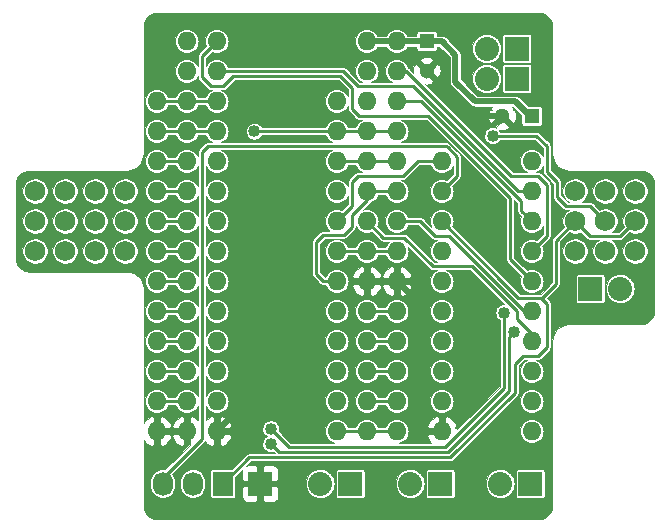
<source format=gtl>
G04 #@! TF.FileFunction,Copper,L1,Top,Signal*
%FSLAX46Y46*%
G04 Gerber Fmt 4.6, Leading zero omitted, Abs format (unit mm)*
G04 Created by KiCad (PCBNEW 4.0.2-stable) date 22.08.2016 10:02:21*
%MOMM*%
G01*
G04 APERTURE LIST*
%ADD10C,0.100000*%
%ADD11R,1.300000X1.300000*%
%ADD12C,1.300000*%
%ADD13O,1.600000X1.600000*%
%ADD14C,1.727200*%
%ADD15R,2.032000X2.032000*%
%ADD16O,2.032000X2.032000*%
%ADD17R,1.727200X2.032000*%
%ADD18O,1.727200X2.032000*%
%ADD19C,1.016000*%
%ADD20C,0.500000*%
%ADD21C,0.250000*%
%ADD22C,0.025400*%
G04 APERTURE END LIST*
D10*
D11*
X146177000Y-78740000D03*
D12*
X146177000Y-81240000D03*
D11*
X155067000Y-85090000D03*
D12*
X152567000Y-85090000D03*
D13*
X125857000Y-78740000D03*
X125857000Y-81280000D03*
X125857000Y-83820000D03*
X125857000Y-86360000D03*
X125857000Y-88900000D03*
X125857000Y-91440000D03*
X125857000Y-93980000D03*
X125857000Y-96520000D03*
X125857000Y-99060000D03*
X125857000Y-101600000D03*
X125857000Y-104140000D03*
X125857000Y-106680000D03*
X125857000Y-109220000D03*
X125857000Y-111760000D03*
X141097000Y-111760000D03*
X141097000Y-109220000D03*
X141097000Y-106680000D03*
X141097000Y-104140000D03*
X141097000Y-101600000D03*
X141097000Y-99060000D03*
X141097000Y-96520000D03*
X141097000Y-93980000D03*
X141097000Y-91440000D03*
X141097000Y-88900000D03*
X141097000Y-86360000D03*
X141097000Y-83820000D03*
X141097000Y-81280000D03*
X141097000Y-78740000D03*
X128397000Y-78740000D03*
X128397000Y-81280000D03*
X128397000Y-83820000D03*
X128397000Y-86360000D03*
X128397000Y-88900000D03*
X128397000Y-91440000D03*
X128397000Y-93980000D03*
X128397000Y-96520000D03*
X128397000Y-99060000D03*
X128397000Y-101600000D03*
X128397000Y-104140000D03*
X128397000Y-106680000D03*
X128397000Y-109220000D03*
X128397000Y-111760000D03*
X143637000Y-111760000D03*
X143637000Y-109220000D03*
X143637000Y-106680000D03*
X143637000Y-104140000D03*
X143637000Y-101600000D03*
X143637000Y-99060000D03*
X143637000Y-96520000D03*
X143637000Y-93980000D03*
X143637000Y-91440000D03*
X143637000Y-88900000D03*
X143637000Y-86360000D03*
X143637000Y-83820000D03*
X143637000Y-81280000D03*
X143637000Y-78740000D03*
X123317000Y-83820000D03*
X123317000Y-86360000D03*
X123317000Y-88900000D03*
X123317000Y-91440000D03*
X123317000Y-93980000D03*
X123317000Y-96520000D03*
X123317000Y-99060000D03*
X123317000Y-101600000D03*
X123317000Y-104140000D03*
X123317000Y-106680000D03*
X123317000Y-109220000D03*
X123317000Y-111760000D03*
X138557000Y-111760000D03*
X138557000Y-109220000D03*
X138557000Y-106680000D03*
X138557000Y-104140000D03*
X138557000Y-101600000D03*
X138557000Y-99060000D03*
X138557000Y-96520000D03*
X138557000Y-93980000D03*
X138557000Y-91440000D03*
X138557000Y-88900000D03*
X138557000Y-86360000D03*
X138557000Y-83820000D03*
D14*
X113030000Y-91440000D03*
X113030000Y-93980000D03*
X113030000Y-96520000D03*
X158750000Y-91440000D03*
X158750000Y-93980000D03*
X158750000Y-96520000D03*
X115570000Y-91440000D03*
X115570000Y-93980000D03*
X115570000Y-96520000D03*
X118110000Y-91440000D03*
X118110000Y-93980000D03*
X118110000Y-96520000D03*
X120650000Y-91440000D03*
X120650000Y-93980000D03*
X120650000Y-96520000D03*
X161290000Y-91440000D03*
X161290000Y-93980000D03*
X161290000Y-96520000D03*
X163830000Y-91440000D03*
X163830000Y-93980000D03*
X163830000Y-96520000D03*
D15*
X139700000Y-116205000D03*
D16*
X137160000Y-116205000D03*
D15*
X147320000Y-116205000D03*
D16*
X144780000Y-116205000D03*
D15*
X154940000Y-116205000D03*
D16*
X152400000Y-116205000D03*
D15*
X153797000Y-79375000D03*
D16*
X151257000Y-79375000D03*
D15*
X153797000Y-81915000D03*
D16*
X151257000Y-81915000D03*
D13*
X147447000Y-88900000D03*
X147447000Y-91440000D03*
X147447000Y-93980000D03*
X147447000Y-96520000D03*
X147447000Y-99060000D03*
X147447000Y-101600000D03*
X147447000Y-104140000D03*
X147447000Y-106680000D03*
X147447000Y-109220000D03*
X147447000Y-111760000D03*
X155067000Y-111760000D03*
X155067000Y-109220000D03*
X155067000Y-106680000D03*
X155067000Y-104140000D03*
X155067000Y-101600000D03*
X155067000Y-99060000D03*
X155067000Y-96520000D03*
X155067000Y-93980000D03*
X155067000Y-91440000D03*
X155067000Y-88900000D03*
D17*
X128905000Y-116205000D03*
D18*
X126365000Y-116205000D03*
X123825000Y-116205000D03*
D15*
X132080000Y-116205000D03*
X160020000Y-99695000D03*
D16*
X162560000Y-99695000D03*
D19*
X145669000Y-92710000D03*
X152717500Y-101727000D03*
X132969000Y-111569500D03*
X132969000Y-112839500D03*
X153606500Y-103378000D03*
X131572000Y-86360000D03*
X151765000Y-86741000D03*
D20*
X155067000Y-85090000D02*
X154940000Y-85090000D01*
X154940000Y-85090000D02*
X153670000Y-83820000D01*
X147447000Y-78740000D02*
X146177000Y-78740000D01*
X148590000Y-79883000D02*
X147447000Y-78740000D01*
X148590000Y-82169000D02*
X148590000Y-79883000D01*
X150241000Y-83820000D02*
X148590000Y-82169000D01*
X153670000Y-83820000D02*
X150241000Y-83820000D01*
X143637000Y-78740000D02*
X146177000Y-78740000D01*
X141097000Y-78740000D02*
X143637000Y-78740000D01*
X143637000Y-78740000D02*
X144887300Y-78740000D01*
X139065000Y-110490000D02*
X129667000Y-110490000D01*
X129667000Y-110490000D02*
X128397000Y-111760000D01*
X144887300Y-110470300D02*
X144887300Y-109493700D01*
X144907000Y-110490000D02*
X144887300Y-110470300D01*
X139065000Y-110490000D02*
X144907000Y-110490000D01*
X143637000Y-99060000D02*
X144907000Y-100330000D01*
X144907000Y-101600000D02*
X144887300Y-101600000D01*
X144907000Y-100330000D02*
X144907000Y-101600000D01*
X125857000Y-111760000D02*
X123317000Y-111760000D01*
X150027000Y-85090000D02*
X152567000Y-85090000D01*
X146177000Y-81240000D02*
X150027000Y-85090000D01*
X147447000Y-111760000D02*
X146196700Y-111760000D01*
X144887300Y-110490000D02*
X144926700Y-110490000D01*
X144926700Y-110490000D02*
X146196700Y-111760000D01*
X144887300Y-109474000D02*
X144887300Y-110490000D01*
X144887300Y-100935400D02*
X144887300Y-101600000D01*
X144887300Y-101600000D02*
X144887300Y-109474000D01*
D21*
X128397000Y-83820000D02*
X125857000Y-83820000D01*
X125857000Y-83820000D02*
X123317000Y-83820000D01*
X128397000Y-86360000D02*
X125857000Y-86360000D01*
X125857000Y-86360000D02*
X123317000Y-86360000D01*
X146939000Y-113087998D02*
X147770002Y-113087998D01*
X147770002Y-113087998D02*
X152717500Y-108140500D01*
X152717500Y-108140500D02*
X152717500Y-101727000D01*
X134487498Y-113087998D02*
X146939000Y-113087998D01*
X146939000Y-113087998D02*
X147510500Y-113087998D01*
X132969000Y-111569500D02*
X134487498Y-113087998D01*
X125857000Y-88900000D02*
X123317000Y-88900000D01*
X125857000Y-91440000D02*
X123317000Y-91440000D01*
X125857000Y-93980000D02*
X123317000Y-93980000D01*
X125857000Y-96520000D02*
X123317000Y-96520000D01*
X125857000Y-99060000D02*
X123317000Y-99060000D01*
X125857000Y-101600000D02*
X123317000Y-101600000D01*
X125857000Y-104140000D02*
X123317000Y-104140000D01*
X125857000Y-106680000D02*
X123317000Y-106680000D01*
X125857000Y-109220000D02*
X123317000Y-109220000D01*
X143637000Y-111760000D02*
X141097000Y-111760000D01*
X141097000Y-111760000D02*
X138557000Y-111760000D01*
X143637000Y-109220000D02*
X141097000Y-109220000D01*
X143637000Y-106680000D02*
X141097000Y-106680000D01*
X143637000Y-104140000D02*
X141097000Y-104140000D01*
X143637000Y-101600000D02*
X141097000Y-101600000D01*
X141097000Y-96520000D02*
X143637000Y-96520000D01*
X141097000Y-96520000D02*
X138557000Y-96520000D01*
X155067000Y-104140000D02*
X155067000Y-103505000D01*
X155067000Y-103505000D02*
X153797000Y-102235000D01*
X148082000Y-97790000D02*
X149984204Y-97790000D01*
X149984204Y-97790000D02*
X153797000Y-101602796D01*
X148082000Y-97790000D02*
X146685000Y-97790000D01*
X146685000Y-97790000D02*
X144272000Y-95377000D01*
X144272000Y-95377000D02*
X142494000Y-95377000D01*
X142494000Y-95377000D02*
X141097000Y-93980000D01*
X153797000Y-101602796D02*
X153797000Y-102235000D01*
X136779000Y-96647000D02*
X136779000Y-98425000D01*
X137414000Y-99060000D02*
X138557000Y-99060000D01*
X136779000Y-98425000D02*
X137414000Y-99060000D01*
X139827000Y-93472000D02*
X139827000Y-94488000D01*
X136779000Y-95758000D02*
X136779000Y-96266000D01*
X137414000Y-95123000D02*
X136779000Y-95758000D01*
X139192000Y-95123000D02*
X137414000Y-95123000D01*
X139827000Y-94488000D02*
X139192000Y-95123000D01*
X136779000Y-96266000D02*
X136779000Y-96647000D01*
X141097000Y-91440000D02*
X141097000Y-92202000D01*
X141097000Y-92202000D02*
X139827000Y-93472000D01*
X143637000Y-91440000D02*
X141097000Y-91440000D01*
X143637000Y-88900000D02*
X141097000Y-88900000D01*
X141097000Y-88900000D02*
X138557000Y-88900000D01*
X146939000Y-113538000D02*
X147956398Y-113538000D01*
X147956398Y-113538000D02*
X153167502Y-108326896D01*
X153167502Y-108326896D02*
X153167502Y-103816998D01*
X153167502Y-103816998D02*
X153606500Y-103378000D01*
X153606500Y-103378000D02*
X153548502Y-103378000D01*
X133667500Y-113538000D02*
X132969000Y-112839500D01*
X146939000Y-113538000D02*
X133667500Y-113538000D01*
X153167502Y-108326896D02*
X147956398Y-113538000D01*
X131572000Y-86360000D02*
X138557000Y-86360000D01*
X143637000Y-86360000D02*
X141097000Y-86360000D01*
X141097000Y-86360000D02*
X138557000Y-86360000D01*
X153924000Y-86741000D02*
X151765000Y-86741000D01*
X156337000Y-88773000D02*
X156337000Y-87630000D01*
X156337000Y-87630000D02*
X155448000Y-86741000D01*
X155448000Y-86741000D02*
X153924000Y-86741000D01*
X153924000Y-86741000D02*
X152400000Y-86741000D01*
X123825000Y-116205000D02*
X123825000Y-115697000D01*
X123825000Y-115697000D02*
X127127000Y-112395000D01*
X160020000Y-92710000D02*
X161290000Y-93980000D01*
X157988000Y-92710000D02*
X160020000Y-92710000D01*
X157226000Y-91948000D02*
X157988000Y-92710000D01*
X157226000Y-90678000D02*
X157226000Y-91948000D01*
X156337000Y-89789000D02*
X157226000Y-90678000D01*
X156337000Y-88011000D02*
X156337000Y-88773000D01*
X156337000Y-88773000D02*
X156337000Y-89789000D01*
X124587000Y-114935000D02*
X127127000Y-112395000D01*
X147944702Y-87746600D02*
X147944200Y-87746600D01*
X148717000Y-88518898D02*
X147944702Y-87746600D01*
X148717000Y-90170000D02*
X148717000Y-88518898D01*
X127127000Y-112395000D02*
X127127000Y-111887000D01*
X148717000Y-90170000D02*
X147447000Y-91440000D01*
X127127000Y-88138000D02*
X127635000Y-87630000D01*
X127635000Y-87630000D02*
X147827600Y-87630000D01*
X147827600Y-87630000D02*
X147944200Y-87746600D01*
X127127000Y-111887000D02*
X127127000Y-88138000D01*
X147066000Y-113988002D02*
X148142794Y-113988002D01*
X148142794Y-113988002D02*
X153617504Y-108513292D01*
X155575000Y-105410000D02*
X156337000Y-104648000D01*
X154305000Y-105410000D02*
X155575000Y-105410000D01*
X153617504Y-106097496D02*
X154305000Y-105410000D01*
X153617504Y-108513292D02*
X153617504Y-106097496D01*
X131121998Y-113988002D02*
X128905000Y-116205000D01*
X147066000Y-113988002D02*
X131121998Y-113988002D01*
X157099000Y-98806000D02*
X157099000Y-95631000D01*
X157099000Y-95631000D02*
X158750000Y-93980000D01*
X155448000Y-100457000D02*
X155956000Y-100457000D01*
X155956000Y-100457000D02*
X157099000Y-99314000D01*
X157099000Y-99314000D02*
X157099000Y-98806000D01*
X156337000Y-101092000D02*
X156337000Y-100965000D01*
X156337000Y-104648000D02*
X156337000Y-101854000D01*
X156337000Y-101854000D02*
X156337000Y-101092000D01*
X156337000Y-100965000D02*
X155829000Y-100457000D01*
X156337000Y-100076000D02*
X155956000Y-100457000D01*
X153924000Y-100457000D02*
X152908000Y-99441000D01*
X155956000Y-100457000D02*
X155829000Y-100457000D01*
X155829000Y-100457000D02*
X155448000Y-100457000D01*
X155448000Y-100457000D02*
X153924000Y-100457000D01*
X158750000Y-93980000D02*
X160020000Y-95250000D01*
X162560000Y-95250000D02*
X163830000Y-93980000D01*
X160020000Y-95250000D02*
X162560000Y-95250000D01*
X153797000Y-100330000D02*
X153685900Y-100218900D01*
X153685900Y-100218900D02*
X152908000Y-99441000D01*
X152908000Y-99441000D02*
X147447000Y-93980000D01*
X147447000Y-94105602D02*
X147447000Y-93980000D01*
X153232952Y-92004048D02*
X153232952Y-97225952D01*
X153232952Y-97225952D02*
X155067000Y-99060000D01*
X153232952Y-92004048D02*
X146318904Y-85090000D01*
X155067000Y-99060000D02*
X155067000Y-98806000D01*
X146318904Y-85090000D02*
X140462000Y-85090000D01*
X128651000Y-82550000D02*
X128974002Y-82550000D01*
X139827000Y-84455000D02*
X140462000Y-85090000D01*
X139827000Y-82678398D02*
X139827000Y-84455000D01*
X138878604Y-81730002D02*
X139827000Y-82678398D01*
X129794000Y-81730002D02*
X138878604Y-81730002D01*
X128974002Y-82550000D02*
X129794000Y-81730002D01*
X128651000Y-82550000D02*
X127889000Y-82550000D01*
X127889000Y-82550000D02*
X127127000Y-81788000D01*
X127127000Y-81788000D02*
X127127000Y-80010000D01*
X127127000Y-80010000D02*
X128397000Y-78740000D01*
X138176000Y-81280000D02*
X139065000Y-81280000D01*
X139065000Y-81280000D02*
X140335000Y-82550000D01*
X145034000Y-82550000D02*
X145034000Y-82532300D01*
X145051700Y-82550000D02*
X145034000Y-82550000D01*
X140335000Y-82550000D02*
X145051700Y-82550000D01*
X128397000Y-81280000D02*
X138176000Y-81280000D01*
X139065000Y-81280000D02*
X140190300Y-82405300D01*
X155067000Y-91440000D02*
X153941700Y-91440000D01*
X153941700Y-91440000D02*
X145034000Y-82532300D01*
X128397000Y-81280000D02*
X129522300Y-81280000D01*
X143637000Y-93980000D02*
X145605500Y-93980000D01*
X145605500Y-93980000D02*
X146875500Y-95250000D01*
X147828000Y-95250000D02*
X146875500Y-95250000D01*
X147574000Y-95250000D02*
X147828000Y-95250000D01*
X147828000Y-95250000D02*
X148080602Y-95250000D01*
X148080602Y-95250000D02*
X154430602Y-101600000D01*
X154430602Y-101600000D02*
X155067000Y-101600000D01*
X147955000Y-95250000D02*
X147574000Y-95250000D01*
X143637000Y-83820000D02*
X145685302Y-83820000D01*
X154178000Y-93091000D02*
X155067000Y-93980000D01*
X154178000Y-92312698D02*
X154178000Y-93091000D01*
X145685302Y-83820000D02*
X154178000Y-92312698D01*
X154813000Y-90170000D02*
X153308098Y-90170000D01*
X153308098Y-90170000D02*
X144418098Y-81280000D01*
X144418098Y-81280000D02*
X143637000Y-81280000D01*
X155067000Y-96520000D02*
X156337000Y-95250000D01*
X155575000Y-90170000D02*
X154813000Y-90170000D01*
X154813000Y-90170000D02*
X153652300Y-90170000D01*
X156337000Y-90932000D02*
X155575000Y-90170000D01*
X156337000Y-95250000D02*
X156337000Y-90932000D01*
X143891000Y-90170000D02*
X144145000Y-90170000D01*
X145415000Y-88900000D02*
X147447000Y-88900000D01*
X144145000Y-90170000D02*
X145415000Y-88900000D01*
X139827000Y-92710000D02*
X138557000Y-93980000D01*
X139827000Y-90678000D02*
X139827000Y-92710000D01*
X140335000Y-90170000D02*
X139827000Y-90678000D01*
X143891000Y-90170000D02*
X140335000Y-90170000D01*
D22*
G36*
X155916689Y-76385737D02*
X156123206Y-76448088D01*
X156313670Y-76549360D01*
X156480841Y-76685701D01*
X156618345Y-76851914D01*
X156720948Y-77041674D01*
X156784739Y-77247747D01*
X156808099Y-77470008D01*
X156808100Y-77470287D01*
X156808100Y-88265000D01*
X156808103Y-88265030D01*
X156808101Y-88265573D01*
X156808132Y-88274439D01*
X156808856Y-88281567D01*
X156808806Y-88288721D01*
X156809029Y-88290998D01*
X156834937Y-88537501D01*
X156837935Y-88552109D01*
X156840708Y-88566645D01*
X156841366Y-88568826D01*
X156841368Y-88568836D01*
X156841372Y-88568845D01*
X156914664Y-88805612D01*
X156920438Y-88819347D01*
X156925985Y-88833079D01*
X156927059Y-88835100D01*
X157044947Y-89053129D01*
X157053286Y-89065493D01*
X157061389Y-89077876D01*
X157062829Y-89079642D01*
X157062834Y-89079649D01*
X157062840Y-89079655D01*
X157220828Y-89270629D01*
X157231393Y-89281121D01*
X157241762Y-89291710D01*
X157243519Y-89293163D01*
X157243525Y-89293169D01*
X157243532Y-89293173D01*
X157435603Y-89449823D01*
X157447992Y-89458055D01*
X157460234Y-89466437D01*
X157462242Y-89467522D01*
X157462246Y-89467525D01*
X157462250Y-89467527D01*
X157681095Y-89583888D01*
X157694854Y-89589559D01*
X157708483Y-89595401D01*
X157710668Y-89596078D01*
X157947949Y-89667718D01*
X157962532Y-89670605D01*
X157977053Y-89673692D01*
X157979328Y-89673931D01*
X158226006Y-89698118D01*
X158232884Y-89698118D01*
X158239712Y-89698884D01*
X158242000Y-89698900D01*
X164329981Y-89698900D01*
X164552689Y-89720737D01*
X164759206Y-89783088D01*
X164949670Y-89884360D01*
X165116841Y-90020701D01*
X165254345Y-90186914D01*
X165356948Y-90376674D01*
X165420739Y-90582747D01*
X165444099Y-90805008D01*
X165444100Y-90805287D01*
X165444100Y-101591981D01*
X165422263Y-101814689D01*
X165359912Y-102021206D01*
X165258641Y-102211670D01*
X165122299Y-102378841D01*
X164956083Y-102516348D01*
X164766324Y-102618949D01*
X164560253Y-102682739D01*
X164337992Y-102706099D01*
X164337713Y-102706100D01*
X158242000Y-102706100D01*
X158241970Y-102706103D01*
X158241427Y-102706101D01*
X158232561Y-102706132D01*
X158225433Y-102706856D01*
X158218280Y-102706806D01*
X158216002Y-102707029D01*
X157969499Y-102732937D01*
X157954898Y-102735934D01*
X157940355Y-102738708D01*
X157938172Y-102739367D01*
X157938165Y-102739368D01*
X157938159Y-102739371D01*
X157701388Y-102812664D01*
X157687666Y-102818432D01*
X157673920Y-102823985D01*
X157671909Y-102825055D01*
X157671900Y-102825059D01*
X157671893Y-102825064D01*
X157453870Y-102942947D01*
X157441489Y-102951298D01*
X157429124Y-102959389D01*
X157427358Y-102960829D01*
X157427351Y-102960834D01*
X157427345Y-102960840D01*
X157236371Y-103118828D01*
X157225860Y-103129412D01*
X157215290Y-103139763D01*
X157213836Y-103141520D01*
X157213831Y-103141525D01*
X157213827Y-103141530D01*
X157057177Y-103333603D01*
X157048938Y-103346003D01*
X157040563Y-103358235D01*
X157039478Y-103360242D01*
X157039475Y-103360246D01*
X157039475Y-103360247D01*
X156923112Y-103579095D01*
X156917446Y-103592842D01*
X156911599Y-103606483D01*
X156910922Y-103608668D01*
X156839282Y-103845949D01*
X156836395Y-103860532D01*
X156833308Y-103875053D01*
X156833069Y-103877328D01*
X156808882Y-104124006D01*
X156808882Y-104130884D01*
X156808116Y-104137712D01*
X156808100Y-104140000D01*
X156808100Y-118101981D01*
X156786263Y-118324689D01*
X156723912Y-118531206D01*
X156622641Y-118721670D01*
X156486299Y-118888841D01*
X156320083Y-119026348D01*
X156130324Y-119128949D01*
X155924253Y-119192739D01*
X155701992Y-119216099D01*
X155701713Y-119216100D01*
X123325019Y-119216100D01*
X123102311Y-119194263D01*
X122895794Y-119131912D01*
X122705330Y-119030641D01*
X122538159Y-118894299D01*
X122400652Y-118728083D01*
X122298051Y-118538324D01*
X122234261Y-118332253D01*
X122210901Y-118109992D01*
X122210900Y-118109713D01*
X122210900Y-112470960D01*
X122258400Y-112549709D01*
X122432805Y-112741058D01*
X122641189Y-112894705D01*
X122875544Y-113004746D01*
X123075700Y-112928305D01*
X123075700Y-112001300D01*
X123558300Y-112001300D01*
X123558300Y-112928305D01*
X123758456Y-113004746D01*
X123992811Y-112894705D01*
X124201195Y-112741058D01*
X124375600Y-112549709D01*
X124509324Y-112328012D01*
X124561735Y-112201454D01*
X124612265Y-112201454D01*
X124664676Y-112328012D01*
X124798400Y-112549709D01*
X124972805Y-112741058D01*
X125181189Y-112894705D01*
X125415544Y-113004746D01*
X125615700Y-112928305D01*
X125615700Y-112001300D01*
X124691185Y-112001300D01*
X124612265Y-112201454D01*
X124561735Y-112201454D01*
X124482815Y-112001300D01*
X123558300Y-112001300D01*
X123075700Y-112001300D01*
X123055700Y-112001300D01*
X123055700Y-111518700D01*
X123075700Y-111518700D01*
X123075700Y-110591695D01*
X123558300Y-110591695D01*
X123558300Y-111518700D01*
X124482815Y-111518700D01*
X124561735Y-111318546D01*
X124612265Y-111318546D01*
X124691185Y-111518700D01*
X125615700Y-111518700D01*
X125615700Y-110591695D01*
X125415544Y-110515254D01*
X125181189Y-110625295D01*
X124972805Y-110778942D01*
X124798400Y-110970291D01*
X124664676Y-111191988D01*
X124612265Y-111318546D01*
X124561735Y-111318546D01*
X124509324Y-111191988D01*
X124375600Y-110970291D01*
X124201195Y-110778942D01*
X123992811Y-110625295D01*
X123758456Y-110515254D01*
X123558300Y-110591695D01*
X123075700Y-110591695D01*
X122875544Y-110515254D01*
X122641189Y-110625295D01*
X122432805Y-110778942D01*
X122258400Y-110970291D01*
X122210900Y-111049040D01*
X122210900Y-99695000D01*
X122210897Y-99694970D01*
X122210899Y-99694427D01*
X122210868Y-99685561D01*
X122210144Y-99678433D01*
X122210194Y-99671280D01*
X122209971Y-99669002D01*
X122184063Y-99422499D01*
X122181066Y-99407898D01*
X122178292Y-99393355D01*
X122177633Y-99391172D01*
X122177632Y-99391165D01*
X122177629Y-99391159D01*
X122104336Y-99154388D01*
X122098568Y-99140666D01*
X122093015Y-99126920D01*
X122091941Y-99124901D01*
X122091941Y-99124900D01*
X122091936Y-99124893D01*
X121974053Y-98906870D01*
X121965702Y-98894489D01*
X121957611Y-98882124D01*
X121956171Y-98880358D01*
X121956166Y-98880351D01*
X121956160Y-98880345D01*
X121798172Y-98689371D01*
X121787588Y-98678860D01*
X121777237Y-98668290D01*
X121775480Y-98666836D01*
X121775475Y-98666831D01*
X121775470Y-98666827D01*
X121583397Y-98510177D01*
X121570997Y-98501938D01*
X121558765Y-98493563D01*
X121556758Y-98492478D01*
X121556754Y-98492475D01*
X121556750Y-98492473D01*
X121337905Y-98376112D01*
X121324158Y-98370446D01*
X121310517Y-98364599D01*
X121308332Y-98363922D01*
X121071051Y-98292282D01*
X121056468Y-98289395D01*
X121041947Y-98286308D01*
X121039672Y-98286069D01*
X120792994Y-98261882D01*
X120786116Y-98261882D01*
X120779288Y-98261116D01*
X120777000Y-98261100D01*
X112530019Y-98261100D01*
X112307311Y-98239263D01*
X112100794Y-98176912D01*
X111910330Y-98075641D01*
X111743159Y-97939299D01*
X111605652Y-97773083D01*
X111503051Y-97583324D01*
X111439261Y-97377253D01*
X111415901Y-97154992D01*
X111415900Y-97154713D01*
X111415900Y-96610498D01*
X111952285Y-96610498D01*
X111990388Y-96818104D01*
X112068089Y-97014355D01*
X112182429Y-97191776D01*
X112329053Y-97343610D01*
X112502376Y-97464072D01*
X112695796Y-97548575D01*
X112901945Y-97593900D01*
X113112972Y-97598321D01*
X113320839Y-97561668D01*
X113517628Y-97485339D01*
X113695843Y-97372240D01*
X113848696Y-97226680D01*
X113970366Y-97054202D01*
X114056217Y-96861377D01*
X114102980Y-96655549D01*
X114103608Y-96610498D01*
X114492285Y-96610498D01*
X114530388Y-96818104D01*
X114608089Y-97014355D01*
X114722429Y-97191776D01*
X114869053Y-97343610D01*
X115042376Y-97464072D01*
X115235796Y-97548575D01*
X115441945Y-97593900D01*
X115652972Y-97598321D01*
X115860839Y-97561668D01*
X116057628Y-97485339D01*
X116235843Y-97372240D01*
X116388696Y-97226680D01*
X116510366Y-97054202D01*
X116596217Y-96861377D01*
X116642980Y-96655549D01*
X116643608Y-96610498D01*
X117032285Y-96610498D01*
X117070388Y-96818104D01*
X117148089Y-97014355D01*
X117262429Y-97191776D01*
X117409053Y-97343610D01*
X117582376Y-97464072D01*
X117775796Y-97548575D01*
X117981945Y-97593900D01*
X118192972Y-97598321D01*
X118400839Y-97561668D01*
X118597628Y-97485339D01*
X118775843Y-97372240D01*
X118928696Y-97226680D01*
X119050366Y-97054202D01*
X119136217Y-96861377D01*
X119182980Y-96655549D01*
X119183608Y-96610498D01*
X119572285Y-96610498D01*
X119610388Y-96818104D01*
X119688089Y-97014355D01*
X119802429Y-97191776D01*
X119949053Y-97343610D01*
X120122376Y-97464072D01*
X120315796Y-97548575D01*
X120521945Y-97593900D01*
X120732972Y-97598321D01*
X120940839Y-97561668D01*
X121137628Y-97485339D01*
X121315843Y-97372240D01*
X121468696Y-97226680D01*
X121590366Y-97054202D01*
X121676217Y-96861377D01*
X121722980Y-96655549D01*
X121726346Y-96414463D01*
X121685349Y-96207410D01*
X121604915Y-96012263D01*
X121488109Y-95836455D01*
X121339379Y-95686684D01*
X121164391Y-95568653D01*
X120969811Y-95486859D01*
X120763048Y-95444417D01*
X120551980Y-95442943D01*
X120344645Y-95482494D01*
X120148942Y-95561564D01*
X119972323Y-95677140D01*
X119821517Y-95824820D01*
X119702267Y-95998980D01*
X119619117Y-96192985D01*
X119575232Y-96399445D01*
X119572285Y-96610498D01*
X119183608Y-96610498D01*
X119186346Y-96414463D01*
X119145349Y-96207410D01*
X119064915Y-96012263D01*
X118948109Y-95836455D01*
X118799379Y-95686684D01*
X118624391Y-95568653D01*
X118429811Y-95486859D01*
X118223048Y-95444417D01*
X118011980Y-95442943D01*
X117804645Y-95482494D01*
X117608942Y-95561564D01*
X117432323Y-95677140D01*
X117281517Y-95824820D01*
X117162267Y-95998980D01*
X117079117Y-96192985D01*
X117035232Y-96399445D01*
X117032285Y-96610498D01*
X116643608Y-96610498D01*
X116646346Y-96414463D01*
X116605349Y-96207410D01*
X116524915Y-96012263D01*
X116408109Y-95836455D01*
X116259379Y-95686684D01*
X116084391Y-95568653D01*
X115889811Y-95486859D01*
X115683048Y-95444417D01*
X115471980Y-95442943D01*
X115264645Y-95482494D01*
X115068942Y-95561564D01*
X114892323Y-95677140D01*
X114741517Y-95824820D01*
X114622267Y-95998980D01*
X114539117Y-96192985D01*
X114495232Y-96399445D01*
X114492285Y-96610498D01*
X114103608Y-96610498D01*
X114106346Y-96414463D01*
X114065349Y-96207410D01*
X113984915Y-96012263D01*
X113868109Y-95836455D01*
X113719379Y-95686684D01*
X113544391Y-95568653D01*
X113349811Y-95486859D01*
X113143048Y-95444417D01*
X112931980Y-95442943D01*
X112724645Y-95482494D01*
X112528942Y-95561564D01*
X112352323Y-95677140D01*
X112201517Y-95824820D01*
X112082267Y-95998980D01*
X111999117Y-96192985D01*
X111955232Y-96399445D01*
X111952285Y-96610498D01*
X111415900Y-96610498D01*
X111415900Y-94070498D01*
X111952285Y-94070498D01*
X111990388Y-94278104D01*
X112068089Y-94474355D01*
X112182429Y-94651776D01*
X112329053Y-94803610D01*
X112502376Y-94924072D01*
X112695796Y-95008575D01*
X112901945Y-95053900D01*
X113112972Y-95058321D01*
X113320839Y-95021668D01*
X113517628Y-94945339D01*
X113695843Y-94832240D01*
X113848696Y-94686680D01*
X113970366Y-94514202D01*
X114056217Y-94321377D01*
X114102980Y-94115549D01*
X114103608Y-94070498D01*
X114492285Y-94070498D01*
X114530388Y-94278104D01*
X114608089Y-94474355D01*
X114722429Y-94651776D01*
X114869053Y-94803610D01*
X115042376Y-94924072D01*
X115235796Y-95008575D01*
X115441945Y-95053900D01*
X115652972Y-95058321D01*
X115860839Y-95021668D01*
X116057628Y-94945339D01*
X116235843Y-94832240D01*
X116388696Y-94686680D01*
X116510366Y-94514202D01*
X116596217Y-94321377D01*
X116642980Y-94115549D01*
X116643608Y-94070498D01*
X117032285Y-94070498D01*
X117070388Y-94278104D01*
X117148089Y-94474355D01*
X117262429Y-94651776D01*
X117409053Y-94803610D01*
X117582376Y-94924072D01*
X117775796Y-95008575D01*
X117981945Y-95053900D01*
X118192972Y-95058321D01*
X118400839Y-95021668D01*
X118597628Y-94945339D01*
X118775843Y-94832240D01*
X118928696Y-94686680D01*
X119050366Y-94514202D01*
X119136217Y-94321377D01*
X119182980Y-94115549D01*
X119183608Y-94070498D01*
X119572285Y-94070498D01*
X119610388Y-94278104D01*
X119688089Y-94474355D01*
X119802429Y-94651776D01*
X119949053Y-94803610D01*
X120122376Y-94924072D01*
X120315796Y-95008575D01*
X120521945Y-95053900D01*
X120732972Y-95058321D01*
X120940839Y-95021668D01*
X121137628Y-94945339D01*
X121315843Y-94832240D01*
X121468696Y-94686680D01*
X121590366Y-94514202D01*
X121676217Y-94321377D01*
X121722980Y-94115549D01*
X121726346Y-93874463D01*
X121685349Y-93667410D01*
X121604915Y-93472263D01*
X121488109Y-93296455D01*
X121339379Y-93146684D01*
X121164391Y-93028653D01*
X120969811Y-92946859D01*
X120763048Y-92904417D01*
X120551980Y-92902943D01*
X120344645Y-92942494D01*
X120148942Y-93021564D01*
X119972323Y-93137140D01*
X119821517Y-93284820D01*
X119702267Y-93458980D01*
X119619117Y-93652985D01*
X119575232Y-93859445D01*
X119572285Y-94070498D01*
X119183608Y-94070498D01*
X119186346Y-93874463D01*
X119145349Y-93667410D01*
X119064915Y-93472263D01*
X118948109Y-93296455D01*
X118799379Y-93146684D01*
X118624391Y-93028653D01*
X118429811Y-92946859D01*
X118223048Y-92904417D01*
X118011980Y-92902943D01*
X117804645Y-92942494D01*
X117608942Y-93021564D01*
X117432323Y-93137140D01*
X117281517Y-93284820D01*
X117162267Y-93458980D01*
X117079117Y-93652985D01*
X117035232Y-93859445D01*
X117032285Y-94070498D01*
X116643608Y-94070498D01*
X116646346Y-93874463D01*
X116605349Y-93667410D01*
X116524915Y-93472263D01*
X116408109Y-93296455D01*
X116259379Y-93146684D01*
X116084391Y-93028653D01*
X115889811Y-92946859D01*
X115683048Y-92904417D01*
X115471980Y-92902943D01*
X115264645Y-92942494D01*
X115068942Y-93021564D01*
X114892323Y-93137140D01*
X114741517Y-93284820D01*
X114622267Y-93458980D01*
X114539117Y-93652985D01*
X114495232Y-93859445D01*
X114492285Y-94070498D01*
X114103608Y-94070498D01*
X114106346Y-93874463D01*
X114065349Y-93667410D01*
X113984915Y-93472263D01*
X113868109Y-93296455D01*
X113719379Y-93146684D01*
X113544391Y-93028653D01*
X113349811Y-92946859D01*
X113143048Y-92904417D01*
X112931980Y-92902943D01*
X112724645Y-92942494D01*
X112528942Y-93021564D01*
X112352323Y-93137140D01*
X112201517Y-93284820D01*
X112082267Y-93458980D01*
X111999117Y-93652985D01*
X111955232Y-93859445D01*
X111952285Y-94070498D01*
X111415900Y-94070498D01*
X111415900Y-91530498D01*
X111952285Y-91530498D01*
X111990388Y-91738104D01*
X112068089Y-91934355D01*
X112182429Y-92111776D01*
X112329053Y-92263610D01*
X112502376Y-92384072D01*
X112695796Y-92468575D01*
X112901945Y-92513900D01*
X113112972Y-92518321D01*
X113320839Y-92481668D01*
X113517628Y-92405339D01*
X113695843Y-92292240D01*
X113848696Y-92146680D01*
X113970366Y-91974202D01*
X114056217Y-91781377D01*
X114102980Y-91575549D01*
X114103608Y-91530498D01*
X114492285Y-91530498D01*
X114530388Y-91738104D01*
X114608089Y-91934355D01*
X114722429Y-92111776D01*
X114869053Y-92263610D01*
X115042376Y-92384072D01*
X115235796Y-92468575D01*
X115441945Y-92513900D01*
X115652972Y-92518321D01*
X115860839Y-92481668D01*
X116057628Y-92405339D01*
X116235843Y-92292240D01*
X116388696Y-92146680D01*
X116510366Y-91974202D01*
X116596217Y-91781377D01*
X116642980Y-91575549D01*
X116643608Y-91530498D01*
X117032285Y-91530498D01*
X117070388Y-91738104D01*
X117148089Y-91934355D01*
X117262429Y-92111776D01*
X117409053Y-92263610D01*
X117582376Y-92384072D01*
X117775796Y-92468575D01*
X117981945Y-92513900D01*
X118192972Y-92518321D01*
X118400839Y-92481668D01*
X118597628Y-92405339D01*
X118775843Y-92292240D01*
X118928696Y-92146680D01*
X119050366Y-91974202D01*
X119136217Y-91781377D01*
X119182980Y-91575549D01*
X119183608Y-91530498D01*
X119572285Y-91530498D01*
X119610388Y-91738104D01*
X119688089Y-91934355D01*
X119802429Y-92111776D01*
X119949053Y-92263610D01*
X120122376Y-92384072D01*
X120315796Y-92468575D01*
X120521945Y-92513900D01*
X120732972Y-92518321D01*
X120940839Y-92481668D01*
X121137628Y-92405339D01*
X121315843Y-92292240D01*
X121468696Y-92146680D01*
X121590366Y-91974202D01*
X121676217Y-91781377D01*
X121722980Y-91575549D01*
X121726346Y-91334463D01*
X121685349Y-91127410D01*
X121604915Y-90932263D01*
X121488109Y-90756455D01*
X121339379Y-90606684D01*
X121164391Y-90488653D01*
X120969811Y-90406859D01*
X120763048Y-90364417D01*
X120551980Y-90362943D01*
X120344645Y-90402494D01*
X120148942Y-90481564D01*
X119972323Y-90597140D01*
X119821517Y-90744820D01*
X119702267Y-90918980D01*
X119619117Y-91112985D01*
X119575232Y-91319445D01*
X119572285Y-91530498D01*
X119183608Y-91530498D01*
X119186346Y-91334463D01*
X119145349Y-91127410D01*
X119064915Y-90932263D01*
X118948109Y-90756455D01*
X118799379Y-90606684D01*
X118624391Y-90488653D01*
X118429811Y-90406859D01*
X118223048Y-90364417D01*
X118011980Y-90362943D01*
X117804645Y-90402494D01*
X117608942Y-90481564D01*
X117432323Y-90597140D01*
X117281517Y-90744820D01*
X117162267Y-90918980D01*
X117079117Y-91112985D01*
X117035232Y-91319445D01*
X117032285Y-91530498D01*
X116643608Y-91530498D01*
X116646346Y-91334463D01*
X116605349Y-91127410D01*
X116524915Y-90932263D01*
X116408109Y-90756455D01*
X116259379Y-90606684D01*
X116084391Y-90488653D01*
X115889811Y-90406859D01*
X115683048Y-90364417D01*
X115471980Y-90362943D01*
X115264645Y-90402494D01*
X115068942Y-90481564D01*
X114892323Y-90597140D01*
X114741517Y-90744820D01*
X114622267Y-90918980D01*
X114539117Y-91112985D01*
X114495232Y-91319445D01*
X114492285Y-91530498D01*
X114103608Y-91530498D01*
X114106346Y-91334463D01*
X114065349Y-91127410D01*
X113984915Y-90932263D01*
X113868109Y-90756455D01*
X113719379Y-90606684D01*
X113544391Y-90488653D01*
X113349811Y-90406859D01*
X113143048Y-90364417D01*
X112931980Y-90362943D01*
X112724645Y-90402494D01*
X112528942Y-90481564D01*
X112352323Y-90597140D01*
X112201517Y-90744820D01*
X112082267Y-90918980D01*
X111999117Y-91112985D01*
X111955232Y-91319445D01*
X111952285Y-91530498D01*
X111415900Y-91530498D01*
X111415900Y-90813019D01*
X111437737Y-90590311D01*
X111500088Y-90383794D01*
X111601360Y-90193330D01*
X111737701Y-90026159D01*
X111903914Y-89888655D01*
X112093674Y-89786052D01*
X112299747Y-89722261D01*
X112522008Y-89698901D01*
X112522287Y-89698900D01*
X120777000Y-89698900D01*
X120777030Y-89698897D01*
X120777573Y-89698899D01*
X120786439Y-89698868D01*
X120793567Y-89698144D01*
X120800721Y-89698194D01*
X120802998Y-89697971D01*
X121049501Y-89672063D01*
X121064109Y-89669065D01*
X121078645Y-89666292D01*
X121080826Y-89665634D01*
X121080836Y-89665632D01*
X121080845Y-89665628D01*
X121317612Y-89592336D01*
X121331347Y-89586562D01*
X121345079Y-89581015D01*
X121347100Y-89579941D01*
X121565129Y-89462053D01*
X121577493Y-89453714D01*
X121589876Y-89445611D01*
X121591642Y-89444171D01*
X121591649Y-89444166D01*
X121591655Y-89444160D01*
X121782629Y-89286172D01*
X121793121Y-89275607D01*
X121803710Y-89265238D01*
X121805163Y-89263481D01*
X121805169Y-89263475D01*
X121805173Y-89263468D01*
X121961823Y-89071397D01*
X121970055Y-89059008D01*
X121978437Y-89046766D01*
X121979522Y-89044758D01*
X121979525Y-89044754D01*
X121979527Y-89044750D01*
X122095888Y-88825905D01*
X122101559Y-88812146D01*
X122107401Y-88798517D01*
X122108078Y-88796332D01*
X122179718Y-88559051D01*
X122182605Y-88544468D01*
X122185692Y-88529947D01*
X122185931Y-88527672D01*
X122210118Y-88280994D01*
X122210118Y-88274116D01*
X122210884Y-88267288D01*
X122210900Y-88265000D01*
X122210900Y-83812930D01*
X122299425Y-83812930D01*
X122317338Y-84009761D01*
X122373141Y-84199364D01*
X122464709Y-84374517D01*
X122588554Y-84528549D01*
X122739958Y-84655592D01*
X122913155Y-84750808D01*
X123101548Y-84810570D01*
X123297960Y-84832601D01*
X123312100Y-84832700D01*
X123321900Y-84832700D01*
X123518601Y-84813413D01*
X123707810Y-84756288D01*
X123882320Y-84663499D01*
X124035483Y-84538582D01*
X124161466Y-84386295D01*
X124255471Y-84212437D01*
X124272415Y-84157700D01*
X124900879Y-84157700D01*
X124913141Y-84199364D01*
X125004709Y-84374517D01*
X125128554Y-84528549D01*
X125279958Y-84655592D01*
X125453155Y-84750808D01*
X125641548Y-84810570D01*
X125837960Y-84832601D01*
X125852100Y-84832700D01*
X125861900Y-84832700D01*
X126058601Y-84813413D01*
X126247810Y-84756288D01*
X126422320Y-84663499D01*
X126575483Y-84538582D01*
X126701466Y-84386295D01*
X126795471Y-84212437D01*
X126812415Y-84157700D01*
X127440879Y-84157700D01*
X127453141Y-84199364D01*
X127544709Y-84374517D01*
X127668554Y-84528549D01*
X127819958Y-84655592D01*
X127993155Y-84750808D01*
X128181548Y-84810570D01*
X128377960Y-84832601D01*
X128392100Y-84832700D01*
X128401900Y-84832700D01*
X128598601Y-84813413D01*
X128787810Y-84756288D01*
X128962320Y-84663499D01*
X129115483Y-84538582D01*
X129241466Y-84386295D01*
X129335471Y-84212437D01*
X129393916Y-84023632D01*
X129414575Y-83827070D01*
X129396662Y-83630239D01*
X129340859Y-83440636D01*
X129249291Y-83265483D01*
X129125446Y-83111451D01*
X128974042Y-82984408D01*
X128800845Y-82889192D01*
X128796142Y-82887700D01*
X128974002Y-82887700D01*
X129005098Y-82884651D01*
X129036123Y-82881937D01*
X129037825Y-82881443D01*
X129039595Y-82881269D01*
X129069452Y-82872254D01*
X129099413Y-82863550D01*
X129100993Y-82862731D01*
X129102689Y-82862219D01*
X129130227Y-82847577D01*
X129157926Y-82833219D01*
X129159311Y-82832113D01*
X129160882Y-82831278D01*
X129185060Y-82811559D01*
X129209435Y-82792101D01*
X129211908Y-82789662D01*
X129211957Y-82789622D01*
X129211995Y-82789576D01*
X129212792Y-82788790D01*
X129933880Y-82067702D01*
X138738724Y-82067702D01*
X139489300Y-82818278D01*
X139489300Y-83418526D01*
X139409291Y-83265483D01*
X139285446Y-83111451D01*
X139134042Y-82984408D01*
X138960845Y-82889192D01*
X138772452Y-82829430D01*
X138576040Y-82807399D01*
X138561900Y-82807300D01*
X138552100Y-82807300D01*
X138355399Y-82826587D01*
X138166190Y-82883712D01*
X137991680Y-82976501D01*
X137838517Y-83101418D01*
X137712534Y-83253705D01*
X137618529Y-83427563D01*
X137560084Y-83616368D01*
X137539425Y-83812930D01*
X137557338Y-84009761D01*
X137613141Y-84199364D01*
X137704709Y-84374517D01*
X137828554Y-84528549D01*
X137979958Y-84655592D01*
X138153155Y-84750808D01*
X138341548Y-84810570D01*
X138537960Y-84832601D01*
X138552100Y-84832700D01*
X138561900Y-84832700D01*
X138758601Y-84813413D01*
X138947810Y-84756288D01*
X139122320Y-84663499D01*
X139275483Y-84538582D01*
X139401466Y-84386295D01*
X139489300Y-84223850D01*
X139489300Y-84455000D01*
X139492349Y-84486096D01*
X139495063Y-84517121D01*
X139495557Y-84518823D01*
X139495731Y-84520593D01*
X139504746Y-84550450D01*
X139513450Y-84580411D01*
X139514269Y-84581991D01*
X139514781Y-84583687D01*
X139529423Y-84611225D01*
X139543781Y-84638924D01*
X139544887Y-84640309D01*
X139545722Y-84641880D01*
X139565441Y-84666058D01*
X139584899Y-84690433D01*
X139587338Y-84692906D01*
X139587378Y-84692955D01*
X139587424Y-84692993D01*
X139588210Y-84693790D01*
X140223210Y-85328790D01*
X140247352Y-85348621D01*
X140271211Y-85368641D01*
X140272765Y-85369495D01*
X140274139Y-85370624D01*
X140301643Y-85385371D01*
X140328966Y-85400392D01*
X140330660Y-85400929D01*
X140332224Y-85401768D01*
X140362082Y-85410897D01*
X140391788Y-85420320D01*
X140393549Y-85420517D01*
X140395251Y-85421038D01*
X140426329Y-85424195D01*
X140457285Y-85427667D01*
X140460756Y-85427691D01*
X140460822Y-85427698D01*
X140460884Y-85427692D01*
X140462000Y-85427700D01*
X140698690Y-85427700D01*
X140531680Y-85516501D01*
X140378517Y-85641418D01*
X140252534Y-85793705D01*
X140158529Y-85967563D01*
X140141585Y-86022300D01*
X139513121Y-86022300D01*
X139500859Y-85980636D01*
X139409291Y-85805483D01*
X139285446Y-85651451D01*
X139134042Y-85524408D01*
X138960845Y-85429192D01*
X138772452Y-85369430D01*
X138576040Y-85347399D01*
X138561900Y-85347300D01*
X138552100Y-85347300D01*
X138355399Y-85366587D01*
X138166190Y-85423712D01*
X137991680Y-85516501D01*
X137838517Y-85641418D01*
X137712534Y-85793705D01*
X137618529Y-85967563D01*
X137601585Y-86022300D01*
X132212361Y-86022300D01*
X132211419Y-86020015D01*
X132133205Y-85902293D01*
X132033614Y-85802004D01*
X131916441Y-85722970D01*
X131786148Y-85668200D01*
X131647698Y-85639780D01*
X131506365Y-85638793D01*
X131367532Y-85665277D01*
X131236487Y-85718223D01*
X131118222Y-85795614D01*
X131017241Y-85894502D01*
X130937390Y-86011120D01*
X130881712Y-86141028D01*
X130852326Y-86279276D01*
X130850353Y-86420598D01*
X130875867Y-86559613D01*
X130927896Y-86691024D01*
X131004459Y-86809827D01*
X131102640Y-86911496D01*
X131218698Y-86992159D01*
X131348214Y-87048743D01*
X131486253Y-87079093D01*
X131627559Y-87082053D01*
X131766748Y-87057510D01*
X131898520Y-87006399D01*
X132017854Y-86930667D01*
X132120206Y-86833199D01*
X132201677Y-86717706D01*
X132210584Y-86697700D01*
X137600879Y-86697700D01*
X137613141Y-86739364D01*
X137704709Y-86914517D01*
X137828554Y-87068549D01*
X137979958Y-87195592D01*
X138153155Y-87290808D01*
X138157858Y-87292300D01*
X128795310Y-87292300D01*
X128962320Y-87203499D01*
X129115483Y-87078582D01*
X129241466Y-86926295D01*
X129335471Y-86752437D01*
X129393916Y-86563632D01*
X129414575Y-86367070D01*
X129396662Y-86170239D01*
X129340859Y-85980636D01*
X129249291Y-85805483D01*
X129125446Y-85651451D01*
X128974042Y-85524408D01*
X128800845Y-85429192D01*
X128612452Y-85369430D01*
X128416040Y-85347399D01*
X128401900Y-85347300D01*
X128392100Y-85347300D01*
X128195399Y-85366587D01*
X128006190Y-85423712D01*
X127831680Y-85516501D01*
X127678517Y-85641418D01*
X127552534Y-85793705D01*
X127458529Y-85967563D01*
X127441585Y-86022300D01*
X126813121Y-86022300D01*
X126800859Y-85980636D01*
X126709291Y-85805483D01*
X126585446Y-85651451D01*
X126434042Y-85524408D01*
X126260845Y-85429192D01*
X126072452Y-85369430D01*
X125876040Y-85347399D01*
X125861900Y-85347300D01*
X125852100Y-85347300D01*
X125655399Y-85366587D01*
X125466190Y-85423712D01*
X125291680Y-85516501D01*
X125138517Y-85641418D01*
X125012534Y-85793705D01*
X124918529Y-85967563D01*
X124901585Y-86022300D01*
X124273121Y-86022300D01*
X124260859Y-85980636D01*
X124169291Y-85805483D01*
X124045446Y-85651451D01*
X123894042Y-85524408D01*
X123720845Y-85429192D01*
X123532452Y-85369430D01*
X123336040Y-85347399D01*
X123321900Y-85347300D01*
X123312100Y-85347300D01*
X123115399Y-85366587D01*
X122926190Y-85423712D01*
X122751680Y-85516501D01*
X122598517Y-85641418D01*
X122472534Y-85793705D01*
X122378529Y-85967563D01*
X122320084Y-86156368D01*
X122299425Y-86352930D01*
X122317338Y-86549761D01*
X122373141Y-86739364D01*
X122464709Y-86914517D01*
X122588554Y-87068549D01*
X122739958Y-87195592D01*
X122913155Y-87290808D01*
X123101548Y-87350570D01*
X123297960Y-87372601D01*
X123312100Y-87372700D01*
X123321900Y-87372700D01*
X123518601Y-87353413D01*
X123707810Y-87296288D01*
X123882320Y-87203499D01*
X124035483Y-87078582D01*
X124161466Y-86926295D01*
X124255471Y-86752437D01*
X124272415Y-86697700D01*
X124900879Y-86697700D01*
X124913141Y-86739364D01*
X125004709Y-86914517D01*
X125128554Y-87068549D01*
X125279958Y-87195592D01*
X125453155Y-87290808D01*
X125641548Y-87350570D01*
X125837960Y-87372601D01*
X125852100Y-87372700D01*
X125861900Y-87372700D01*
X126058601Y-87353413D01*
X126247810Y-87296288D01*
X126422320Y-87203499D01*
X126575483Y-87078582D01*
X126701466Y-86926295D01*
X126795471Y-86752437D01*
X126812415Y-86697700D01*
X127440879Y-86697700D01*
X127453141Y-86739364D01*
X127544709Y-86914517D01*
X127668554Y-87068549D01*
X127819958Y-87195592D01*
X127993155Y-87290808D01*
X127997858Y-87292300D01*
X127635000Y-87292300D01*
X127603904Y-87295349D01*
X127572879Y-87298063D01*
X127571177Y-87298557D01*
X127569407Y-87298731D01*
X127539504Y-87307760D01*
X127509589Y-87316451D01*
X127508014Y-87317267D01*
X127506313Y-87317781D01*
X127478740Y-87332442D01*
X127451076Y-87346781D01*
X127449691Y-87347887D01*
X127448120Y-87348722D01*
X127423912Y-87368466D01*
X127399567Y-87387900D01*
X127397096Y-87390336D01*
X127397045Y-87390378D01*
X127397006Y-87390425D01*
X127396210Y-87391210D01*
X126888210Y-87899210D01*
X126868379Y-87923352D01*
X126848359Y-87947211D01*
X126847505Y-87948765D01*
X126846376Y-87950139D01*
X126831619Y-87977661D01*
X126816608Y-88004966D01*
X126816071Y-88006657D01*
X126815232Y-88008223D01*
X126806099Y-88038096D01*
X126796680Y-88067788D01*
X126796483Y-88069548D01*
X126795962Y-88071251D01*
X126792805Y-88102334D01*
X126789333Y-88133285D01*
X126789309Y-88136755D01*
X126789302Y-88136821D01*
X126789308Y-88136883D01*
X126789300Y-88138000D01*
X126789300Y-88498526D01*
X126709291Y-88345483D01*
X126585446Y-88191451D01*
X126434042Y-88064408D01*
X126260845Y-87969192D01*
X126072452Y-87909430D01*
X125876040Y-87887399D01*
X125861900Y-87887300D01*
X125852100Y-87887300D01*
X125655399Y-87906587D01*
X125466190Y-87963712D01*
X125291680Y-88056501D01*
X125138517Y-88181418D01*
X125012534Y-88333705D01*
X124918529Y-88507563D01*
X124901585Y-88562300D01*
X124273121Y-88562300D01*
X124260859Y-88520636D01*
X124169291Y-88345483D01*
X124045446Y-88191451D01*
X123894042Y-88064408D01*
X123720845Y-87969192D01*
X123532452Y-87909430D01*
X123336040Y-87887399D01*
X123321900Y-87887300D01*
X123312100Y-87887300D01*
X123115399Y-87906587D01*
X122926190Y-87963712D01*
X122751680Y-88056501D01*
X122598517Y-88181418D01*
X122472534Y-88333705D01*
X122378529Y-88507563D01*
X122320084Y-88696368D01*
X122299425Y-88892930D01*
X122317338Y-89089761D01*
X122373141Y-89279364D01*
X122464709Y-89454517D01*
X122588554Y-89608549D01*
X122739958Y-89735592D01*
X122913155Y-89830808D01*
X123101548Y-89890570D01*
X123297960Y-89912601D01*
X123312100Y-89912700D01*
X123321900Y-89912700D01*
X123518601Y-89893413D01*
X123707810Y-89836288D01*
X123882320Y-89743499D01*
X124035483Y-89618582D01*
X124161466Y-89466295D01*
X124255471Y-89292437D01*
X124272415Y-89237700D01*
X124900879Y-89237700D01*
X124913141Y-89279364D01*
X125004709Y-89454517D01*
X125128554Y-89608549D01*
X125279958Y-89735592D01*
X125453155Y-89830808D01*
X125641548Y-89890570D01*
X125837960Y-89912601D01*
X125852100Y-89912700D01*
X125861900Y-89912700D01*
X126058601Y-89893413D01*
X126247810Y-89836288D01*
X126422320Y-89743499D01*
X126575483Y-89618582D01*
X126701466Y-89466295D01*
X126789300Y-89303850D01*
X126789300Y-91038526D01*
X126709291Y-90885483D01*
X126585446Y-90731451D01*
X126434042Y-90604408D01*
X126260845Y-90509192D01*
X126072452Y-90449430D01*
X125876040Y-90427399D01*
X125861900Y-90427300D01*
X125852100Y-90427300D01*
X125655399Y-90446587D01*
X125466190Y-90503712D01*
X125291680Y-90596501D01*
X125138517Y-90721418D01*
X125012534Y-90873705D01*
X124918529Y-91047563D01*
X124901585Y-91102300D01*
X124273121Y-91102300D01*
X124260859Y-91060636D01*
X124169291Y-90885483D01*
X124045446Y-90731451D01*
X123894042Y-90604408D01*
X123720845Y-90509192D01*
X123532452Y-90449430D01*
X123336040Y-90427399D01*
X123321900Y-90427300D01*
X123312100Y-90427300D01*
X123115399Y-90446587D01*
X122926190Y-90503712D01*
X122751680Y-90596501D01*
X122598517Y-90721418D01*
X122472534Y-90873705D01*
X122378529Y-91047563D01*
X122320084Y-91236368D01*
X122299425Y-91432930D01*
X122317338Y-91629761D01*
X122373141Y-91819364D01*
X122464709Y-91994517D01*
X122588554Y-92148549D01*
X122739958Y-92275592D01*
X122913155Y-92370808D01*
X123101548Y-92430570D01*
X123297960Y-92452601D01*
X123312100Y-92452700D01*
X123321900Y-92452700D01*
X123518601Y-92433413D01*
X123707810Y-92376288D01*
X123882320Y-92283499D01*
X124035483Y-92158582D01*
X124161466Y-92006295D01*
X124255471Y-91832437D01*
X124272415Y-91777700D01*
X124900879Y-91777700D01*
X124913141Y-91819364D01*
X125004709Y-91994517D01*
X125128554Y-92148549D01*
X125279958Y-92275592D01*
X125453155Y-92370808D01*
X125641548Y-92430570D01*
X125837960Y-92452601D01*
X125852100Y-92452700D01*
X125861900Y-92452700D01*
X126058601Y-92433413D01*
X126247810Y-92376288D01*
X126422320Y-92283499D01*
X126575483Y-92158582D01*
X126701466Y-92006295D01*
X126789300Y-91843850D01*
X126789300Y-93578526D01*
X126709291Y-93425483D01*
X126585446Y-93271451D01*
X126434042Y-93144408D01*
X126260845Y-93049192D01*
X126072452Y-92989430D01*
X125876040Y-92967399D01*
X125861900Y-92967300D01*
X125852100Y-92967300D01*
X125655399Y-92986587D01*
X125466190Y-93043712D01*
X125291680Y-93136501D01*
X125138517Y-93261418D01*
X125012534Y-93413705D01*
X124918529Y-93587563D01*
X124901585Y-93642300D01*
X124273121Y-93642300D01*
X124260859Y-93600636D01*
X124169291Y-93425483D01*
X124045446Y-93271451D01*
X123894042Y-93144408D01*
X123720845Y-93049192D01*
X123532452Y-92989430D01*
X123336040Y-92967399D01*
X123321900Y-92967300D01*
X123312100Y-92967300D01*
X123115399Y-92986587D01*
X122926190Y-93043712D01*
X122751680Y-93136501D01*
X122598517Y-93261418D01*
X122472534Y-93413705D01*
X122378529Y-93587563D01*
X122320084Y-93776368D01*
X122299425Y-93972930D01*
X122317338Y-94169761D01*
X122373141Y-94359364D01*
X122464709Y-94534517D01*
X122588554Y-94688549D01*
X122739958Y-94815592D01*
X122913155Y-94910808D01*
X123101548Y-94970570D01*
X123297960Y-94992601D01*
X123312100Y-94992700D01*
X123321900Y-94992700D01*
X123518601Y-94973413D01*
X123707810Y-94916288D01*
X123882320Y-94823499D01*
X124035483Y-94698582D01*
X124161466Y-94546295D01*
X124255471Y-94372437D01*
X124272415Y-94317700D01*
X124900879Y-94317700D01*
X124913141Y-94359364D01*
X125004709Y-94534517D01*
X125128554Y-94688549D01*
X125279958Y-94815592D01*
X125453155Y-94910808D01*
X125641548Y-94970570D01*
X125837960Y-94992601D01*
X125852100Y-94992700D01*
X125861900Y-94992700D01*
X126058601Y-94973413D01*
X126247810Y-94916288D01*
X126422320Y-94823499D01*
X126575483Y-94698582D01*
X126701466Y-94546295D01*
X126789300Y-94383850D01*
X126789300Y-96118526D01*
X126709291Y-95965483D01*
X126585446Y-95811451D01*
X126434042Y-95684408D01*
X126260845Y-95589192D01*
X126072452Y-95529430D01*
X125876040Y-95507399D01*
X125861900Y-95507300D01*
X125852100Y-95507300D01*
X125655399Y-95526587D01*
X125466190Y-95583712D01*
X125291680Y-95676501D01*
X125138517Y-95801418D01*
X125012534Y-95953705D01*
X124918529Y-96127563D01*
X124901585Y-96182300D01*
X124273121Y-96182300D01*
X124260859Y-96140636D01*
X124169291Y-95965483D01*
X124045446Y-95811451D01*
X123894042Y-95684408D01*
X123720845Y-95589192D01*
X123532452Y-95529430D01*
X123336040Y-95507399D01*
X123321900Y-95507300D01*
X123312100Y-95507300D01*
X123115399Y-95526587D01*
X122926190Y-95583712D01*
X122751680Y-95676501D01*
X122598517Y-95801418D01*
X122472534Y-95953705D01*
X122378529Y-96127563D01*
X122320084Y-96316368D01*
X122299425Y-96512930D01*
X122317338Y-96709761D01*
X122373141Y-96899364D01*
X122464709Y-97074517D01*
X122588554Y-97228549D01*
X122739958Y-97355592D01*
X122913155Y-97450808D01*
X123101548Y-97510570D01*
X123297960Y-97532601D01*
X123312100Y-97532700D01*
X123321900Y-97532700D01*
X123518601Y-97513413D01*
X123707810Y-97456288D01*
X123882320Y-97363499D01*
X124035483Y-97238582D01*
X124161466Y-97086295D01*
X124255471Y-96912437D01*
X124272415Y-96857700D01*
X124900879Y-96857700D01*
X124913141Y-96899364D01*
X125004709Y-97074517D01*
X125128554Y-97228549D01*
X125279958Y-97355592D01*
X125453155Y-97450808D01*
X125641548Y-97510570D01*
X125837960Y-97532601D01*
X125852100Y-97532700D01*
X125861900Y-97532700D01*
X126058601Y-97513413D01*
X126247810Y-97456288D01*
X126422320Y-97363499D01*
X126575483Y-97238582D01*
X126701466Y-97086295D01*
X126789300Y-96923850D01*
X126789300Y-98658526D01*
X126709291Y-98505483D01*
X126585446Y-98351451D01*
X126434042Y-98224408D01*
X126260845Y-98129192D01*
X126072452Y-98069430D01*
X125876040Y-98047399D01*
X125861900Y-98047300D01*
X125852100Y-98047300D01*
X125655399Y-98066587D01*
X125466190Y-98123712D01*
X125291680Y-98216501D01*
X125138517Y-98341418D01*
X125012534Y-98493705D01*
X124918529Y-98667563D01*
X124901585Y-98722300D01*
X124273121Y-98722300D01*
X124260859Y-98680636D01*
X124169291Y-98505483D01*
X124045446Y-98351451D01*
X123894042Y-98224408D01*
X123720845Y-98129192D01*
X123532452Y-98069430D01*
X123336040Y-98047399D01*
X123321900Y-98047300D01*
X123312100Y-98047300D01*
X123115399Y-98066587D01*
X122926190Y-98123712D01*
X122751680Y-98216501D01*
X122598517Y-98341418D01*
X122472534Y-98493705D01*
X122378529Y-98667563D01*
X122320084Y-98856368D01*
X122299425Y-99052930D01*
X122317338Y-99249761D01*
X122373141Y-99439364D01*
X122464709Y-99614517D01*
X122588554Y-99768549D01*
X122739958Y-99895592D01*
X122913155Y-99990808D01*
X123101548Y-100050570D01*
X123297960Y-100072601D01*
X123312100Y-100072700D01*
X123321900Y-100072700D01*
X123518601Y-100053413D01*
X123707810Y-99996288D01*
X123882320Y-99903499D01*
X124035483Y-99778582D01*
X124161466Y-99626295D01*
X124255471Y-99452437D01*
X124272415Y-99397700D01*
X124900879Y-99397700D01*
X124913141Y-99439364D01*
X125004709Y-99614517D01*
X125128554Y-99768549D01*
X125279958Y-99895592D01*
X125453155Y-99990808D01*
X125641548Y-100050570D01*
X125837960Y-100072601D01*
X125852100Y-100072700D01*
X125861900Y-100072700D01*
X126058601Y-100053413D01*
X126247810Y-99996288D01*
X126422320Y-99903499D01*
X126575483Y-99778582D01*
X126701466Y-99626295D01*
X126789300Y-99463850D01*
X126789300Y-101198526D01*
X126709291Y-101045483D01*
X126585446Y-100891451D01*
X126434042Y-100764408D01*
X126260845Y-100669192D01*
X126072452Y-100609430D01*
X125876040Y-100587399D01*
X125861900Y-100587300D01*
X125852100Y-100587300D01*
X125655399Y-100606587D01*
X125466190Y-100663712D01*
X125291680Y-100756501D01*
X125138517Y-100881418D01*
X125012534Y-101033705D01*
X124918529Y-101207563D01*
X124901585Y-101262300D01*
X124273121Y-101262300D01*
X124260859Y-101220636D01*
X124169291Y-101045483D01*
X124045446Y-100891451D01*
X123894042Y-100764408D01*
X123720845Y-100669192D01*
X123532452Y-100609430D01*
X123336040Y-100587399D01*
X123321900Y-100587300D01*
X123312100Y-100587300D01*
X123115399Y-100606587D01*
X122926190Y-100663712D01*
X122751680Y-100756501D01*
X122598517Y-100881418D01*
X122472534Y-101033705D01*
X122378529Y-101207563D01*
X122320084Y-101396368D01*
X122299425Y-101592930D01*
X122317338Y-101789761D01*
X122373141Y-101979364D01*
X122464709Y-102154517D01*
X122588554Y-102308549D01*
X122739958Y-102435592D01*
X122913155Y-102530808D01*
X123101548Y-102590570D01*
X123297960Y-102612601D01*
X123312100Y-102612700D01*
X123321900Y-102612700D01*
X123518601Y-102593413D01*
X123707810Y-102536288D01*
X123882320Y-102443499D01*
X124035483Y-102318582D01*
X124161466Y-102166295D01*
X124255471Y-101992437D01*
X124272415Y-101937700D01*
X124900879Y-101937700D01*
X124913141Y-101979364D01*
X125004709Y-102154517D01*
X125128554Y-102308549D01*
X125279958Y-102435592D01*
X125453155Y-102530808D01*
X125641548Y-102590570D01*
X125837960Y-102612601D01*
X125852100Y-102612700D01*
X125861900Y-102612700D01*
X126058601Y-102593413D01*
X126247810Y-102536288D01*
X126422320Y-102443499D01*
X126575483Y-102318582D01*
X126701466Y-102166295D01*
X126789300Y-102003850D01*
X126789300Y-103738526D01*
X126709291Y-103585483D01*
X126585446Y-103431451D01*
X126434042Y-103304408D01*
X126260845Y-103209192D01*
X126072452Y-103149430D01*
X125876040Y-103127399D01*
X125861900Y-103127300D01*
X125852100Y-103127300D01*
X125655399Y-103146587D01*
X125466190Y-103203712D01*
X125291680Y-103296501D01*
X125138517Y-103421418D01*
X125012534Y-103573705D01*
X124918529Y-103747563D01*
X124901585Y-103802300D01*
X124273121Y-103802300D01*
X124260859Y-103760636D01*
X124169291Y-103585483D01*
X124045446Y-103431451D01*
X123894042Y-103304408D01*
X123720845Y-103209192D01*
X123532452Y-103149430D01*
X123336040Y-103127399D01*
X123321900Y-103127300D01*
X123312100Y-103127300D01*
X123115399Y-103146587D01*
X122926190Y-103203712D01*
X122751680Y-103296501D01*
X122598517Y-103421418D01*
X122472534Y-103573705D01*
X122378529Y-103747563D01*
X122320084Y-103936368D01*
X122299425Y-104132930D01*
X122317338Y-104329761D01*
X122373141Y-104519364D01*
X122464709Y-104694517D01*
X122588554Y-104848549D01*
X122739958Y-104975592D01*
X122913155Y-105070808D01*
X123101548Y-105130570D01*
X123297960Y-105152601D01*
X123312100Y-105152700D01*
X123321900Y-105152700D01*
X123518601Y-105133413D01*
X123707810Y-105076288D01*
X123882320Y-104983499D01*
X124035483Y-104858582D01*
X124161466Y-104706295D01*
X124255471Y-104532437D01*
X124272415Y-104477700D01*
X124900879Y-104477700D01*
X124913141Y-104519364D01*
X125004709Y-104694517D01*
X125128554Y-104848549D01*
X125279958Y-104975592D01*
X125453155Y-105070808D01*
X125641548Y-105130570D01*
X125837960Y-105152601D01*
X125852100Y-105152700D01*
X125861900Y-105152700D01*
X126058601Y-105133413D01*
X126247810Y-105076288D01*
X126422320Y-104983499D01*
X126575483Y-104858582D01*
X126701466Y-104706295D01*
X126789300Y-104543850D01*
X126789300Y-106278526D01*
X126709291Y-106125483D01*
X126585446Y-105971451D01*
X126434042Y-105844408D01*
X126260845Y-105749192D01*
X126072452Y-105689430D01*
X125876040Y-105667399D01*
X125861900Y-105667300D01*
X125852100Y-105667300D01*
X125655399Y-105686587D01*
X125466190Y-105743712D01*
X125291680Y-105836501D01*
X125138517Y-105961418D01*
X125012534Y-106113705D01*
X124918529Y-106287563D01*
X124901585Y-106342300D01*
X124273121Y-106342300D01*
X124260859Y-106300636D01*
X124169291Y-106125483D01*
X124045446Y-105971451D01*
X123894042Y-105844408D01*
X123720845Y-105749192D01*
X123532452Y-105689430D01*
X123336040Y-105667399D01*
X123321900Y-105667300D01*
X123312100Y-105667300D01*
X123115399Y-105686587D01*
X122926190Y-105743712D01*
X122751680Y-105836501D01*
X122598517Y-105961418D01*
X122472534Y-106113705D01*
X122378529Y-106287563D01*
X122320084Y-106476368D01*
X122299425Y-106672930D01*
X122317338Y-106869761D01*
X122373141Y-107059364D01*
X122464709Y-107234517D01*
X122588554Y-107388549D01*
X122739958Y-107515592D01*
X122913155Y-107610808D01*
X123101548Y-107670570D01*
X123297960Y-107692601D01*
X123312100Y-107692700D01*
X123321900Y-107692700D01*
X123518601Y-107673413D01*
X123707810Y-107616288D01*
X123882320Y-107523499D01*
X124035483Y-107398582D01*
X124161466Y-107246295D01*
X124255471Y-107072437D01*
X124272415Y-107017700D01*
X124900879Y-107017700D01*
X124913141Y-107059364D01*
X125004709Y-107234517D01*
X125128554Y-107388549D01*
X125279958Y-107515592D01*
X125453155Y-107610808D01*
X125641548Y-107670570D01*
X125837960Y-107692601D01*
X125852100Y-107692700D01*
X125861900Y-107692700D01*
X126058601Y-107673413D01*
X126247810Y-107616288D01*
X126422320Y-107523499D01*
X126575483Y-107398582D01*
X126701466Y-107246295D01*
X126789300Y-107083850D01*
X126789300Y-108818526D01*
X126709291Y-108665483D01*
X126585446Y-108511451D01*
X126434042Y-108384408D01*
X126260845Y-108289192D01*
X126072452Y-108229430D01*
X125876040Y-108207399D01*
X125861900Y-108207300D01*
X125852100Y-108207300D01*
X125655399Y-108226587D01*
X125466190Y-108283712D01*
X125291680Y-108376501D01*
X125138517Y-108501418D01*
X125012534Y-108653705D01*
X124918529Y-108827563D01*
X124901585Y-108882300D01*
X124273121Y-108882300D01*
X124260859Y-108840636D01*
X124169291Y-108665483D01*
X124045446Y-108511451D01*
X123894042Y-108384408D01*
X123720845Y-108289192D01*
X123532452Y-108229430D01*
X123336040Y-108207399D01*
X123321900Y-108207300D01*
X123312100Y-108207300D01*
X123115399Y-108226587D01*
X122926190Y-108283712D01*
X122751680Y-108376501D01*
X122598517Y-108501418D01*
X122472534Y-108653705D01*
X122378529Y-108827563D01*
X122320084Y-109016368D01*
X122299425Y-109212930D01*
X122317338Y-109409761D01*
X122373141Y-109599364D01*
X122464709Y-109774517D01*
X122588554Y-109928549D01*
X122739958Y-110055592D01*
X122913155Y-110150808D01*
X123101548Y-110210570D01*
X123297960Y-110232601D01*
X123312100Y-110232700D01*
X123321900Y-110232700D01*
X123518601Y-110213413D01*
X123707810Y-110156288D01*
X123882320Y-110063499D01*
X124035483Y-109938582D01*
X124161466Y-109786295D01*
X124255471Y-109612437D01*
X124272415Y-109557700D01*
X124900879Y-109557700D01*
X124913141Y-109599364D01*
X125004709Y-109774517D01*
X125128554Y-109928549D01*
X125279958Y-110055592D01*
X125453155Y-110150808D01*
X125641548Y-110210570D01*
X125837960Y-110232601D01*
X125852100Y-110232700D01*
X125861900Y-110232700D01*
X126058601Y-110213413D01*
X126247810Y-110156288D01*
X126422320Y-110063499D01*
X126575483Y-109938582D01*
X126701466Y-109786295D01*
X126789300Y-109623850D01*
X126789300Y-110831721D01*
X126741195Y-110778942D01*
X126532811Y-110625295D01*
X126298456Y-110515254D01*
X126098300Y-110591695D01*
X126098300Y-111518700D01*
X126118300Y-111518700D01*
X126118300Y-112001300D01*
X126098300Y-112001300D01*
X126098300Y-112928305D01*
X126111192Y-112933228D01*
X124049562Y-114994858D01*
X124041420Y-114992338D01*
X123832514Y-114970381D01*
X123623321Y-114989419D01*
X123421811Y-115048727D01*
X123235658Y-115146046D01*
X123071952Y-115277668D01*
X122936930Y-115438581D01*
X122835735Y-115622655D01*
X122772220Y-115822880D01*
X122748805Y-116031628D01*
X122748700Y-116046655D01*
X122748700Y-116363345D01*
X122769198Y-116572399D01*
X122829911Y-116773491D01*
X122928527Y-116958960D01*
X123061289Y-117121743D01*
X123223141Y-117255638D01*
X123407917Y-117355546D01*
X123608580Y-117417662D01*
X123817486Y-117439619D01*
X124026679Y-117420581D01*
X124228189Y-117361273D01*
X124414342Y-117263954D01*
X124578048Y-117132332D01*
X124713070Y-116971419D01*
X124814265Y-116787345D01*
X124877780Y-116587120D01*
X124901195Y-116378372D01*
X124901300Y-116363345D01*
X124901300Y-116046655D01*
X125288700Y-116046655D01*
X125288700Y-116363345D01*
X125309198Y-116572399D01*
X125369911Y-116773491D01*
X125468527Y-116958960D01*
X125601289Y-117121743D01*
X125763141Y-117255638D01*
X125947917Y-117355546D01*
X126148580Y-117417662D01*
X126357486Y-117439619D01*
X126566679Y-117420581D01*
X126768189Y-117361273D01*
X126954342Y-117263954D01*
X127118048Y-117132332D01*
X127253070Y-116971419D01*
X127354265Y-116787345D01*
X127417780Y-116587120D01*
X127441195Y-116378372D01*
X127441300Y-116363345D01*
X127441300Y-116046655D01*
X127420802Y-115837601D01*
X127360089Y-115636509D01*
X127261473Y-115451040D01*
X127128711Y-115288257D01*
X126966859Y-115154362D01*
X126782083Y-115054454D01*
X126581420Y-114992338D01*
X126372514Y-114970381D01*
X126163321Y-114989419D01*
X125961811Y-115048727D01*
X125775658Y-115146046D01*
X125611952Y-115277668D01*
X125476930Y-115438581D01*
X125375735Y-115622655D01*
X125312220Y-115822880D01*
X125288805Y-116031628D01*
X125288700Y-116046655D01*
X124901300Y-116046655D01*
X124880802Y-115837601D01*
X124820089Y-115636509D01*
X124721473Y-115451040D01*
X124643790Y-115355790D01*
X127365790Y-112633790D01*
X127385621Y-112609648D01*
X127389173Y-112605415D01*
X127512805Y-112741058D01*
X127721189Y-112894705D01*
X127955544Y-113004746D01*
X128155700Y-112928305D01*
X128155700Y-112001300D01*
X128638300Y-112001300D01*
X128638300Y-112928305D01*
X128838456Y-113004746D01*
X129072811Y-112894705D01*
X129281195Y-112741058D01*
X129455600Y-112549709D01*
X129589324Y-112328012D01*
X129641735Y-112201454D01*
X129562815Y-112001300D01*
X128638300Y-112001300D01*
X128155700Y-112001300D01*
X128135700Y-112001300D01*
X128135700Y-111518700D01*
X128155700Y-111518700D01*
X128155700Y-110591695D01*
X128638300Y-110591695D01*
X128638300Y-111518700D01*
X129562815Y-111518700D01*
X129641735Y-111318546D01*
X129589324Y-111191988D01*
X129455600Y-110970291D01*
X129281195Y-110778942D01*
X129072811Y-110625295D01*
X128838456Y-110515254D01*
X128638300Y-110591695D01*
X128155700Y-110591695D01*
X127955544Y-110515254D01*
X127721189Y-110625295D01*
X127512805Y-110778942D01*
X127464700Y-110831721D01*
X127464700Y-109621474D01*
X127544709Y-109774517D01*
X127668554Y-109928549D01*
X127819958Y-110055592D01*
X127993155Y-110150808D01*
X128181548Y-110210570D01*
X128377960Y-110232601D01*
X128392100Y-110232700D01*
X128401900Y-110232700D01*
X128598601Y-110213413D01*
X128787810Y-110156288D01*
X128962320Y-110063499D01*
X129115483Y-109938582D01*
X129241466Y-109786295D01*
X129335471Y-109612437D01*
X129393916Y-109423632D01*
X129414575Y-109227070D01*
X129413289Y-109212930D01*
X137539425Y-109212930D01*
X137557338Y-109409761D01*
X137613141Y-109599364D01*
X137704709Y-109774517D01*
X137828554Y-109928549D01*
X137979958Y-110055592D01*
X138153155Y-110150808D01*
X138341548Y-110210570D01*
X138537960Y-110232601D01*
X138552100Y-110232700D01*
X138561900Y-110232700D01*
X138758601Y-110213413D01*
X138947810Y-110156288D01*
X139122320Y-110063499D01*
X139275483Y-109938582D01*
X139401466Y-109786295D01*
X139495471Y-109612437D01*
X139553916Y-109423632D01*
X139574575Y-109227070D01*
X139573289Y-109212930D01*
X140079425Y-109212930D01*
X140097338Y-109409761D01*
X140153141Y-109599364D01*
X140244709Y-109774517D01*
X140368554Y-109928549D01*
X140519958Y-110055592D01*
X140693155Y-110150808D01*
X140881548Y-110210570D01*
X141077960Y-110232601D01*
X141092100Y-110232700D01*
X141101900Y-110232700D01*
X141298601Y-110213413D01*
X141487810Y-110156288D01*
X141662320Y-110063499D01*
X141815483Y-109938582D01*
X141941466Y-109786295D01*
X142035471Y-109612437D01*
X142052415Y-109557700D01*
X142680879Y-109557700D01*
X142693141Y-109599364D01*
X142784709Y-109774517D01*
X142908554Y-109928549D01*
X143059958Y-110055592D01*
X143233155Y-110150808D01*
X143421548Y-110210570D01*
X143617960Y-110232601D01*
X143632100Y-110232700D01*
X143641900Y-110232700D01*
X143838601Y-110213413D01*
X144027810Y-110156288D01*
X144202320Y-110063499D01*
X144355483Y-109938582D01*
X144481466Y-109786295D01*
X144575471Y-109612437D01*
X144633916Y-109423632D01*
X144654575Y-109227070D01*
X144653289Y-109212930D01*
X146429425Y-109212930D01*
X146447338Y-109409761D01*
X146503141Y-109599364D01*
X146594709Y-109774517D01*
X146718554Y-109928549D01*
X146869958Y-110055592D01*
X147043155Y-110150808D01*
X147231548Y-110210570D01*
X147427960Y-110232601D01*
X147442100Y-110232700D01*
X147451900Y-110232700D01*
X147648601Y-110213413D01*
X147837810Y-110156288D01*
X148012320Y-110063499D01*
X148165483Y-109938582D01*
X148291466Y-109786295D01*
X148385471Y-109612437D01*
X148443916Y-109423632D01*
X148464575Y-109227070D01*
X148446662Y-109030239D01*
X148390859Y-108840636D01*
X148299291Y-108665483D01*
X148175446Y-108511451D01*
X148024042Y-108384408D01*
X147850845Y-108289192D01*
X147662452Y-108229430D01*
X147466040Y-108207399D01*
X147451900Y-108207300D01*
X147442100Y-108207300D01*
X147245399Y-108226587D01*
X147056190Y-108283712D01*
X146881680Y-108376501D01*
X146728517Y-108501418D01*
X146602534Y-108653705D01*
X146508529Y-108827563D01*
X146450084Y-109016368D01*
X146429425Y-109212930D01*
X144653289Y-109212930D01*
X144636662Y-109030239D01*
X144580859Y-108840636D01*
X144489291Y-108665483D01*
X144365446Y-108511451D01*
X144214042Y-108384408D01*
X144040845Y-108289192D01*
X143852452Y-108229430D01*
X143656040Y-108207399D01*
X143641900Y-108207300D01*
X143632100Y-108207300D01*
X143435399Y-108226587D01*
X143246190Y-108283712D01*
X143071680Y-108376501D01*
X142918517Y-108501418D01*
X142792534Y-108653705D01*
X142698529Y-108827563D01*
X142681585Y-108882300D01*
X142053121Y-108882300D01*
X142040859Y-108840636D01*
X141949291Y-108665483D01*
X141825446Y-108511451D01*
X141674042Y-108384408D01*
X141500845Y-108289192D01*
X141312452Y-108229430D01*
X141116040Y-108207399D01*
X141101900Y-108207300D01*
X141092100Y-108207300D01*
X140895399Y-108226587D01*
X140706190Y-108283712D01*
X140531680Y-108376501D01*
X140378517Y-108501418D01*
X140252534Y-108653705D01*
X140158529Y-108827563D01*
X140100084Y-109016368D01*
X140079425Y-109212930D01*
X139573289Y-109212930D01*
X139556662Y-109030239D01*
X139500859Y-108840636D01*
X139409291Y-108665483D01*
X139285446Y-108511451D01*
X139134042Y-108384408D01*
X138960845Y-108289192D01*
X138772452Y-108229430D01*
X138576040Y-108207399D01*
X138561900Y-108207300D01*
X138552100Y-108207300D01*
X138355399Y-108226587D01*
X138166190Y-108283712D01*
X137991680Y-108376501D01*
X137838517Y-108501418D01*
X137712534Y-108653705D01*
X137618529Y-108827563D01*
X137560084Y-109016368D01*
X137539425Y-109212930D01*
X129413289Y-109212930D01*
X129396662Y-109030239D01*
X129340859Y-108840636D01*
X129249291Y-108665483D01*
X129125446Y-108511451D01*
X128974042Y-108384408D01*
X128800845Y-108289192D01*
X128612452Y-108229430D01*
X128416040Y-108207399D01*
X128401900Y-108207300D01*
X128392100Y-108207300D01*
X128195399Y-108226587D01*
X128006190Y-108283712D01*
X127831680Y-108376501D01*
X127678517Y-108501418D01*
X127552534Y-108653705D01*
X127464700Y-108816150D01*
X127464700Y-107081474D01*
X127544709Y-107234517D01*
X127668554Y-107388549D01*
X127819958Y-107515592D01*
X127993155Y-107610808D01*
X128181548Y-107670570D01*
X128377960Y-107692601D01*
X128392100Y-107692700D01*
X128401900Y-107692700D01*
X128598601Y-107673413D01*
X128787810Y-107616288D01*
X128962320Y-107523499D01*
X129115483Y-107398582D01*
X129241466Y-107246295D01*
X129335471Y-107072437D01*
X129393916Y-106883632D01*
X129414575Y-106687070D01*
X129413289Y-106672930D01*
X137539425Y-106672930D01*
X137557338Y-106869761D01*
X137613141Y-107059364D01*
X137704709Y-107234517D01*
X137828554Y-107388549D01*
X137979958Y-107515592D01*
X138153155Y-107610808D01*
X138341548Y-107670570D01*
X138537960Y-107692601D01*
X138552100Y-107692700D01*
X138561900Y-107692700D01*
X138758601Y-107673413D01*
X138947810Y-107616288D01*
X139122320Y-107523499D01*
X139275483Y-107398582D01*
X139401466Y-107246295D01*
X139495471Y-107072437D01*
X139553916Y-106883632D01*
X139574575Y-106687070D01*
X139573289Y-106672930D01*
X140079425Y-106672930D01*
X140097338Y-106869761D01*
X140153141Y-107059364D01*
X140244709Y-107234517D01*
X140368554Y-107388549D01*
X140519958Y-107515592D01*
X140693155Y-107610808D01*
X140881548Y-107670570D01*
X141077960Y-107692601D01*
X141092100Y-107692700D01*
X141101900Y-107692700D01*
X141298601Y-107673413D01*
X141487810Y-107616288D01*
X141662320Y-107523499D01*
X141815483Y-107398582D01*
X141941466Y-107246295D01*
X142035471Y-107072437D01*
X142052415Y-107017700D01*
X142680879Y-107017700D01*
X142693141Y-107059364D01*
X142784709Y-107234517D01*
X142908554Y-107388549D01*
X143059958Y-107515592D01*
X143233155Y-107610808D01*
X143421548Y-107670570D01*
X143617960Y-107692601D01*
X143632100Y-107692700D01*
X143641900Y-107692700D01*
X143838601Y-107673413D01*
X144027810Y-107616288D01*
X144202320Y-107523499D01*
X144355483Y-107398582D01*
X144481466Y-107246295D01*
X144575471Y-107072437D01*
X144633916Y-106883632D01*
X144654575Y-106687070D01*
X144653289Y-106672930D01*
X146429425Y-106672930D01*
X146447338Y-106869761D01*
X146503141Y-107059364D01*
X146594709Y-107234517D01*
X146718554Y-107388549D01*
X146869958Y-107515592D01*
X147043155Y-107610808D01*
X147231548Y-107670570D01*
X147427960Y-107692601D01*
X147442100Y-107692700D01*
X147451900Y-107692700D01*
X147648601Y-107673413D01*
X147837810Y-107616288D01*
X148012320Y-107523499D01*
X148165483Y-107398582D01*
X148291466Y-107246295D01*
X148385471Y-107072437D01*
X148443916Y-106883632D01*
X148464575Y-106687070D01*
X148446662Y-106490239D01*
X148390859Y-106300636D01*
X148299291Y-106125483D01*
X148175446Y-105971451D01*
X148024042Y-105844408D01*
X147850845Y-105749192D01*
X147662452Y-105689430D01*
X147466040Y-105667399D01*
X147451900Y-105667300D01*
X147442100Y-105667300D01*
X147245399Y-105686587D01*
X147056190Y-105743712D01*
X146881680Y-105836501D01*
X146728517Y-105961418D01*
X146602534Y-106113705D01*
X146508529Y-106287563D01*
X146450084Y-106476368D01*
X146429425Y-106672930D01*
X144653289Y-106672930D01*
X144636662Y-106490239D01*
X144580859Y-106300636D01*
X144489291Y-106125483D01*
X144365446Y-105971451D01*
X144214042Y-105844408D01*
X144040845Y-105749192D01*
X143852452Y-105689430D01*
X143656040Y-105667399D01*
X143641900Y-105667300D01*
X143632100Y-105667300D01*
X143435399Y-105686587D01*
X143246190Y-105743712D01*
X143071680Y-105836501D01*
X142918517Y-105961418D01*
X142792534Y-106113705D01*
X142698529Y-106287563D01*
X142681585Y-106342300D01*
X142053121Y-106342300D01*
X142040859Y-106300636D01*
X141949291Y-106125483D01*
X141825446Y-105971451D01*
X141674042Y-105844408D01*
X141500845Y-105749192D01*
X141312452Y-105689430D01*
X141116040Y-105667399D01*
X141101900Y-105667300D01*
X141092100Y-105667300D01*
X140895399Y-105686587D01*
X140706190Y-105743712D01*
X140531680Y-105836501D01*
X140378517Y-105961418D01*
X140252534Y-106113705D01*
X140158529Y-106287563D01*
X140100084Y-106476368D01*
X140079425Y-106672930D01*
X139573289Y-106672930D01*
X139556662Y-106490239D01*
X139500859Y-106300636D01*
X139409291Y-106125483D01*
X139285446Y-105971451D01*
X139134042Y-105844408D01*
X138960845Y-105749192D01*
X138772452Y-105689430D01*
X138576040Y-105667399D01*
X138561900Y-105667300D01*
X138552100Y-105667300D01*
X138355399Y-105686587D01*
X138166190Y-105743712D01*
X137991680Y-105836501D01*
X137838517Y-105961418D01*
X137712534Y-106113705D01*
X137618529Y-106287563D01*
X137560084Y-106476368D01*
X137539425Y-106672930D01*
X129413289Y-106672930D01*
X129396662Y-106490239D01*
X129340859Y-106300636D01*
X129249291Y-106125483D01*
X129125446Y-105971451D01*
X128974042Y-105844408D01*
X128800845Y-105749192D01*
X128612452Y-105689430D01*
X128416040Y-105667399D01*
X128401900Y-105667300D01*
X128392100Y-105667300D01*
X128195399Y-105686587D01*
X128006190Y-105743712D01*
X127831680Y-105836501D01*
X127678517Y-105961418D01*
X127552534Y-106113705D01*
X127464700Y-106276150D01*
X127464700Y-104541474D01*
X127544709Y-104694517D01*
X127668554Y-104848549D01*
X127819958Y-104975592D01*
X127993155Y-105070808D01*
X128181548Y-105130570D01*
X128377960Y-105152601D01*
X128392100Y-105152700D01*
X128401900Y-105152700D01*
X128598601Y-105133413D01*
X128787810Y-105076288D01*
X128962320Y-104983499D01*
X129115483Y-104858582D01*
X129241466Y-104706295D01*
X129335471Y-104532437D01*
X129393916Y-104343632D01*
X129414575Y-104147070D01*
X129413289Y-104132930D01*
X137539425Y-104132930D01*
X137557338Y-104329761D01*
X137613141Y-104519364D01*
X137704709Y-104694517D01*
X137828554Y-104848549D01*
X137979958Y-104975592D01*
X138153155Y-105070808D01*
X138341548Y-105130570D01*
X138537960Y-105152601D01*
X138552100Y-105152700D01*
X138561900Y-105152700D01*
X138758601Y-105133413D01*
X138947810Y-105076288D01*
X139122320Y-104983499D01*
X139275483Y-104858582D01*
X139401466Y-104706295D01*
X139495471Y-104532437D01*
X139553916Y-104343632D01*
X139574575Y-104147070D01*
X139573289Y-104132930D01*
X140079425Y-104132930D01*
X140097338Y-104329761D01*
X140153141Y-104519364D01*
X140244709Y-104694517D01*
X140368554Y-104848549D01*
X140519958Y-104975592D01*
X140693155Y-105070808D01*
X140881548Y-105130570D01*
X141077960Y-105152601D01*
X141092100Y-105152700D01*
X141101900Y-105152700D01*
X141298601Y-105133413D01*
X141487810Y-105076288D01*
X141662320Y-104983499D01*
X141815483Y-104858582D01*
X141941466Y-104706295D01*
X142035471Y-104532437D01*
X142052415Y-104477700D01*
X142680879Y-104477700D01*
X142693141Y-104519364D01*
X142784709Y-104694517D01*
X142908554Y-104848549D01*
X143059958Y-104975592D01*
X143233155Y-105070808D01*
X143421548Y-105130570D01*
X143617960Y-105152601D01*
X143632100Y-105152700D01*
X143641900Y-105152700D01*
X143838601Y-105133413D01*
X144027810Y-105076288D01*
X144202320Y-104983499D01*
X144355483Y-104858582D01*
X144481466Y-104706295D01*
X144575471Y-104532437D01*
X144633916Y-104343632D01*
X144654575Y-104147070D01*
X144653289Y-104132930D01*
X146429425Y-104132930D01*
X146447338Y-104329761D01*
X146503141Y-104519364D01*
X146594709Y-104694517D01*
X146718554Y-104848549D01*
X146869958Y-104975592D01*
X147043155Y-105070808D01*
X147231548Y-105130570D01*
X147427960Y-105152601D01*
X147442100Y-105152700D01*
X147451900Y-105152700D01*
X147648601Y-105133413D01*
X147837810Y-105076288D01*
X148012320Y-104983499D01*
X148165483Y-104858582D01*
X148291466Y-104706295D01*
X148385471Y-104532437D01*
X148443916Y-104343632D01*
X148464575Y-104147070D01*
X148446662Y-103950239D01*
X148390859Y-103760636D01*
X148299291Y-103585483D01*
X148175446Y-103431451D01*
X148024042Y-103304408D01*
X147850845Y-103209192D01*
X147662452Y-103149430D01*
X147466040Y-103127399D01*
X147451900Y-103127300D01*
X147442100Y-103127300D01*
X147245399Y-103146587D01*
X147056190Y-103203712D01*
X146881680Y-103296501D01*
X146728517Y-103421418D01*
X146602534Y-103573705D01*
X146508529Y-103747563D01*
X146450084Y-103936368D01*
X146429425Y-104132930D01*
X144653289Y-104132930D01*
X144636662Y-103950239D01*
X144580859Y-103760636D01*
X144489291Y-103585483D01*
X144365446Y-103431451D01*
X144214042Y-103304408D01*
X144040845Y-103209192D01*
X143852452Y-103149430D01*
X143656040Y-103127399D01*
X143641900Y-103127300D01*
X143632100Y-103127300D01*
X143435399Y-103146587D01*
X143246190Y-103203712D01*
X143071680Y-103296501D01*
X142918517Y-103421418D01*
X142792534Y-103573705D01*
X142698529Y-103747563D01*
X142681585Y-103802300D01*
X142053121Y-103802300D01*
X142040859Y-103760636D01*
X141949291Y-103585483D01*
X141825446Y-103431451D01*
X141674042Y-103304408D01*
X141500845Y-103209192D01*
X141312452Y-103149430D01*
X141116040Y-103127399D01*
X141101900Y-103127300D01*
X141092100Y-103127300D01*
X140895399Y-103146587D01*
X140706190Y-103203712D01*
X140531680Y-103296501D01*
X140378517Y-103421418D01*
X140252534Y-103573705D01*
X140158529Y-103747563D01*
X140100084Y-103936368D01*
X140079425Y-104132930D01*
X139573289Y-104132930D01*
X139556662Y-103950239D01*
X139500859Y-103760636D01*
X139409291Y-103585483D01*
X139285446Y-103431451D01*
X139134042Y-103304408D01*
X138960845Y-103209192D01*
X138772452Y-103149430D01*
X138576040Y-103127399D01*
X138561900Y-103127300D01*
X138552100Y-103127300D01*
X138355399Y-103146587D01*
X138166190Y-103203712D01*
X137991680Y-103296501D01*
X137838517Y-103421418D01*
X137712534Y-103573705D01*
X137618529Y-103747563D01*
X137560084Y-103936368D01*
X137539425Y-104132930D01*
X129413289Y-104132930D01*
X129396662Y-103950239D01*
X129340859Y-103760636D01*
X129249291Y-103585483D01*
X129125446Y-103431451D01*
X128974042Y-103304408D01*
X128800845Y-103209192D01*
X128612452Y-103149430D01*
X128416040Y-103127399D01*
X128401900Y-103127300D01*
X128392100Y-103127300D01*
X128195399Y-103146587D01*
X128006190Y-103203712D01*
X127831680Y-103296501D01*
X127678517Y-103421418D01*
X127552534Y-103573705D01*
X127464700Y-103736150D01*
X127464700Y-102001474D01*
X127544709Y-102154517D01*
X127668554Y-102308549D01*
X127819958Y-102435592D01*
X127993155Y-102530808D01*
X128181548Y-102590570D01*
X128377960Y-102612601D01*
X128392100Y-102612700D01*
X128401900Y-102612700D01*
X128598601Y-102593413D01*
X128787810Y-102536288D01*
X128962320Y-102443499D01*
X129115483Y-102318582D01*
X129241466Y-102166295D01*
X129335471Y-101992437D01*
X129393916Y-101803632D01*
X129414575Y-101607070D01*
X129413289Y-101592930D01*
X137539425Y-101592930D01*
X137557338Y-101789761D01*
X137613141Y-101979364D01*
X137704709Y-102154517D01*
X137828554Y-102308549D01*
X137979958Y-102435592D01*
X138153155Y-102530808D01*
X138341548Y-102590570D01*
X138537960Y-102612601D01*
X138552100Y-102612700D01*
X138561900Y-102612700D01*
X138758601Y-102593413D01*
X138947810Y-102536288D01*
X139122320Y-102443499D01*
X139275483Y-102318582D01*
X139401466Y-102166295D01*
X139495471Y-101992437D01*
X139553916Y-101803632D01*
X139574575Y-101607070D01*
X139573289Y-101592930D01*
X140079425Y-101592930D01*
X140097338Y-101789761D01*
X140153141Y-101979364D01*
X140244709Y-102154517D01*
X140368554Y-102308549D01*
X140519958Y-102435592D01*
X140693155Y-102530808D01*
X140881548Y-102590570D01*
X141077960Y-102612601D01*
X141092100Y-102612700D01*
X141101900Y-102612700D01*
X141298601Y-102593413D01*
X141487810Y-102536288D01*
X141662320Y-102443499D01*
X141815483Y-102318582D01*
X141941466Y-102166295D01*
X142035471Y-101992437D01*
X142052415Y-101937700D01*
X142680879Y-101937700D01*
X142693141Y-101979364D01*
X142784709Y-102154517D01*
X142908554Y-102308549D01*
X143059958Y-102435592D01*
X143233155Y-102530808D01*
X143421548Y-102590570D01*
X143617960Y-102612601D01*
X143632100Y-102612700D01*
X143641900Y-102612700D01*
X143838601Y-102593413D01*
X144027810Y-102536288D01*
X144202320Y-102443499D01*
X144355483Y-102318582D01*
X144481466Y-102166295D01*
X144575471Y-101992437D01*
X144633916Y-101803632D01*
X144654575Y-101607070D01*
X144653289Y-101592930D01*
X146429425Y-101592930D01*
X146447338Y-101789761D01*
X146503141Y-101979364D01*
X146594709Y-102154517D01*
X146718554Y-102308549D01*
X146869958Y-102435592D01*
X147043155Y-102530808D01*
X147231548Y-102590570D01*
X147427960Y-102612601D01*
X147442100Y-102612700D01*
X147451900Y-102612700D01*
X147648601Y-102593413D01*
X147837810Y-102536288D01*
X148012320Y-102443499D01*
X148165483Y-102318582D01*
X148291466Y-102166295D01*
X148385471Y-101992437D01*
X148443916Y-101803632D01*
X148464575Y-101607070D01*
X148446662Y-101410239D01*
X148390859Y-101220636D01*
X148299291Y-101045483D01*
X148175446Y-100891451D01*
X148024042Y-100764408D01*
X147850845Y-100669192D01*
X147662452Y-100609430D01*
X147466040Y-100587399D01*
X147451900Y-100587300D01*
X147442100Y-100587300D01*
X147245399Y-100606587D01*
X147056190Y-100663712D01*
X146881680Y-100756501D01*
X146728517Y-100881418D01*
X146602534Y-101033705D01*
X146508529Y-101207563D01*
X146450084Y-101396368D01*
X146429425Y-101592930D01*
X144653289Y-101592930D01*
X144636662Y-101410239D01*
X144580859Y-101220636D01*
X144489291Y-101045483D01*
X144365446Y-100891451D01*
X144214042Y-100764408D01*
X144040845Y-100669192D01*
X143852452Y-100609430D01*
X143656040Y-100587399D01*
X143641900Y-100587300D01*
X143632100Y-100587300D01*
X143435399Y-100606587D01*
X143246190Y-100663712D01*
X143071680Y-100756501D01*
X142918517Y-100881418D01*
X142792534Y-101033705D01*
X142698529Y-101207563D01*
X142681585Y-101262300D01*
X142053121Y-101262300D01*
X142040859Y-101220636D01*
X141949291Y-101045483D01*
X141825446Y-100891451D01*
X141674042Y-100764408D01*
X141500845Y-100669192D01*
X141312452Y-100609430D01*
X141116040Y-100587399D01*
X141101900Y-100587300D01*
X141092100Y-100587300D01*
X140895399Y-100606587D01*
X140706190Y-100663712D01*
X140531680Y-100756501D01*
X140378517Y-100881418D01*
X140252534Y-101033705D01*
X140158529Y-101207563D01*
X140100084Y-101396368D01*
X140079425Y-101592930D01*
X139573289Y-101592930D01*
X139556662Y-101410239D01*
X139500859Y-101220636D01*
X139409291Y-101045483D01*
X139285446Y-100891451D01*
X139134042Y-100764408D01*
X138960845Y-100669192D01*
X138772452Y-100609430D01*
X138576040Y-100587399D01*
X138561900Y-100587300D01*
X138552100Y-100587300D01*
X138355399Y-100606587D01*
X138166190Y-100663712D01*
X137991680Y-100756501D01*
X137838517Y-100881418D01*
X137712534Y-101033705D01*
X137618529Y-101207563D01*
X137560084Y-101396368D01*
X137539425Y-101592930D01*
X129413289Y-101592930D01*
X129396662Y-101410239D01*
X129340859Y-101220636D01*
X129249291Y-101045483D01*
X129125446Y-100891451D01*
X128974042Y-100764408D01*
X128800845Y-100669192D01*
X128612452Y-100609430D01*
X128416040Y-100587399D01*
X128401900Y-100587300D01*
X128392100Y-100587300D01*
X128195399Y-100606587D01*
X128006190Y-100663712D01*
X127831680Y-100756501D01*
X127678517Y-100881418D01*
X127552534Y-101033705D01*
X127464700Y-101196150D01*
X127464700Y-99461474D01*
X127544709Y-99614517D01*
X127668554Y-99768549D01*
X127819958Y-99895592D01*
X127993155Y-99990808D01*
X128181548Y-100050570D01*
X128377960Y-100072601D01*
X128392100Y-100072700D01*
X128401900Y-100072700D01*
X128598601Y-100053413D01*
X128787810Y-99996288D01*
X128962320Y-99903499D01*
X129115483Y-99778582D01*
X129241466Y-99626295D01*
X129335471Y-99452437D01*
X129393916Y-99263632D01*
X129414575Y-99067070D01*
X129396662Y-98870239D01*
X129340859Y-98680636D01*
X129249291Y-98505483D01*
X129125446Y-98351451D01*
X128974042Y-98224408D01*
X128800845Y-98129192D01*
X128612452Y-98069430D01*
X128416040Y-98047399D01*
X128401900Y-98047300D01*
X128392100Y-98047300D01*
X128195399Y-98066587D01*
X128006190Y-98123712D01*
X127831680Y-98216501D01*
X127678517Y-98341418D01*
X127552534Y-98493705D01*
X127464700Y-98656150D01*
X127464700Y-96921474D01*
X127544709Y-97074517D01*
X127668554Y-97228549D01*
X127819958Y-97355592D01*
X127993155Y-97450808D01*
X128181548Y-97510570D01*
X128377960Y-97532601D01*
X128392100Y-97532700D01*
X128401900Y-97532700D01*
X128598601Y-97513413D01*
X128787810Y-97456288D01*
X128962320Y-97363499D01*
X129115483Y-97238582D01*
X129241466Y-97086295D01*
X129335471Y-96912437D01*
X129393916Y-96723632D01*
X129414575Y-96527070D01*
X129396662Y-96330239D01*
X129340859Y-96140636D01*
X129249291Y-95965483D01*
X129125446Y-95811451D01*
X128974042Y-95684408D01*
X128800845Y-95589192D01*
X128612452Y-95529430D01*
X128416040Y-95507399D01*
X128401900Y-95507300D01*
X128392100Y-95507300D01*
X128195399Y-95526587D01*
X128006190Y-95583712D01*
X127831680Y-95676501D01*
X127678517Y-95801418D01*
X127552534Y-95953705D01*
X127464700Y-96116150D01*
X127464700Y-94381474D01*
X127544709Y-94534517D01*
X127668554Y-94688549D01*
X127819958Y-94815592D01*
X127993155Y-94910808D01*
X128181548Y-94970570D01*
X128377960Y-94992601D01*
X128392100Y-94992700D01*
X128401900Y-94992700D01*
X128598601Y-94973413D01*
X128787810Y-94916288D01*
X128962320Y-94823499D01*
X129115483Y-94698582D01*
X129241466Y-94546295D01*
X129335471Y-94372437D01*
X129393916Y-94183632D01*
X129414575Y-93987070D01*
X129396662Y-93790239D01*
X129340859Y-93600636D01*
X129249291Y-93425483D01*
X129125446Y-93271451D01*
X128974042Y-93144408D01*
X128800845Y-93049192D01*
X128612452Y-92989430D01*
X128416040Y-92967399D01*
X128401900Y-92967300D01*
X128392100Y-92967300D01*
X128195399Y-92986587D01*
X128006190Y-93043712D01*
X127831680Y-93136501D01*
X127678517Y-93261418D01*
X127552534Y-93413705D01*
X127464700Y-93576150D01*
X127464700Y-91841474D01*
X127544709Y-91994517D01*
X127668554Y-92148549D01*
X127819958Y-92275592D01*
X127993155Y-92370808D01*
X128181548Y-92430570D01*
X128377960Y-92452601D01*
X128392100Y-92452700D01*
X128401900Y-92452700D01*
X128598601Y-92433413D01*
X128787810Y-92376288D01*
X128962320Y-92283499D01*
X129115483Y-92158582D01*
X129241466Y-92006295D01*
X129335471Y-91832437D01*
X129393916Y-91643632D01*
X129414575Y-91447070D01*
X129396662Y-91250239D01*
X129340859Y-91060636D01*
X129249291Y-90885483D01*
X129125446Y-90731451D01*
X128974042Y-90604408D01*
X128800845Y-90509192D01*
X128612452Y-90449430D01*
X128416040Y-90427399D01*
X128401900Y-90427300D01*
X128392100Y-90427300D01*
X128195399Y-90446587D01*
X128006190Y-90503712D01*
X127831680Y-90596501D01*
X127678517Y-90721418D01*
X127552534Y-90873705D01*
X127464700Y-91036150D01*
X127464700Y-89301474D01*
X127544709Y-89454517D01*
X127668554Y-89608549D01*
X127819958Y-89735592D01*
X127993155Y-89830808D01*
X128181548Y-89890570D01*
X128377960Y-89912601D01*
X128392100Y-89912700D01*
X128401900Y-89912700D01*
X128598601Y-89893413D01*
X128787810Y-89836288D01*
X128962320Y-89743499D01*
X129115483Y-89618582D01*
X129241466Y-89466295D01*
X129335471Y-89292437D01*
X129393916Y-89103632D01*
X129414575Y-88907070D01*
X129396662Y-88710239D01*
X129340859Y-88520636D01*
X129249291Y-88345483D01*
X129125446Y-88191451D01*
X128974042Y-88064408D01*
X128800845Y-87969192D01*
X128796142Y-87967700D01*
X138158690Y-87967700D01*
X137991680Y-88056501D01*
X137838517Y-88181418D01*
X137712534Y-88333705D01*
X137618529Y-88507563D01*
X137560084Y-88696368D01*
X137539425Y-88892930D01*
X137557338Y-89089761D01*
X137613141Y-89279364D01*
X137704709Y-89454517D01*
X137828554Y-89608549D01*
X137979958Y-89735592D01*
X138153155Y-89830808D01*
X138341548Y-89890570D01*
X138537960Y-89912601D01*
X138552100Y-89912700D01*
X138561900Y-89912700D01*
X138758601Y-89893413D01*
X138947810Y-89836288D01*
X139122320Y-89743499D01*
X139275483Y-89618582D01*
X139401466Y-89466295D01*
X139495471Y-89292437D01*
X139512415Y-89237700D01*
X140140879Y-89237700D01*
X140153141Y-89279364D01*
X140244709Y-89454517D01*
X140368554Y-89608549D01*
X140519958Y-89735592D01*
X140693155Y-89830808D01*
X140697858Y-89832300D01*
X140335000Y-89832300D01*
X140303904Y-89835349D01*
X140272879Y-89838063D01*
X140271177Y-89838557D01*
X140269407Y-89838731D01*
X140239504Y-89847760D01*
X140209589Y-89856451D01*
X140208014Y-89857267D01*
X140206313Y-89857781D01*
X140178740Y-89872442D01*
X140151076Y-89886781D01*
X140149691Y-89887887D01*
X140148120Y-89888722D01*
X140123912Y-89908466D01*
X140099567Y-89927900D01*
X140097096Y-89930336D01*
X140097045Y-89930378D01*
X140097006Y-89930425D01*
X140096210Y-89931210D01*
X139588210Y-90439210D01*
X139568379Y-90463352D01*
X139548359Y-90487211D01*
X139547505Y-90488765D01*
X139546376Y-90490139D01*
X139531619Y-90517661D01*
X139516608Y-90544966D01*
X139516071Y-90546657D01*
X139515232Y-90548223D01*
X139506099Y-90578096D01*
X139496680Y-90607788D01*
X139496483Y-90609548D01*
X139495962Y-90611251D01*
X139492805Y-90642334D01*
X139489333Y-90673285D01*
X139489309Y-90676755D01*
X139489302Y-90676821D01*
X139489308Y-90676883D01*
X139489300Y-90678000D01*
X139489300Y-91038526D01*
X139409291Y-90885483D01*
X139285446Y-90731451D01*
X139134042Y-90604408D01*
X138960845Y-90509192D01*
X138772452Y-90449430D01*
X138576040Y-90427399D01*
X138561900Y-90427300D01*
X138552100Y-90427300D01*
X138355399Y-90446587D01*
X138166190Y-90503712D01*
X137991680Y-90596501D01*
X137838517Y-90721418D01*
X137712534Y-90873705D01*
X137618529Y-91047563D01*
X137560084Y-91236368D01*
X137539425Y-91432930D01*
X137557338Y-91629761D01*
X137613141Y-91819364D01*
X137704709Y-91994517D01*
X137828554Y-92148549D01*
X137979958Y-92275592D01*
X138153155Y-92370808D01*
X138341548Y-92430570D01*
X138537960Y-92452601D01*
X138552100Y-92452700D01*
X138561900Y-92452700D01*
X138758601Y-92433413D01*
X138947810Y-92376288D01*
X139122320Y-92283499D01*
X139275483Y-92158582D01*
X139401466Y-92006295D01*
X139489300Y-91843850D01*
X139489300Y-92570120D01*
X138992710Y-93066710D01*
X138960845Y-93049192D01*
X138772452Y-92989430D01*
X138576040Y-92967399D01*
X138561900Y-92967300D01*
X138552100Y-92967300D01*
X138355399Y-92986587D01*
X138166190Y-93043712D01*
X137991680Y-93136501D01*
X137838517Y-93261418D01*
X137712534Y-93413705D01*
X137618529Y-93587563D01*
X137560084Y-93776368D01*
X137539425Y-93972930D01*
X137557338Y-94169761D01*
X137613141Y-94359364D01*
X137704709Y-94534517D01*
X137828554Y-94688549D01*
X137943857Y-94785300D01*
X137414000Y-94785300D01*
X137382895Y-94788350D01*
X137351880Y-94791063D01*
X137350178Y-94791557D01*
X137348407Y-94791731D01*
X137318538Y-94800749D01*
X137288589Y-94809450D01*
X137287009Y-94810269D01*
X137285313Y-94810781D01*
X137257775Y-94825423D01*
X137230076Y-94839781D01*
X137228691Y-94840887D01*
X137227120Y-94841722D01*
X137202918Y-94861461D01*
X137178568Y-94880899D01*
X137176096Y-94883336D01*
X137176045Y-94883378D01*
X137176006Y-94883425D01*
X137175210Y-94884210D01*
X136540210Y-95519210D01*
X136520379Y-95543352D01*
X136500359Y-95567211D01*
X136499505Y-95568765D01*
X136498376Y-95570139D01*
X136483619Y-95597661D01*
X136468608Y-95624966D01*
X136468071Y-95626657D01*
X136467232Y-95628223D01*
X136458099Y-95658096D01*
X136448680Y-95687788D01*
X136448483Y-95689548D01*
X136447962Y-95691251D01*
X136444805Y-95722334D01*
X136441333Y-95753285D01*
X136441309Y-95756755D01*
X136441302Y-95756821D01*
X136441308Y-95756883D01*
X136441300Y-95758000D01*
X136441300Y-98425000D01*
X136444349Y-98456096D01*
X136447063Y-98487121D01*
X136447557Y-98488823D01*
X136447731Y-98490593D01*
X136456746Y-98520450D01*
X136465450Y-98550411D01*
X136466269Y-98551991D01*
X136466781Y-98553687D01*
X136481423Y-98581225D01*
X136495781Y-98608924D01*
X136496887Y-98610309D01*
X136497722Y-98611880D01*
X136517441Y-98636058D01*
X136536899Y-98660433D01*
X136539338Y-98662906D01*
X136539378Y-98662955D01*
X136539424Y-98662993D01*
X136540210Y-98663790D01*
X137175210Y-99298790D01*
X137199352Y-99318621D01*
X137223211Y-99338641D01*
X137224765Y-99339495D01*
X137226139Y-99340624D01*
X137253643Y-99355371D01*
X137280966Y-99370392D01*
X137282660Y-99370929D01*
X137284224Y-99371768D01*
X137314082Y-99380897D01*
X137343788Y-99390320D01*
X137345549Y-99390517D01*
X137347251Y-99391038D01*
X137378329Y-99394195D01*
X137409285Y-99397667D01*
X137412756Y-99397691D01*
X137412822Y-99397698D01*
X137412884Y-99397692D01*
X137414000Y-99397700D01*
X137600879Y-99397700D01*
X137613141Y-99439364D01*
X137704709Y-99614517D01*
X137828554Y-99768549D01*
X137979958Y-99895592D01*
X138153155Y-99990808D01*
X138341548Y-100050570D01*
X138537960Y-100072601D01*
X138552100Y-100072700D01*
X138561900Y-100072700D01*
X138758601Y-100053413D01*
X138947810Y-99996288D01*
X139122320Y-99903499D01*
X139275483Y-99778582D01*
X139401466Y-99626295D01*
X139468967Y-99501454D01*
X139852265Y-99501454D01*
X139904676Y-99628012D01*
X140038400Y-99849709D01*
X140212805Y-100041058D01*
X140421189Y-100194705D01*
X140655544Y-100304746D01*
X140855700Y-100228305D01*
X140855700Y-99301300D01*
X141338300Y-99301300D01*
X141338300Y-100228305D01*
X141538456Y-100304746D01*
X141772811Y-100194705D01*
X141981195Y-100041058D01*
X142155600Y-99849709D01*
X142289324Y-99628012D01*
X142341735Y-99501454D01*
X142392265Y-99501454D01*
X142444676Y-99628012D01*
X142578400Y-99849709D01*
X142752805Y-100041058D01*
X142961189Y-100194705D01*
X143195544Y-100304746D01*
X143395700Y-100228305D01*
X143395700Y-99301300D01*
X143878300Y-99301300D01*
X143878300Y-100228305D01*
X144078456Y-100304746D01*
X144312811Y-100194705D01*
X144521195Y-100041058D01*
X144695600Y-99849709D01*
X144829324Y-99628012D01*
X144881735Y-99501454D01*
X144802815Y-99301300D01*
X143878300Y-99301300D01*
X143395700Y-99301300D01*
X142471185Y-99301300D01*
X142392265Y-99501454D01*
X142341735Y-99501454D01*
X142262815Y-99301300D01*
X141338300Y-99301300D01*
X140855700Y-99301300D01*
X139931185Y-99301300D01*
X139852265Y-99501454D01*
X139468967Y-99501454D01*
X139495471Y-99452437D01*
X139553916Y-99263632D01*
X139574575Y-99067070D01*
X139556662Y-98870239D01*
X139500859Y-98680636D01*
X139468400Y-98618546D01*
X139852265Y-98618546D01*
X139931185Y-98818700D01*
X140855700Y-98818700D01*
X140855700Y-97891695D01*
X141338300Y-97891695D01*
X141338300Y-98818700D01*
X142262815Y-98818700D01*
X142341735Y-98618546D01*
X142392265Y-98618546D01*
X142471185Y-98818700D01*
X143395700Y-98818700D01*
X143395700Y-97891695D01*
X143878300Y-97891695D01*
X143878300Y-98818700D01*
X144802815Y-98818700D01*
X144881735Y-98618546D01*
X144829324Y-98491988D01*
X144695600Y-98270291D01*
X144521195Y-98078942D01*
X144312811Y-97925295D01*
X144078456Y-97815254D01*
X143878300Y-97891695D01*
X143395700Y-97891695D01*
X143195544Y-97815254D01*
X142961189Y-97925295D01*
X142752805Y-98078942D01*
X142578400Y-98270291D01*
X142444676Y-98491988D01*
X142392265Y-98618546D01*
X142341735Y-98618546D01*
X142289324Y-98491988D01*
X142155600Y-98270291D01*
X141981195Y-98078942D01*
X141772811Y-97925295D01*
X141538456Y-97815254D01*
X141338300Y-97891695D01*
X140855700Y-97891695D01*
X140655544Y-97815254D01*
X140421189Y-97925295D01*
X140212805Y-98078942D01*
X140038400Y-98270291D01*
X139904676Y-98491988D01*
X139852265Y-98618546D01*
X139468400Y-98618546D01*
X139409291Y-98505483D01*
X139285446Y-98351451D01*
X139134042Y-98224408D01*
X138960845Y-98129192D01*
X138772452Y-98069430D01*
X138576040Y-98047399D01*
X138561900Y-98047300D01*
X138552100Y-98047300D01*
X138355399Y-98066587D01*
X138166190Y-98123712D01*
X137991680Y-98216501D01*
X137838517Y-98341418D01*
X137712534Y-98493705D01*
X137618529Y-98667563D01*
X137601585Y-98722300D01*
X137553880Y-98722300D01*
X137116700Y-98285120D01*
X137116700Y-95897880D01*
X137553880Y-95460700D01*
X139192000Y-95460700D01*
X139223096Y-95457651D01*
X139254121Y-95454937D01*
X139255823Y-95454443D01*
X139257593Y-95454269D01*
X139287450Y-95445254D01*
X139317411Y-95436550D01*
X139318991Y-95435731D01*
X139320687Y-95435219D01*
X139348225Y-95420577D01*
X139375924Y-95406219D01*
X139377309Y-95405113D01*
X139378880Y-95404278D01*
X139403058Y-95384559D01*
X139427433Y-95365101D01*
X139429906Y-95362662D01*
X139429955Y-95362622D01*
X139429993Y-95362576D01*
X139430790Y-95361790D01*
X140065790Y-94726790D01*
X140085621Y-94702648D01*
X140105641Y-94678789D01*
X140106495Y-94677235D01*
X140107624Y-94675861D01*
X140122371Y-94648357D01*
X140137392Y-94621034D01*
X140137929Y-94619340D01*
X140138768Y-94617776D01*
X140147897Y-94587918D01*
X140157320Y-94558212D01*
X140157517Y-94556451D01*
X140158038Y-94554749D01*
X140161195Y-94523671D01*
X140164667Y-94492715D01*
X140164691Y-94489244D01*
X140164698Y-94489178D01*
X140164692Y-94489116D01*
X140164700Y-94488000D01*
X140164700Y-94381474D01*
X140244709Y-94534517D01*
X140368554Y-94688549D01*
X140519958Y-94815592D01*
X140693155Y-94910808D01*
X140881548Y-94970570D01*
X141077960Y-94992601D01*
X141092100Y-94992700D01*
X141101900Y-94992700D01*
X141298601Y-94973413D01*
X141487810Y-94916288D01*
X141532138Y-94892718D01*
X142255210Y-95615790D01*
X142279374Y-95635639D01*
X142303211Y-95655641D01*
X142304762Y-95656494D01*
X142306138Y-95657624D01*
X142333647Y-95672373D01*
X142360966Y-95687392D01*
X142362662Y-95687930D01*
X142364223Y-95688767D01*
X142394021Y-95697878D01*
X142423788Y-95707320D01*
X142425552Y-95707518D01*
X142427250Y-95708037D01*
X142458289Y-95711190D01*
X142489285Y-95714667D01*
X142492755Y-95714691D01*
X142492821Y-95714698D01*
X142492883Y-95714692D01*
X142494000Y-95714700D01*
X143024844Y-95714700D01*
X142918517Y-95801418D01*
X142792534Y-95953705D01*
X142698529Y-96127563D01*
X142681585Y-96182300D01*
X142053121Y-96182300D01*
X142040859Y-96140636D01*
X141949291Y-95965483D01*
X141825446Y-95811451D01*
X141674042Y-95684408D01*
X141500845Y-95589192D01*
X141312452Y-95529430D01*
X141116040Y-95507399D01*
X141101900Y-95507300D01*
X141092100Y-95507300D01*
X140895399Y-95526587D01*
X140706190Y-95583712D01*
X140531680Y-95676501D01*
X140378517Y-95801418D01*
X140252534Y-95953705D01*
X140158529Y-96127563D01*
X140141585Y-96182300D01*
X139513121Y-96182300D01*
X139500859Y-96140636D01*
X139409291Y-95965483D01*
X139285446Y-95811451D01*
X139134042Y-95684408D01*
X138960845Y-95589192D01*
X138772452Y-95529430D01*
X138576040Y-95507399D01*
X138561900Y-95507300D01*
X138552100Y-95507300D01*
X138355399Y-95526587D01*
X138166190Y-95583712D01*
X137991680Y-95676501D01*
X137838517Y-95801418D01*
X137712534Y-95953705D01*
X137618529Y-96127563D01*
X137560084Y-96316368D01*
X137539425Y-96512930D01*
X137557338Y-96709761D01*
X137613141Y-96899364D01*
X137704709Y-97074517D01*
X137828554Y-97228549D01*
X137979958Y-97355592D01*
X138153155Y-97450808D01*
X138341548Y-97510570D01*
X138537960Y-97532601D01*
X138552100Y-97532700D01*
X138561900Y-97532700D01*
X138758601Y-97513413D01*
X138947810Y-97456288D01*
X139122320Y-97363499D01*
X139275483Y-97238582D01*
X139401466Y-97086295D01*
X139495471Y-96912437D01*
X139512415Y-96857700D01*
X140140879Y-96857700D01*
X140153141Y-96899364D01*
X140244709Y-97074517D01*
X140368554Y-97228549D01*
X140519958Y-97355592D01*
X140693155Y-97450808D01*
X140881548Y-97510570D01*
X141077960Y-97532601D01*
X141092100Y-97532700D01*
X141101900Y-97532700D01*
X141298601Y-97513413D01*
X141487810Y-97456288D01*
X141662320Y-97363499D01*
X141815483Y-97238582D01*
X141941466Y-97086295D01*
X142035471Y-96912437D01*
X142052415Y-96857700D01*
X142680879Y-96857700D01*
X142693141Y-96899364D01*
X142784709Y-97074517D01*
X142908554Y-97228549D01*
X143059958Y-97355592D01*
X143233155Y-97450808D01*
X143421548Y-97510570D01*
X143617960Y-97532601D01*
X143632100Y-97532700D01*
X143641900Y-97532700D01*
X143838601Y-97513413D01*
X144027810Y-97456288D01*
X144202320Y-97363499D01*
X144355483Y-97238582D01*
X144481466Y-97086295D01*
X144575471Y-96912437D01*
X144633916Y-96723632D01*
X144654575Y-96527070D01*
X144636662Y-96330239D01*
X144590369Y-96172949D01*
X146446210Y-98028790D01*
X146470374Y-98048639D01*
X146494211Y-98068641D01*
X146495762Y-98069494D01*
X146497138Y-98070624D01*
X146524647Y-98085373D01*
X146551966Y-98100392D01*
X146553662Y-98100930D01*
X146555223Y-98101767D01*
X146585021Y-98110878D01*
X146614788Y-98120320D01*
X146616552Y-98120518D01*
X146618250Y-98121037D01*
X146649289Y-98124190D01*
X146680285Y-98127667D01*
X146683755Y-98127691D01*
X146683821Y-98127698D01*
X146683883Y-98127692D01*
X146685000Y-98127700D01*
X147048690Y-98127700D01*
X146881680Y-98216501D01*
X146728517Y-98341418D01*
X146602534Y-98493705D01*
X146508529Y-98667563D01*
X146450084Y-98856368D01*
X146429425Y-99052930D01*
X146447338Y-99249761D01*
X146503141Y-99439364D01*
X146594709Y-99614517D01*
X146718554Y-99768549D01*
X146869958Y-99895592D01*
X147043155Y-99990808D01*
X147231548Y-100050570D01*
X147427960Y-100072601D01*
X147442100Y-100072700D01*
X147451900Y-100072700D01*
X147648601Y-100053413D01*
X147837810Y-99996288D01*
X148012320Y-99903499D01*
X148165483Y-99778582D01*
X148291466Y-99626295D01*
X148385471Y-99452437D01*
X148443916Y-99263632D01*
X148464575Y-99067070D01*
X148446662Y-98870239D01*
X148390859Y-98680636D01*
X148299291Y-98505483D01*
X148175446Y-98351451D01*
X148024042Y-98224408D01*
X147850845Y-98129192D01*
X147846142Y-98127700D01*
X149844324Y-98127700D01*
X152722913Y-101006289D01*
X152651865Y-101005793D01*
X152513032Y-101032277D01*
X152381987Y-101085223D01*
X152263722Y-101162614D01*
X152162741Y-101261502D01*
X152082890Y-101378120D01*
X152027212Y-101508028D01*
X151997826Y-101646276D01*
X151995853Y-101787598D01*
X152021367Y-101926613D01*
X152073396Y-102058024D01*
X152149959Y-102176827D01*
X152248140Y-102278496D01*
X152364198Y-102359159D01*
X152379800Y-102365975D01*
X152379800Y-108000620D01*
X148767700Y-111612720D01*
X148767700Y-111518698D01*
X148612816Y-111518698D01*
X148691735Y-111318546D01*
X148639324Y-111191988D01*
X148505600Y-110970291D01*
X148331195Y-110778942D01*
X148122811Y-110625295D01*
X147888456Y-110515254D01*
X147688300Y-110591695D01*
X147688300Y-111518700D01*
X147708300Y-111518700D01*
X147708300Y-112001300D01*
X147688300Y-112001300D01*
X147688300Y-112021300D01*
X147205700Y-112021300D01*
X147205700Y-112001300D01*
X146281185Y-112001300D01*
X146202265Y-112201454D01*
X146254676Y-112328012D01*
X146388400Y-112549709D01*
X146562805Y-112741058D01*
X146575337Y-112750298D01*
X143848918Y-112750298D01*
X144027810Y-112696288D01*
X144202320Y-112603499D01*
X144355483Y-112478582D01*
X144481466Y-112326295D01*
X144575471Y-112152437D01*
X144633916Y-111963632D01*
X144654575Y-111767070D01*
X144636662Y-111570239D01*
X144580859Y-111380636D01*
X144548400Y-111318546D01*
X146202265Y-111318546D01*
X146281185Y-111518700D01*
X147205700Y-111518700D01*
X147205700Y-110591695D01*
X147005544Y-110515254D01*
X146771189Y-110625295D01*
X146562805Y-110778942D01*
X146388400Y-110970291D01*
X146254676Y-111191988D01*
X146202265Y-111318546D01*
X144548400Y-111318546D01*
X144489291Y-111205483D01*
X144365446Y-111051451D01*
X144214042Y-110924408D01*
X144040845Y-110829192D01*
X143852452Y-110769430D01*
X143656040Y-110747399D01*
X143641900Y-110747300D01*
X143632100Y-110747300D01*
X143435399Y-110766587D01*
X143246190Y-110823712D01*
X143071680Y-110916501D01*
X142918517Y-111041418D01*
X142792534Y-111193705D01*
X142698529Y-111367563D01*
X142681585Y-111422300D01*
X142053121Y-111422300D01*
X142040859Y-111380636D01*
X141949291Y-111205483D01*
X141825446Y-111051451D01*
X141674042Y-110924408D01*
X141500845Y-110829192D01*
X141312452Y-110769430D01*
X141116040Y-110747399D01*
X141101900Y-110747300D01*
X141092100Y-110747300D01*
X140895399Y-110766587D01*
X140706190Y-110823712D01*
X140531680Y-110916501D01*
X140378517Y-111041418D01*
X140252534Y-111193705D01*
X140158529Y-111367563D01*
X140141585Y-111422300D01*
X139513121Y-111422300D01*
X139500859Y-111380636D01*
X139409291Y-111205483D01*
X139285446Y-111051451D01*
X139134042Y-110924408D01*
X138960845Y-110829192D01*
X138772452Y-110769430D01*
X138576040Y-110747399D01*
X138561900Y-110747300D01*
X138552100Y-110747300D01*
X138355399Y-110766587D01*
X138166190Y-110823712D01*
X137991680Y-110916501D01*
X137838517Y-111041418D01*
X137712534Y-111193705D01*
X137618529Y-111367563D01*
X137560084Y-111556368D01*
X137539425Y-111752930D01*
X137557338Y-111949761D01*
X137613141Y-112139364D01*
X137704709Y-112314517D01*
X137828554Y-112468549D01*
X137979958Y-112595592D01*
X138153155Y-112690808D01*
X138340691Y-112750298D01*
X134627378Y-112750298D01*
X133659682Y-111782602D01*
X133687477Y-111660265D01*
X133689731Y-111498832D01*
X133662278Y-111360187D01*
X133608419Y-111229515D01*
X133530205Y-111111793D01*
X133430614Y-111011504D01*
X133313441Y-110932470D01*
X133183148Y-110877700D01*
X133044698Y-110849280D01*
X132903365Y-110848293D01*
X132764532Y-110874777D01*
X132633487Y-110927723D01*
X132515222Y-111005114D01*
X132414241Y-111104002D01*
X132334390Y-111220620D01*
X132278712Y-111350528D01*
X132249326Y-111488776D01*
X132247353Y-111630098D01*
X132272867Y-111769113D01*
X132324896Y-111900524D01*
X132401459Y-112019327D01*
X132499640Y-112120996D01*
X132615698Y-112201659D01*
X132622758Y-112204744D01*
X132515222Y-112275114D01*
X132414241Y-112374002D01*
X132334390Y-112490620D01*
X132278712Y-112620528D01*
X132249326Y-112758776D01*
X132247353Y-112900098D01*
X132272867Y-113039113D01*
X132324896Y-113170524D01*
X132401459Y-113289327D01*
X132499640Y-113390996D01*
X132615698Y-113471659D01*
X132745214Y-113528243D01*
X132883253Y-113558593D01*
X133024559Y-113561553D01*
X133163748Y-113537010D01*
X133181892Y-113529972D01*
X133302222Y-113650302D01*
X131121998Y-113650302D01*
X131090897Y-113653351D01*
X131059878Y-113656065D01*
X131058176Y-113656559D01*
X131056405Y-113656733D01*
X131026536Y-113665751D01*
X130996587Y-113674452D01*
X130995007Y-113675271D01*
X130993311Y-113675783D01*
X130965773Y-113690425D01*
X130938074Y-113704783D01*
X130936689Y-113705889D01*
X130935118Y-113706724D01*
X130910916Y-113726463D01*
X130886566Y-113745901D01*
X130884094Y-113748338D01*
X130884043Y-113748380D01*
X130884004Y-113748427D01*
X130883208Y-113749212D01*
X129657149Y-114975271D01*
X128041400Y-114975271D01*
X128007528Y-114977972D01*
X127950078Y-114995763D01*
X127899859Y-115028855D01*
X127860848Y-115074628D01*
X127836133Y-115129457D01*
X127827671Y-115189000D01*
X127827671Y-117221000D01*
X127830372Y-117254872D01*
X127848163Y-117312322D01*
X127881255Y-117362541D01*
X127927028Y-117401552D01*
X127981857Y-117426267D01*
X128041400Y-117434729D01*
X129768600Y-117434729D01*
X129802472Y-117432028D01*
X129859922Y-117414237D01*
X129910141Y-117381145D01*
X129949152Y-117335372D01*
X129973867Y-117280543D01*
X129982329Y-117221000D01*
X129982329Y-116576475D01*
X130543300Y-116576475D01*
X130543300Y-117272285D01*
X130563310Y-117372883D01*
X130602562Y-117467644D01*
X130659546Y-117552927D01*
X130732073Y-117625454D01*
X130817356Y-117682439D01*
X130912118Y-117721690D01*
X131012716Y-117741700D01*
X131708525Y-117741700D01*
X131838700Y-117611525D01*
X131838700Y-116446300D01*
X132321300Y-116446300D01*
X132321300Y-117611525D01*
X132451475Y-117741700D01*
X133147284Y-117741700D01*
X133247882Y-117721690D01*
X133342644Y-117682439D01*
X133427927Y-117625454D01*
X133500454Y-117552927D01*
X133557438Y-117467644D01*
X133596690Y-117372883D01*
X133616700Y-117272285D01*
X133616700Y-116576475D01*
X133486525Y-116446300D01*
X132321300Y-116446300D01*
X131838700Y-116446300D01*
X130673475Y-116446300D01*
X130543300Y-116576475D01*
X129982329Y-116576475D01*
X129982329Y-116199055D01*
X135931300Y-116199055D01*
X135931300Y-116210945D01*
X135954700Y-116449601D01*
X136024010Y-116679166D01*
X136136590Y-116890897D01*
X136288150Y-117076729D01*
X136472920Y-117229583D01*
X136683860Y-117343638D01*
X136912936Y-117414549D01*
X137151422Y-117439615D01*
X137390235Y-117417881D01*
X137620279Y-117350176D01*
X137832791Y-117239077D01*
X138019676Y-117088818D01*
X138173817Y-116905120D01*
X138289342Y-116694981D01*
X138361850Y-116466406D01*
X138388580Y-116228100D01*
X138388700Y-116210945D01*
X138388700Y-116199055D01*
X138365300Y-115960399D01*
X138295990Y-115730834D01*
X138183410Y-115519103D01*
X138031850Y-115333271D01*
X137857456Y-115189000D01*
X138470271Y-115189000D01*
X138470271Y-117221000D01*
X138472972Y-117254872D01*
X138490763Y-117312322D01*
X138523855Y-117362541D01*
X138569628Y-117401552D01*
X138624457Y-117426267D01*
X138684000Y-117434729D01*
X140716000Y-117434729D01*
X140749872Y-117432028D01*
X140807322Y-117414237D01*
X140857541Y-117381145D01*
X140896552Y-117335372D01*
X140921267Y-117280543D01*
X140929729Y-117221000D01*
X140929729Y-116199055D01*
X143551300Y-116199055D01*
X143551300Y-116210945D01*
X143574700Y-116449601D01*
X143644010Y-116679166D01*
X143756590Y-116890897D01*
X143908150Y-117076729D01*
X144092920Y-117229583D01*
X144303860Y-117343638D01*
X144532936Y-117414549D01*
X144771422Y-117439615D01*
X145010235Y-117417881D01*
X145240279Y-117350176D01*
X145452791Y-117239077D01*
X145639676Y-117088818D01*
X145793817Y-116905120D01*
X145909342Y-116694981D01*
X145981850Y-116466406D01*
X146008580Y-116228100D01*
X146008700Y-116210945D01*
X146008700Y-116199055D01*
X145985300Y-115960399D01*
X145915990Y-115730834D01*
X145803410Y-115519103D01*
X145651850Y-115333271D01*
X145477456Y-115189000D01*
X146090271Y-115189000D01*
X146090271Y-117221000D01*
X146092972Y-117254872D01*
X146110763Y-117312322D01*
X146143855Y-117362541D01*
X146189628Y-117401552D01*
X146244457Y-117426267D01*
X146304000Y-117434729D01*
X148336000Y-117434729D01*
X148369872Y-117432028D01*
X148427322Y-117414237D01*
X148477541Y-117381145D01*
X148516552Y-117335372D01*
X148541267Y-117280543D01*
X148549729Y-117221000D01*
X148549729Y-116199055D01*
X151171300Y-116199055D01*
X151171300Y-116210945D01*
X151194700Y-116449601D01*
X151264010Y-116679166D01*
X151376590Y-116890897D01*
X151528150Y-117076729D01*
X151712920Y-117229583D01*
X151923860Y-117343638D01*
X152152936Y-117414549D01*
X152391422Y-117439615D01*
X152630235Y-117417881D01*
X152860279Y-117350176D01*
X153072791Y-117239077D01*
X153259676Y-117088818D01*
X153413817Y-116905120D01*
X153529342Y-116694981D01*
X153601850Y-116466406D01*
X153628580Y-116228100D01*
X153628700Y-116210945D01*
X153628700Y-116199055D01*
X153605300Y-115960399D01*
X153535990Y-115730834D01*
X153423410Y-115519103D01*
X153271850Y-115333271D01*
X153097456Y-115189000D01*
X153710271Y-115189000D01*
X153710271Y-117221000D01*
X153712972Y-117254872D01*
X153730763Y-117312322D01*
X153763855Y-117362541D01*
X153809628Y-117401552D01*
X153864457Y-117426267D01*
X153924000Y-117434729D01*
X155956000Y-117434729D01*
X155989872Y-117432028D01*
X156047322Y-117414237D01*
X156097541Y-117381145D01*
X156136552Y-117335372D01*
X156161267Y-117280543D01*
X156169729Y-117221000D01*
X156169729Y-115189000D01*
X156167028Y-115155128D01*
X156149237Y-115097678D01*
X156116145Y-115047459D01*
X156070372Y-115008448D01*
X156015543Y-114983733D01*
X155956000Y-114975271D01*
X153924000Y-114975271D01*
X153890128Y-114977972D01*
X153832678Y-114995763D01*
X153782459Y-115028855D01*
X153743448Y-115074628D01*
X153718733Y-115129457D01*
X153710271Y-115189000D01*
X153097456Y-115189000D01*
X153087080Y-115180417D01*
X152876140Y-115066362D01*
X152647064Y-114995451D01*
X152408578Y-114970385D01*
X152169765Y-114992119D01*
X151939721Y-115059824D01*
X151727209Y-115170923D01*
X151540324Y-115321182D01*
X151386183Y-115504880D01*
X151270658Y-115715019D01*
X151198150Y-115943594D01*
X151171420Y-116181900D01*
X151171300Y-116199055D01*
X148549729Y-116199055D01*
X148549729Y-115189000D01*
X148547028Y-115155128D01*
X148529237Y-115097678D01*
X148496145Y-115047459D01*
X148450372Y-115008448D01*
X148395543Y-114983733D01*
X148336000Y-114975271D01*
X146304000Y-114975271D01*
X146270128Y-114977972D01*
X146212678Y-114995763D01*
X146162459Y-115028855D01*
X146123448Y-115074628D01*
X146098733Y-115129457D01*
X146090271Y-115189000D01*
X145477456Y-115189000D01*
X145467080Y-115180417D01*
X145256140Y-115066362D01*
X145027064Y-114995451D01*
X144788578Y-114970385D01*
X144549765Y-114992119D01*
X144319721Y-115059824D01*
X144107209Y-115170923D01*
X143920324Y-115321182D01*
X143766183Y-115504880D01*
X143650658Y-115715019D01*
X143578150Y-115943594D01*
X143551420Y-116181900D01*
X143551300Y-116199055D01*
X140929729Y-116199055D01*
X140929729Y-115189000D01*
X140927028Y-115155128D01*
X140909237Y-115097678D01*
X140876145Y-115047459D01*
X140830372Y-115008448D01*
X140775543Y-114983733D01*
X140716000Y-114975271D01*
X138684000Y-114975271D01*
X138650128Y-114977972D01*
X138592678Y-114995763D01*
X138542459Y-115028855D01*
X138503448Y-115074628D01*
X138478733Y-115129457D01*
X138470271Y-115189000D01*
X137857456Y-115189000D01*
X137847080Y-115180417D01*
X137636140Y-115066362D01*
X137407064Y-114995451D01*
X137168578Y-114970385D01*
X136929765Y-114992119D01*
X136699721Y-115059824D01*
X136487209Y-115170923D01*
X136300324Y-115321182D01*
X136146183Y-115504880D01*
X136030658Y-115715019D01*
X135958150Y-115943594D01*
X135931420Y-116181900D01*
X135931300Y-116199055D01*
X129982329Y-116199055D01*
X129982329Y-115605251D01*
X130572394Y-115015186D01*
X130563310Y-115037117D01*
X130543300Y-115137715D01*
X130543300Y-115833525D01*
X130673475Y-115963700D01*
X131838700Y-115963700D01*
X131838700Y-114798475D01*
X132321300Y-114798475D01*
X132321300Y-115963700D01*
X133486525Y-115963700D01*
X133616700Y-115833525D01*
X133616700Y-115137715D01*
X133596690Y-115037117D01*
X133557438Y-114942356D01*
X133500454Y-114857073D01*
X133427927Y-114784546D01*
X133342644Y-114727561D01*
X133247882Y-114688310D01*
X133147284Y-114668300D01*
X132451475Y-114668300D01*
X132321300Y-114798475D01*
X131838700Y-114798475D01*
X131708525Y-114668300D01*
X131012716Y-114668300D01*
X130912118Y-114688310D01*
X130890185Y-114697395D01*
X131261878Y-114325702D01*
X148142794Y-114325702D01*
X148173890Y-114322653D01*
X148204915Y-114319939D01*
X148206617Y-114319445D01*
X148208387Y-114319271D01*
X148238244Y-114310256D01*
X148268205Y-114301552D01*
X148269785Y-114300733D01*
X148271481Y-114300221D01*
X148299019Y-114285579D01*
X148326718Y-114271221D01*
X148328103Y-114270115D01*
X148329674Y-114269280D01*
X148353852Y-114249561D01*
X148378227Y-114230103D01*
X148380700Y-114227664D01*
X148380749Y-114227624D01*
X148380787Y-114227578D01*
X148381584Y-114226792D01*
X150855446Y-111752930D01*
X154049425Y-111752930D01*
X154067338Y-111949761D01*
X154123141Y-112139364D01*
X154214709Y-112314517D01*
X154338554Y-112468549D01*
X154489958Y-112595592D01*
X154663155Y-112690808D01*
X154851548Y-112750570D01*
X155047960Y-112772601D01*
X155062100Y-112772700D01*
X155071900Y-112772700D01*
X155268601Y-112753413D01*
X155457810Y-112696288D01*
X155632320Y-112603499D01*
X155785483Y-112478582D01*
X155911466Y-112326295D01*
X156005471Y-112152437D01*
X156063916Y-111963632D01*
X156084575Y-111767070D01*
X156066662Y-111570239D01*
X156010859Y-111380636D01*
X155919291Y-111205483D01*
X155795446Y-111051451D01*
X155644042Y-110924408D01*
X155470845Y-110829192D01*
X155282452Y-110769430D01*
X155086040Y-110747399D01*
X155071900Y-110747300D01*
X155062100Y-110747300D01*
X154865399Y-110766587D01*
X154676190Y-110823712D01*
X154501680Y-110916501D01*
X154348517Y-111041418D01*
X154222534Y-111193705D01*
X154128529Y-111367563D01*
X154070084Y-111556368D01*
X154049425Y-111752930D01*
X150855446Y-111752930D01*
X153395446Y-109212930D01*
X154049425Y-109212930D01*
X154067338Y-109409761D01*
X154123141Y-109599364D01*
X154214709Y-109774517D01*
X154338554Y-109928549D01*
X154489958Y-110055592D01*
X154663155Y-110150808D01*
X154851548Y-110210570D01*
X155047960Y-110232601D01*
X155062100Y-110232700D01*
X155071900Y-110232700D01*
X155268601Y-110213413D01*
X155457810Y-110156288D01*
X155632320Y-110063499D01*
X155785483Y-109938582D01*
X155911466Y-109786295D01*
X156005471Y-109612437D01*
X156063916Y-109423632D01*
X156084575Y-109227070D01*
X156066662Y-109030239D01*
X156010859Y-108840636D01*
X155919291Y-108665483D01*
X155795446Y-108511451D01*
X155644042Y-108384408D01*
X155470845Y-108289192D01*
X155282452Y-108229430D01*
X155086040Y-108207399D01*
X155071900Y-108207300D01*
X155062100Y-108207300D01*
X154865399Y-108226587D01*
X154676190Y-108283712D01*
X154501680Y-108376501D01*
X154348517Y-108501418D01*
X154222534Y-108653705D01*
X154128529Y-108827563D01*
X154070084Y-109016368D01*
X154049425Y-109212930D01*
X153395446Y-109212930D01*
X153856294Y-108752082D01*
X153876125Y-108727940D01*
X153896145Y-108704081D01*
X153896999Y-108702527D01*
X153898128Y-108701153D01*
X153912885Y-108673631D01*
X153927896Y-108646326D01*
X153928433Y-108644635D01*
X153929272Y-108643069D01*
X153938409Y-108613184D01*
X153947824Y-108583504D01*
X153948021Y-108581745D01*
X153948542Y-108580042D01*
X153951700Y-108548953D01*
X153955171Y-108518007D01*
X153955195Y-108514537D01*
X153955202Y-108514471D01*
X153955196Y-108514409D01*
X153955204Y-108513292D01*
X153955204Y-106237376D01*
X154444880Y-105747700D01*
X154668690Y-105747700D01*
X154501680Y-105836501D01*
X154348517Y-105961418D01*
X154222534Y-106113705D01*
X154128529Y-106287563D01*
X154070084Y-106476368D01*
X154049425Y-106672930D01*
X154067338Y-106869761D01*
X154123141Y-107059364D01*
X154214709Y-107234517D01*
X154338554Y-107388549D01*
X154489958Y-107515592D01*
X154663155Y-107610808D01*
X154851548Y-107670570D01*
X155047960Y-107692601D01*
X155062100Y-107692700D01*
X155071900Y-107692700D01*
X155268601Y-107673413D01*
X155457810Y-107616288D01*
X155632320Y-107523499D01*
X155785483Y-107398582D01*
X155911466Y-107246295D01*
X156005471Y-107072437D01*
X156063916Y-106883632D01*
X156084575Y-106687070D01*
X156066662Y-106490239D01*
X156010859Y-106300636D01*
X155919291Y-106125483D01*
X155795446Y-105971451D01*
X155644042Y-105844408D01*
X155470845Y-105749192D01*
X155466142Y-105747700D01*
X155575000Y-105747700D01*
X155606096Y-105744651D01*
X155637121Y-105741937D01*
X155638823Y-105741443D01*
X155640593Y-105741269D01*
X155670450Y-105732254D01*
X155700411Y-105723550D01*
X155701991Y-105722731D01*
X155703687Y-105722219D01*
X155731225Y-105707577D01*
X155758924Y-105693219D01*
X155760309Y-105692113D01*
X155761880Y-105691278D01*
X155786058Y-105671559D01*
X155810433Y-105652101D01*
X155812906Y-105649662D01*
X155812955Y-105649622D01*
X155812993Y-105649576D01*
X155813790Y-105648790D01*
X156575790Y-104886790D01*
X156595621Y-104862648D01*
X156615641Y-104838789D01*
X156616495Y-104837235D01*
X156617624Y-104835861D01*
X156632381Y-104808339D01*
X156647392Y-104781034D01*
X156647929Y-104779343D01*
X156648768Y-104777777D01*
X156657901Y-104747904D01*
X156667320Y-104718212D01*
X156667517Y-104716452D01*
X156668038Y-104714749D01*
X156671195Y-104683666D01*
X156674667Y-104652715D01*
X156674691Y-104649245D01*
X156674698Y-104649179D01*
X156674692Y-104649117D01*
X156674700Y-104648000D01*
X156674700Y-100965000D01*
X156671651Y-100933904D01*
X156668937Y-100902879D01*
X156668443Y-100901177D01*
X156668269Y-100899407D01*
X156659240Y-100869504D01*
X156650549Y-100839589D01*
X156649733Y-100838014D01*
X156649219Y-100836313D01*
X156634558Y-100808740D01*
X156620219Y-100781076D01*
X156619113Y-100779691D01*
X156618278Y-100778120D01*
X156598534Y-100753912D01*
X156579100Y-100729567D01*
X156576664Y-100727096D01*
X156576622Y-100727045D01*
X156576575Y-100727006D01*
X156575790Y-100726210D01*
X156370080Y-100520500D01*
X157337790Y-99552790D01*
X157357621Y-99528648D01*
X157377641Y-99504789D01*
X157378495Y-99503235D01*
X157379624Y-99501861D01*
X157394381Y-99474339D01*
X157409392Y-99447034D01*
X157409929Y-99445343D01*
X157410768Y-99443777D01*
X157419905Y-99413892D01*
X157429320Y-99384212D01*
X157429517Y-99382453D01*
X157430038Y-99380750D01*
X157433196Y-99349661D01*
X157436667Y-99318715D01*
X157436691Y-99315245D01*
X157436698Y-99315179D01*
X157436692Y-99315117D01*
X157436700Y-99314000D01*
X157436700Y-98679000D01*
X158790271Y-98679000D01*
X158790271Y-100711000D01*
X158792972Y-100744872D01*
X158810763Y-100802322D01*
X158843855Y-100852541D01*
X158889628Y-100891552D01*
X158944457Y-100916267D01*
X159004000Y-100924729D01*
X161036000Y-100924729D01*
X161069872Y-100922028D01*
X161127322Y-100904237D01*
X161177541Y-100871145D01*
X161216552Y-100825372D01*
X161241267Y-100770543D01*
X161249729Y-100711000D01*
X161249729Y-99689055D01*
X161331300Y-99689055D01*
X161331300Y-99700945D01*
X161354700Y-99939601D01*
X161424010Y-100169166D01*
X161536590Y-100380897D01*
X161688150Y-100566729D01*
X161872920Y-100719583D01*
X162083860Y-100833638D01*
X162312936Y-100904549D01*
X162551422Y-100929615D01*
X162790235Y-100907881D01*
X163020279Y-100840176D01*
X163232791Y-100729077D01*
X163419676Y-100578818D01*
X163573817Y-100395120D01*
X163689342Y-100184981D01*
X163761850Y-99956406D01*
X163788580Y-99718100D01*
X163788700Y-99700945D01*
X163788700Y-99689055D01*
X163765300Y-99450399D01*
X163695990Y-99220834D01*
X163583410Y-99009103D01*
X163431850Y-98823271D01*
X163247080Y-98670417D01*
X163036140Y-98556362D01*
X162807064Y-98485451D01*
X162568578Y-98460385D01*
X162329765Y-98482119D01*
X162099721Y-98549824D01*
X161887209Y-98660923D01*
X161700324Y-98811182D01*
X161546183Y-98994880D01*
X161430658Y-99205019D01*
X161358150Y-99433594D01*
X161331420Y-99671900D01*
X161331300Y-99689055D01*
X161249729Y-99689055D01*
X161249729Y-98679000D01*
X161247028Y-98645128D01*
X161229237Y-98587678D01*
X161196145Y-98537459D01*
X161150372Y-98498448D01*
X161095543Y-98473733D01*
X161036000Y-98465271D01*
X159004000Y-98465271D01*
X158970128Y-98467972D01*
X158912678Y-98485763D01*
X158862459Y-98518855D01*
X158823448Y-98564628D01*
X158798733Y-98619457D01*
X158790271Y-98679000D01*
X157436700Y-98679000D01*
X157436700Y-96610498D01*
X157672285Y-96610498D01*
X157710388Y-96818104D01*
X157788089Y-97014355D01*
X157902429Y-97191776D01*
X158049053Y-97343610D01*
X158222376Y-97464072D01*
X158415796Y-97548575D01*
X158621945Y-97593900D01*
X158832972Y-97598321D01*
X159040839Y-97561668D01*
X159237628Y-97485339D01*
X159415843Y-97372240D01*
X159568696Y-97226680D01*
X159690366Y-97054202D01*
X159776217Y-96861377D01*
X159822980Y-96655549D01*
X159826346Y-96414463D01*
X159785349Y-96207410D01*
X159704915Y-96012263D01*
X159588109Y-95836455D01*
X159439379Y-95686684D01*
X159264391Y-95568653D01*
X159069811Y-95486859D01*
X158863048Y-95444417D01*
X158651980Y-95442943D01*
X158444645Y-95482494D01*
X158248942Y-95561564D01*
X158072323Y-95677140D01*
X157921517Y-95824820D01*
X157802267Y-95998980D01*
X157719117Y-96192985D01*
X157675232Y-96399445D01*
X157672285Y-96610498D01*
X157436700Y-96610498D01*
X157436700Y-95770880D01*
X158264921Y-94942659D01*
X158415796Y-95008575D01*
X158621945Y-95053900D01*
X158832972Y-95058321D01*
X159040839Y-95021668D01*
X159237628Y-94945339D01*
X159237708Y-94945288D01*
X159781210Y-95488790D01*
X159805352Y-95508621D01*
X159829211Y-95528641D01*
X159830765Y-95529495D01*
X159832139Y-95530624D01*
X159859627Y-95545362D01*
X159886966Y-95560392D01*
X159888662Y-95560930D01*
X159890223Y-95561767D01*
X159920062Y-95570891D01*
X159949788Y-95580320D01*
X159951547Y-95580517D01*
X159953250Y-95581038D01*
X159984339Y-95584196D01*
X160015285Y-95587667D01*
X160018755Y-95587691D01*
X160018821Y-95587698D01*
X160018883Y-95587692D01*
X160020000Y-95587700D01*
X160749002Y-95587700D01*
X160612323Y-95677140D01*
X160461517Y-95824820D01*
X160342267Y-95998980D01*
X160259117Y-96192985D01*
X160215232Y-96399445D01*
X160212285Y-96610498D01*
X160250388Y-96818104D01*
X160328089Y-97014355D01*
X160442429Y-97191776D01*
X160589053Y-97343610D01*
X160762376Y-97464072D01*
X160955796Y-97548575D01*
X161161945Y-97593900D01*
X161372972Y-97598321D01*
X161580839Y-97561668D01*
X161777628Y-97485339D01*
X161955843Y-97372240D01*
X162108696Y-97226680D01*
X162230366Y-97054202D01*
X162316217Y-96861377D01*
X162362980Y-96655549D01*
X162363608Y-96610498D01*
X162752285Y-96610498D01*
X162790388Y-96818104D01*
X162868089Y-97014355D01*
X162982429Y-97191776D01*
X163129053Y-97343610D01*
X163302376Y-97464072D01*
X163495796Y-97548575D01*
X163701945Y-97593900D01*
X163912972Y-97598321D01*
X164120839Y-97561668D01*
X164317628Y-97485339D01*
X164495843Y-97372240D01*
X164648696Y-97226680D01*
X164770366Y-97054202D01*
X164856217Y-96861377D01*
X164902980Y-96655549D01*
X164906346Y-96414463D01*
X164865349Y-96207410D01*
X164784915Y-96012263D01*
X164668109Y-95836455D01*
X164519379Y-95686684D01*
X164344391Y-95568653D01*
X164149811Y-95486859D01*
X163943048Y-95444417D01*
X163731980Y-95442943D01*
X163524645Y-95482494D01*
X163328942Y-95561564D01*
X163152323Y-95677140D01*
X163001517Y-95824820D01*
X162882267Y-95998980D01*
X162799117Y-96192985D01*
X162755232Y-96399445D01*
X162752285Y-96610498D01*
X162363608Y-96610498D01*
X162366346Y-96414463D01*
X162325349Y-96207410D01*
X162244915Y-96012263D01*
X162128109Y-95836455D01*
X161979379Y-95686684D01*
X161832629Y-95587700D01*
X162560000Y-95587700D01*
X162591096Y-95584651D01*
X162622121Y-95581937D01*
X162623823Y-95581443D01*
X162625593Y-95581269D01*
X162655450Y-95572254D01*
X162685411Y-95563550D01*
X162686991Y-95562731D01*
X162688687Y-95562219D01*
X162716225Y-95547577D01*
X162743924Y-95533219D01*
X162745309Y-95532113D01*
X162746880Y-95531278D01*
X162771058Y-95511559D01*
X162795433Y-95492101D01*
X162797906Y-95489662D01*
X162797955Y-95489622D01*
X162797993Y-95489576D01*
X162798790Y-95488790D01*
X163344921Y-94942659D01*
X163495796Y-95008575D01*
X163701945Y-95053900D01*
X163912972Y-95058321D01*
X164120839Y-95021668D01*
X164317628Y-94945339D01*
X164495843Y-94832240D01*
X164648696Y-94686680D01*
X164770366Y-94514202D01*
X164856217Y-94321377D01*
X164902980Y-94115549D01*
X164906346Y-93874463D01*
X164865349Y-93667410D01*
X164784915Y-93472263D01*
X164668109Y-93296455D01*
X164519379Y-93146684D01*
X164344391Y-93028653D01*
X164149811Y-92946859D01*
X163943048Y-92904417D01*
X163731980Y-92902943D01*
X163524645Y-92942494D01*
X163328942Y-93021564D01*
X163152323Y-93137140D01*
X163001517Y-93284820D01*
X162882267Y-93458980D01*
X162799117Y-93652985D01*
X162755232Y-93859445D01*
X162752285Y-94070498D01*
X162790388Y-94278104D01*
X162865246Y-94467174D01*
X162420120Y-94912300D01*
X161829689Y-94912300D01*
X161955843Y-94832240D01*
X162108696Y-94686680D01*
X162230366Y-94514202D01*
X162316217Y-94321377D01*
X162362980Y-94115549D01*
X162366346Y-93874463D01*
X162325349Y-93667410D01*
X162244915Y-93472263D01*
X162128109Y-93296455D01*
X161979379Y-93146684D01*
X161804391Y-93028653D01*
X161609811Y-92946859D01*
X161403048Y-92904417D01*
X161191980Y-92902943D01*
X160984645Y-92942494D01*
X160803331Y-93015751D01*
X160258790Y-92471210D01*
X160234648Y-92451379D01*
X160210789Y-92431359D01*
X160209235Y-92430505D01*
X160207861Y-92429376D01*
X160180339Y-92414619D01*
X160153034Y-92399608D01*
X160151343Y-92399071D01*
X160149777Y-92398232D01*
X160119904Y-92389099D01*
X160090212Y-92379680D01*
X160088452Y-92379483D01*
X160086749Y-92378962D01*
X160055666Y-92375805D01*
X160024715Y-92372333D01*
X160021245Y-92372309D01*
X160021179Y-92372302D01*
X160021117Y-92372308D01*
X160020000Y-92372300D01*
X159289689Y-92372300D01*
X159415843Y-92292240D01*
X159568696Y-92146680D01*
X159690366Y-91974202D01*
X159776217Y-91781377D01*
X159822980Y-91575549D01*
X159823608Y-91530498D01*
X160212285Y-91530498D01*
X160250388Y-91738104D01*
X160328089Y-91934355D01*
X160442429Y-92111776D01*
X160589053Y-92263610D01*
X160762376Y-92384072D01*
X160955796Y-92468575D01*
X161161945Y-92513900D01*
X161372972Y-92518321D01*
X161580839Y-92481668D01*
X161777628Y-92405339D01*
X161955843Y-92292240D01*
X162108696Y-92146680D01*
X162230366Y-91974202D01*
X162316217Y-91781377D01*
X162362980Y-91575549D01*
X162363608Y-91530498D01*
X162752285Y-91530498D01*
X162790388Y-91738104D01*
X162868089Y-91934355D01*
X162982429Y-92111776D01*
X163129053Y-92263610D01*
X163302376Y-92384072D01*
X163495796Y-92468575D01*
X163701945Y-92513900D01*
X163912972Y-92518321D01*
X164120839Y-92481668D01*
X164317628Y-92405339D01*
X164495843Y-92292240D01*
X164648696Y-92146680D01*
X164770366Y-91974202D01*
X164856217Y-91781377D01*
X164902980Y-91575549D01*
X164906346Y-91334463D01*
X164865349Y-91127410D01*
X164784915Y-90932263D01*
X164668109Y-90756455D01*
X164519379Y-90606684D01*
X164344391Y-90488653D01*
X164149811Y-90406859D01*
X163943048Y-90364417D01*
X163731980Y-90362943D01*
X163524645Y-90402494D01*
X163328942Y-90481564D01*
X163152323Y-90597140D01*
X163001517Y-90744820D01*
X162882267Y-90918980D01*
X162799117Y-91112985D01*
X162755232Y-91319445D01*
X162752285Y-91530498D01*
X162363608Y-91530498D01*
X162366346Y-91334463D01*
X162325349Y-91127410D01*
X162244915Y-90932263D01*
X162128109Y-90756455D01*
X161979379Y-90606684D01*
X161804391Y-90488653D01*
X161609811Y-90406859D01*
X161403048Y-90364417D01*
X161191980Y-90362943D01*
X160984645Y-90402494D01*
X160788942Y-90481564D01*
X160612323Y-90597140D01*
X160461517Y-90744820D01*
X160342267Y-90918980D01*
X160259117Y-91112985D01*
X160215232Y-91319445D01*
X160212285Y-91530498D01*
X159823608Y-91530498D01*
X159826346Y-91334463D01*
X159785349Y-91127410D01*
X159704915Y-90932263D01*
X159588109Y-90756455D01*
X159439379Y-90606684D01*
X159264391Y-90488653D01*
X159069811Y-90406859D01*
X158863048Y-90364417D01*
X158651980Y-90362943D01*
X158444645Y-90402494D01*
X158248942Y-90481564D01*
X158072323Y-90597140D01*
X157921517Y-90744820D01*
X157802267Y-90918980D01*
X157719117Y-91112985D01*
X157675232Y-91319445D01*
X157672285Y-91530498D01*
X157710388Y-91738104D01*
X157788089Y-91934355D01*
X157902429Y-92111776D01*
X158049053Y-92263610D01*
X158205438Y-92372300D01*
X158127880Y-92372300D01*
X157563700Y-91808120D01*
X157563700Y-90678000D01*
X157560651Y-90646904D01*
X157557937Y-90615879D01*
X157557443Y-90614177D01*
X157557269Y-90612407D01*
X157548254Y-90582550D01*
X157539550Y-90552589D01*
X157538731Y-90551009D01*
X157538219Y-90549313D01*
X157523577Y-90521775D01*
X157509219Y-90494076D01*
X157508113Y-90492691D01*
X157507278Y-90491120D01*
X157487559Y-90466942D01*
X157468101Y-90442567D01*
X157465662Y-90440094D01*
X157465622Y-90440045D01*
X157465576Y-90440007D01*
X157464790Y-90439210D01*
X156674700Y-89649120D01*
X156674700Y-87630000D01*
X156671651Y-87598904D01*
X156668937Y-87567879D01*
X156668443Y-87566177D01*
X156668269Y-87564407D01*
X156659254Y-87534550D01*
X156650550Y-87504589D01*
X156649731Y-87503009D01*
X156649219Y-87501313D01*
X156634577Y-87473775D01*
X156620219Y-87446076D01*
X156619113Y-87444691D01*
X156618278Y-87443120D01*
X156598559Y-87418942D01*
X156579101Y-87394567D01*
X156576662Y-87392094D01*
X156576622Y-87392045D01*
X156576576Y-87392007D01*
X156575790Y-87391210D01*
X155686790Y-86502210D01*
X155662648Y-86482379D01*
X155638789Y-86462359D01*
X155637235Y-86461505D01*
X155635861Y-86460376D01*
X155608339Y-86445619D01*
X155581034Y-86430608D01*
X155579343Y-86430071D01*
X155577777Y-86429232D01*
X155547904Y-86420099D01*
X155518212Y-86410680D01*
X155516452Y-86410483D01*
X155514749Y-86409962D01*
X155483666Y-86406805D01*
X155452715Y-86403333D01*
X155449245Y-86403309D01*
X155449179Y-86403302D01*
X155449117Y-86403308D01*
X155448000Y-86403300D01*
X152405361Y-86403300D01*
X152404419Y-86401015D01*
X152326205Y-86283293D01*
X152267739Y-86224417D01*
X152304111Y-86236614D01*
X152532855Y-86265869D01*
X152762912Y-86249937D01*
X152985440Y-86189428D01*
X153048531Y-86163295D01*
X153116197Y-85980447D01*
X152567000Y-85431250D01*
X152017803Y-85980447D01*
X152055054Y-86081108D01*
X151979148Y-86049200D01*
X151840698Y-86020780D01*
X151699365Y-86019793D01*
X151560532Y-86046277D01*
X151429487Y-86099223D01*
X151311222Y-86176614D01*
X151210241Y-86275502D01*
X151130390Y-86392120D01*
X151074712Y-86522028D01*
X151045326Y-86660276D01*
X151043353Y-86801598D01*
X151068867Y-86940613D01*
X151120896Y-87072024D01*
X151197459Y-87190827D01*
X151295640Y-87292496D01*
X151411698Y-87373159D01*
X151541214Y-87429743D01*
X151679253Y-87460093D01*
X151820559Y-87463053D01*
X151959748Y-87438510D01*
X152091520Y-87387399D01*
X152210854Y-87311667D01*
X152313206Y-87214199D01*
X152394677Y-87098706D01*
X152403584Y-87078700D01*
X155308120Y-87078700D01*
X155999300Y-87769880D01*
X155999300Y-88498526D01*
X155919291Y-88345483D01*
X155795446Y-88191451D01*
X155644042Y-88064408D01*
X155470845Y-87969192D01*
X155282452Y-87909430D01*
X155086040Y-87887399D01*
X155071900Y-87887300D01*
X155062100Y-87887300D01*
X154865399Y-87906587D01*
X154676190Y-87963712D01*
X154501680Y-88056501D01*
X154348517Y-88181418D01*
X154222534Y-88333705D01*
X154128529Y-88507563D01*
X154070084Y-88696368D01*
X154049425Y-88892930D01*
X154067338Y-89089761D01*
X154123141Y-89279364D01*
X154214709Y-89454517D01*
X154338554Y-89608549D01*
X154489958Y-89735592D01*
X154663155Y-89830808D01*
X154667858Y-89832300D01*
X153447978Y-89832300D01*
X146015224Y-82399546D01*
X146142855Y-82415869D01*
X146372912Y-82399937D01*
X146595440Y-82339428D01*
X146658531Y-82313295D01*
X146726197Y-82130447D01*
X146177000Y-81581250D01*
X146162858Y-81595392D01*
X145821608Y-81254142D01*
X145835750Y-81240000D01*
X146518250Y-81240000D01*
X147067447Y-81789197D01*
X147250295Y-81721531D01*
X147323614Y-81502889D01*
X147352869Y-81274145D01*
X147336937Y-81044088D01*
X147276428Y-80821560D01*
X147250295Y-80758469D01*
X147067447Y-80690803D01*
X146518250Y-81240000D01*
X145835750Y-81240000D01*
X145286553Y-80690803D01*
X145103705Y-80758469D01*
X145030386Y-80977111D01*
X145001131Y-81205855D01*
X145014494Y-81398816D01*
X144656888Y-81041210D01*
X144632746Y-81021379D01*
X144611033Y-81003160D01*
X144580859Y-80900636D01*
X144489291Y-80725483D01*
X144365446Y-80571451D01*
X144214042Y-80444408D01*
X144041502Y-80349553D01*
X145627803Y-80349553D01*
X146177000Y-80898750D01*
X146726197Y-80349553D01*
X146658531Y-80166705D01*
X146439889Y-80093386D01*
X146211145Y-80064131D01*
X145981088Y-80080063D01*
X145758560Y-80140572D01*
X145695469Y-80166705D01*
X145627803Y-80349553D01*
X144041502Y-80349553D01*
X144040845Y-80349192D01*
X143852452Y-80289430D01*
X143656040Y-80267399D01*
X143641900Y-80267300D01*
X143632100Y-80267300D01*
X143435399Y-80286587D01*
X143246190Y-80343712D01*
X143071680Y-80436501D01*
X142918517Y-80561418D01*
X142792534Y-80713705D01*
X142698529Y-80887563D01*
X142640084Y-81076368D01*
X142619425Y-81272930D01*
X142637338Y-81469761D01*
X142693141Y-81659364D01*
X142784709Y-81834517D01*
X142908554Y-81988549D01*
X143059958Y-82115592D01*
X143233155Y-82210808D01*
X143237858Y-82212300D01*
X141495310Y-82212300D01*
X141662320Y-82123499D01*
X141815483Y-81998582D01*
X141941466Y-81846295D01*
X142035471Y-81672437D01*
X142093916Y-81483632D01*
X142114575Y-81287070D01*
X142096662Y-81090239D01*
X142040859Y-80900636D01*
X141949291Y-80725483D01*
X141825446Y-80571451D01*
X141674042Y-80444408D01*
X141500845Y-80349192D01*
X141312452Y-80289430D01*
X141116040Y-80267399D01*
X141101900Y-80267300D01*
X141092100Y-80267300D01*
X140895399Y-80286587D01*
X140706190Y-80343712D01*
X140531680Y-80436501D01*
X140378517Y-80561418D01*
X140252534Y-80713705D01*
X140158529Y-80887563D01*
X140100084Y-81076368D01*
X140079425Y-81272930D01*
X140097338Y-81469761D01*
X140153141Y-81659364D01*
X140244709Y-81834517D01*
X140368554Y-81988549D01*
X140519958Y-82115592D01*
X140693155Y-82210808D01*
X140697858Y-82212300D01*
X140474880Y-82212300D01*
X139303790Y-81041210D01*
X139279648Y-81021379D01*
X139255789Y-81001359D01*
X139254235Y-81000505D01*
X139252861Y-80999376D01*
X139225339Y-80984619D01*
X139198034Y-80969608D01*
X139196343Y-80969071D01*
X139194777Y-80968232D01*
X139164904Y-80959099D01*
X139135212Y-80949680D01*
X139133452Y-80949483D01*
X139131749Y-80948962D01*
X139100666Y-80945805D01*
X139069715Y-80942333D01*
X139066245Y-80942309D01*
X139066179Y-80942302D01*
X139066117Y-80942308D01*
X139065000Y-80942300D01*
X129353121Y-80942300D01*
X129340859Y-80900636D01*
X129249291Y-80725483D01*
X129125446Y-80571451D01*
X128974042Y-80444408D01*
X128800845Y-80349192D01*
X128612452Y-80289430D01*
X128416040Y-80267399D01*
X128401900Y-80267300D01*
X128392100Y-80267300D01*
X128195399Y-80286587D01*
X128006190Y-80343712D01*
X127831680Y-80436501D01*
X127678517Y-80561418D01*
X127552534Y-80713705D01*
X127464700Y-80876150D01*
X127464700Y-80149880D01*
X127961290Y-79653290D01*
X127993155Y-79670808D01*
X128181548Y-79730570D01*
X128377960Y-79752601D01*
X128392100Y-79752700D01*
X128401900Y-79752700D01*
X128598601Y-79733413D01*
X128787810Y-79676288D01*
X128962320Y-79583499D01*
X129115483Y-79458582D01*
X129241466Y-79306295D01*
X129335471Y-79132437D01*
X129393916Y-78943632D01*
X129414575Y-78747070D01*
X129413289Y-78732930D01*
X140079425Y-78732930D01*
X140097338Y-78929761D01*
X140153141Y-79119364D01*
X140244709Y-79294517D01*
X140368554Y-79448549D01*
X140519958Y-79575592D01*
X140693155Y-79670808D01*
X140881548Y-79730570D01*
X141077960Y-79752601D01*
X141092100Y-79752700D01*
X141101900Y-79752700D01*
X141298601Y-79733413D01*
X141487810Y-79676288D01*
X141662320Y-79583499D01*
X141815483Y-79458582D01*
X141941466Y-79306295D01*
X141997480Y-79202700D01*
X142736708Y-79202700D01*
X142784709Y-79294517D01*
X142908554Y-79448549D01*
X143059958Y-79575592D01*
X143233155Y-79670808D01*
X143421548Y-79730570D01*
X143617960Y-79752601D01*
X143632100Y-79752700D01*
X143641900Y-79752700D01*
X143838601Y-79733413D01*
X144027810Y-79676288D01*
X144202320Y-79583499D01*
X144355483Y-79458582D01*
X144481466Y-79306295D01*
X144537480Y-79202700D01*
X145313271Y-79202700D01*
X145313271Y-79390000D01*
X145315972Y-79423872D01*
X145333763Y-79481322D01*
X145366855Y-79531541D01*
X145412628Y-79570552D01*
X145467457Y-79595267D01*
X145527000Y-79603729D01*
X146827000Y-79603729D01*
X146860872Y-79601028D01*
X146918322Y-79583237D01*
X146968541Y-79550145D01*
X147007552Y-79504372D01*
X147032267Y-79449543D01*
X147040729Y-79390000D01*
X147040729Y-79202700D01*
X147255344Y-79202700D01*
X148127300Y-80074656D01*
X148127300Y-82169000D01*
X148131471Y-82211534D01*
X148135196Y-82254114D01*
X148135874Y-82256449D01*
X148136112Y-82258872D01*
X148148453Y-82299747D01*
X148160389Y-82340832D01*
X148161511Y-82342997D01*
X148162213Y-82345321D01*
X148182260Y-82383024D01*
X148201947Y-82421004D01*
X148203464Y-82422904D01*
X148204607Y-82425054D01*
X148231616Y-82458170D01*
X148258286Y-82491579D01*
X148261626Y-82494966D01*
X148261682Y-82495034D01*
X148261745Y-82495086D01*
X148262822Y-82496178D01*
X149913822Y-84147179D01*
X149946877Y-84174330D01*
X149979590Y-84201780D01*
X149981720Y-84202951D01*
X149983602Y-84204497D01*
X150021268Y-84224693D01*
X150058723Y-84245284D01*
X150061045Y-84246021D01*
X150063187Y-84247169D01*
X150104045Y-84259661D01*
X150144799Y-84272589D01*
X150147215Y-84272860D01*
X150149544Y-84273572D01*
X150192074Y-84277892D01*
X150234540Y-84282655D01*
X150239298Y-84282688D01*
X150239385Y-84282697D01*
X150239466Y-84282689D01*
X150241000Y-84282700D01*
X151710756Y-84282700D01*
X151564602Y-84428854D01*
X151676552Y-84540804D01*
X151493705Y-84608469D01*
X151420386Y-84827111D01*
X151391131Y-85055855D01*
X151407063Y-85285912D01*
X151467572Y-85508440D01*
X151493705Y-85571531D01*
X151676553Y-85639197D01*
X152225750Y-85090000D01*
X152211608Y-85075858D01*
X152552858Y-84734608D01*
X152567000Y-84748750D01*
X152581142Y-84734608D01*
X152922392Y-85075858D01*
X152908250Y-85090000D01*
X153457447Y-85639197D01*
X153640295Y-85571531D01*
X153713614Y-85352889D01*
X153742869Y-85124145D01*
X153726937Y-84894088D01*
X153666428Y-84671560D01*
X153640295Y-84608469D01*
X153457448Y-84540804D01*
X153569398Y-84428854D01*
X153423244Y-84282700D01*
X153478344Y-84282700D01*
X154203271Y-85007627D01*
X154203271Y-85740000D01*
X154205972Y-85773872D01*
X154223763Y-85831322D01*
X154256855Y-85881541D01*
X154302628Y-85920552D01*
X154357457Y-85945267D01*
X154417000Y-85953729D01*
X155717000Y-85953729D01*
X155750872Y-85951028D01*
X155808322Y-85933237D01*
X155858541Y-85900145D01*
X155897552Y-85854372D01*
X155922267Y-85799543D01*
X155930729Y-85740000D01*
X155930729Y-84440000D01*
X155928028Y-84406128D01*
X155910237Y-84348678D01*
X155877145Y-84298459D01*
X155831372Y-84259448D01*
X155776543Y-84234733D01*
X155717000Y-84226271D01*
X154730627Y-84226271D01*
X153997178Y-83492822D01*
X153964180Y-83465717D01*
X153931410Y-83438220D01*
X153929277Y-83437047D01*
X153927398Y-83435504D01*
X153889771Y-83415329D01*
X153852277Y-83394716D01*
X153849954Y-83393979D01*
X153847813Y-83392831D01*
X153806955Y-83380339D01*
X153766201Y-83367411D01*
X153763785Y-83367140D01*
X153761456Y-83366428D01*
X153718926Y-83362108D01*
X153676460Y-83357345D01*
X153671702Y-83357312D01*
X153671615Y-83357303D01*
X153671534Y-83357311D01*
X153670000Y-83357300D01*
X150432657Y-83357300D01*
X149052700Y-81977344D01*
X149052700Y-81909055D01*
X150028300Y-81909055D01*
X150028300Y-81920945D01*
X150051700Y-82159601D01*
X150121010Y-82389166D01*
X150233590Y-82600897D01*
X150385150Y-82786729D01*
X150569920Y-82939583D01*
X150780860Y-83053638D01*
X151009936Y-83124549D01*
X151248422Y-83149615D01*
X151487235Y-83127881D01*
X151717279Y-83060176D01*
X151929791Y-82949077D01*
X152116676Y-82798818D01*
X152270817Y-82615120D01*
X152386342Y-82404981D01*
X152458850Y-82176406D01*
X152485580Y-81938100D01*
X152485700Y-81920945D01*
X152485700Y-81909055D01*
X152462300Y-81670399D01*
X152392990Y-81440834D01*
X152280410Y-81229103D01*
X152128850Y-81043271D01*
X151954456Y-80899000D01*
X152567271Y-80899000D01*
X152567271Y-82931000D01*
X152569972Y-82964872D01*
X152587763Y-83022322D01*
X152620855Y-83072541D01*
X152666628Y-83111552D01*
X152721457Y-83136267D01*
X152781000Y-83144729D01*
X154813000Y-83144729D01*
X154846872Y-83142028D01*
X154904322Y-83124237D01*
X154954541Y-83091145D01*
X154993552Y-83045372D01*
X155018267Y-82990543D01*
X155026729Y-82931000D01*
X155026729Y-80899000D01*
X155024028Y-80865128D01*
X155006237Y-80807678D01*
X154973145Y-80757459D01*
X154927372Y-80718448D01*
X154872543Y-80693733D01*
X154813000Y-80685271D01*
X152781000Y-80685271D01*
X152747128Y-80687972D01*
X152689678Y-80705763D01*
X152639459Y-80738855D01*
X152600448Y-80784628D01*
X152575733Y-80839457D01*
X152567271Y-80899000D01*
X151954456Y-80899000D01*
X151944080Y-80890417D01*
X151733140Y-80776362D01*
X151504064Y-80705451D01*
X151265578Y-80680385D01*
X151026765Y-80702119D01*
X150796721Y-80769824D01*
X150584209Y-80880923D01*
X150397324Y-81031182D01*
X150243183Y-81214880D01*
X150127658Y-81425019D01*
X150055150Y-81653594D01*
X150028420Y-81891900D01*
X150028300Y-81909055D01*
X149052700Y-81909055D01*
X149052700Y-79883000D01*
X149048530Y-79840470D01*
X149044804Y-79797885D01*
X149044125Y-79795549D01*
X149043888Y-79793128D01*
X149031536Y-79752219D01*
X149019610Y-79711168D01*
X149018490Y-79709007D01*
X149017787Y-79706679D01*
X148997721Y-79668941D01*
X148978053Y-79630996D01*
X148976536Y-79629096D01*
X148975393Y-79626946D01*
X148948384Y-79593830D01*
X148921714Y-79560421D01*
X148918374Y-79557034D01*
X148918318Y-79556966D01*
X148918255Y-79556914D01*
X148917178Y-79555822D01*
X148730411Y-79369055D01*
X150028300Y-79369055D01*
X150028300Y-79380945D01*
X150051700Y-79619601D01*
X150121010Y-79849166D01*
X150233590Y-80060897D01*
X150385150Y-80246729D01*
X150569920Y-80399583D01*
X150780860Y-80513638D01*
X151009936Y-80584549D01*
X151248422Y-80609615D01*
X151487235Y-80587881D01*
X151717279Y-80520176D01*
X151929791Y-80409077D01*
X152116676Y-80258818D01*
X152270817Y-80075120D01*
X152386342Y-79864981D01*
X152458850Y-79636406D01*
X152485580Y-79398100D01*
X152485700Y-79380945D01*
X152485700Y-79369055D01*
X152462300Y-79130399D01*
X152392990Y-78900834D01*
X152280410Y-78689103D01*
X152128850Y-78503271D01*
X151954456Y-78359000D01*
X152567271Y-78359000D01*
X152567271Y-80391000D01*
X152569972Y-80424872D01*
X152587763Y-80482322D01*
X152620855Y-80532541D01*
X152666628Y-80571552D01*
X152721457Y-80596267D01*
X152781000Y-80604729D01*
X154813000Y-80604729D01*
X154846872Y-80602028D01*
X154904322Y-80584237D01*
X154954541Y-80551145D01*
X154993552Y-80505372D01*
X155018267Y-80450543D01*
X155026729Y-80391000D01*
X155026729Y-78359000D01*
X155024028Y-78325128D01*
X155006237Y-78267678D01*
X154973145Y-78217459D01*
X154927372Y-78178448D01*
X154872543Y-78153733D01*
X154813000Y-78145271D01*
X152781000Y-78145271D01*
X152747128Y-78147972D01*
X152689678Y-78165763D01*
X152639459Y-78198855D01*
X152600448Y-78244628D01*
X152575733Y-78299457D01*
X152567271Y-78359000D01*
X151954456Y-78359000D01*
X151944080Y-78350417D01*
X151733140Y-78236362D01*
X151504064Y-78165451D01*
X151265578Y-78140385D01*
X151026765Y-78162119D01*
X150796721Y-78229824D01*
X150584209Y-78340923D01*
X150397324Y-78491182D01*
X150243183Y-78674880D01*
X150127658Y-78885019D01*
X150055150Y-79113594D01*
X150028420Y-79351900D01*
X150028300Y-79369055D01*
X148730411Y-79369055D01*
X147774178Y-78412822D01*
X147741180Y-78385717D01*
X147708410Y-78358220D01*
X147706277Y-78357047D01*
X147704398Y-78355504D01*
X147666771Y-78335329D01*
X147629277Y-78314716D01*
X147626954Y-78313979D01*
X147624813Y-78312831D01*
X147583955Y-78300339D01*
X147543201Y-78287411D01*
X147540785Y-78287140D01*
X147538456Y-78286428D01*
X147495926Y-78282108D01*
X147453460Y-78277345D01*
X147448702Y-78277312D01*
X147448615Y-78277303D01*
X147448534Y-78277311D01*
X147447000Y-78277300D01*
X147040729Y-78277300D01*
X147040729Y-78090000D01*
X147038028Y-78056128D01*
X147020237Y-77998678D01*
X146987145Y-77948459D01*
X146941372Y-77909448D01*
X146886543Y-77884733D01*
X146827000Y-77876271D01*
X145527000Y-77876271D01*
X145493128Y-77878972D01*
X145435678Y-77896763D01*
X145385459Y-77929855D01*
X145346448Y-77975628D01*
X145321733Y-78030457D01*
X145313271Y-78090000D01*
X145313271Y-78277300D01*
X144537292Y-78277300D01*
X144489291Y-78185483D01*
X144365446Y-78031451D01*
X144214042Y-77904408D01*
X144040845Y-77809192D01*
X143852452Y-77749430D01*
X143656040Y-77727399D01*
X143641900Y-77727300D01*
X143632100Y-77727300D01*
X143435399Y-77746587D01*
X143246190Y-77803712D01*
X143071680Y-77896501D01*
X142918517Y-78021418D01*
X142792534Y-78173705D01*
X142736520Y-78277300D01*
X141997292Y-78277300D01*
X141949291Y-78185483D01*
X141825446Y-78031451D01*
X141674042Y-77904408D01*
X141500845Y-77809192D01*
X141312452Y-77749430D01*
X141116040Y-77727399D01*
X141101900Y-77727300D01*
X141092100Y-77727300D01*
X140895399Y-77746587D01*
X140706190Y-77803712D01*
X140531680Y-77896501D01*
X140378517Y-78021418D01*
X140252534Y-78173705D01*
X140158529Y-78347563D01*
X140100084Y-78536368D01*
X140079425Y-78732930D01*
X129413289Y-78732930D01*
X129396662Y-78550239D01*
X129340859Y-78360636D01*
X129249291Y-78185483D01*
X129125446Y-78031451D01*
X128974042Y-77904408D01*
X128800845Y-77809192D01*
X128612452Y-77749430D01*
X128416040Y-77727399D01*
X128401900Y-77727300D01*
X128392100Y-77727300D01*
X128195399Y-77746587D01*
X128006190Y-77803712D01*
X127831680Y-77896501D01*
X127678517Y-78021418D01*
X127552534Y-78173705D01*
X127458529Y-78347563D01*
X127400084Y-78536368D01*
X127379425Y-78732930D01*
X127397338Y-78929761D01*
X127453141Y-79119364D01*
X127482980Y-79176440D01*
X126888210Y-79771210D01*
X126868379Y-79795352D01*
X126848359Y-79819211D01*
X126847505Y-79820765D01*
X126846376Y-79822139D01*
X126831619Y-79849661D01*
X126816608Y-79876966D01*
X126816071Y-79878657D01*
X126815232Y-79880223D01*
X126806099Y-79910096D01*
X126796680Y-79939788D01*
X126796483Y-79941548D01*
X126795962Y-79943251D01*
X126792805Y-79974334D01*
X126789333Y-80005285D01*
X126789309Y-80008755D01*
X126789302Y-80008821D01*
X126789308Y-80008883D01*
X126789300Y-80010000D01*
X126789300Y-80878526D01*
X126709291Y-80725483D01*
X126585446Y-80571451D01*
X126434042Y-80444408D01*
X126260845Y-80349192D01*
X126072452Y-80289430D01*
X125876040Y-80267399D01*
X125861900Y-80267300D01*
X125852100Y-80267300D01*
X125655399Y-80286587D01*
X125466190Y-80343712D01*
X125291680Y-80436501D01*
X125138517Y-80561418D01*
X125012534Y-80713705D01*
X124918529Y-80887563D01*
X124860084Y-81076368D01*
X124839425Y-81272930D01*
X124857338Y-81469761D01*
X124913141Y-81659364D01*
X125004709Y-81834517D01*
X125128554Y-81988549D01*
X125279958Y-82115592D01*
X125453155Y-82210808D01*
X125641548Y-82270570D01*
X125837960Y-82292601D01*
X125852100Y-82292700D01*
X125861900Y-82292700D01*
X126058601Y-82273413D01*
X126247810Y-82216288D01*
X126422320Y-82123499D01*
X126575483Y-81998582D01*
X126701466Y-81846295D01*
X126789300Y-81683850D01*
X126789300Y-81788000D01*
X126792349Y-81819096D01*
X126795063Y-81850121D01*
X126795557Y-81851823D01*
X126795731Y-81853593D01*
X126804746Y-81883450D01*
X126813450Y-81913411D01*
X126814269Y-81914991D01*
X126814781Y-81916687D01*
X126829423Y-81944225D01*
X126843781Y-81971924D01*
X126844887Y-81973309D01*
X126845722Y-81974880D01*
X126865441Y-81999058D01*
X126884899Y-82023433D01*
X126887338Y-82025906D01*
X126887378Y-82025955D01*
X126887424Y-82025993D01*
X126888210Y-82026790D01*
X127650210Y-82788790D01*
X127674352Y-82808621D01*
X127698211Y-82828641D01*
X127699765Y-82829495D01*
X127701139Y-82830624D01*
X127728661Y-82845381D01*
X127755966Y-82860392D01*
X127757657Y-82860929D01*
X127759223Y-82861768D01*
X127789096Y-82870901D01*
X127818788Y-82880320D01*
X127820548Y-82880517D01*
X127822251Y-82881038D01*
X127853334Y-82884195D01*
X127884285Y-82887667D01*
X127887755Y-82887691D01*
X127887821Y-82887698D01*
X127887883Y-82887692D01*
X127889000Y-82887700D01*
X127998690Y-82887700D01*
X127831680Y-82976501D01*
X127678517Y-83101418D01*
X127552534Y-83253705D01*
X127458529Y-83427563D01*
X127441585Y-83482300D01*
X126813121Y-83482300D01*
X126800859Y-83440636D01*
X126709291Y-83265483D01*
X126585446Y-83111451D01*
X126434042Y-82984408D01*
X126260845Y-82889192D01*
X126072452Y-82829430D01*
X125876040Y-82807399D01*
X125861900Y-82807300D01*
X125852100Y-82807300D01*
X125655399Y-82826587D01*
X125466190Y-82883712D01*
X125291680Y-82976501D01*
X125138517Y-83101418D01*
X125012534Y-83253705D01*
X124918529Y-83427563D01*
X124901585Y-83482300D01*
X124273121Y-83482300D01*
X124260859Y-83440636D01*
X124169291Y-83265483D01*
X124045446Y-83111451D01*
X123894042Y-82984408D01*
X123720845Y-82889192D01*
X123532452Y-82829430D01*
X123336040Y-82807399D01*
X123321900Y-82807300D01*
X123312100Y-82807300D01*
X123115399Y-82826587D01*
X122926190Y-82883712D01*
X122751680Y-82976501D01*
X122598517Y-83101418D01*
X122472534Y-83253705D01*
X122378529Y-83427563D01*
X122320084Y-83616368D01*
X122299425Y-83812930D01*
X122210900Y-83812930D01*
X122210900Y-78732930D01*
X124839425Y-78732930D01*
X124857338Y-78929761D01*
X124913141Y-79119364D01*
X125004709Y-79294517D01*
X125128554Y-79448549D01*
X125279958Y-79575592D01*
X125453155Y-79670808D01*
X125641548Y-79730570D01*
X125837960Y-79752601D01*
X125852100Y-79752700D01*
X125861900Y-79752700D01*
X126058601Y-79733413D01*
X126247810Y-79676288D01*
X126422320Y-79583499D01*
X126575483Y-79458582D01*
X126701466Y-79306295D01*
X126795471Y-79132437D01*
X126853916Y-78943632D01*
X126874575Y-78747070D01*
X126856662Y-78550239D01*
X126800859Y-78360636D01*
X126709291Y-78185483D01*
X126585446Y-78031451D01*
X126434042Y-77904408D01*
X126260845Y-77809192D01*
X126072452Y-77749430D01*
X125876040Y-77727399D01*
X125861900Y-77727300D01*
X125852100Y-77727300D01*
X125655399Y-77746587D01*
X125466190Y-77803712D01*
X125291680Y-77896501D01*
X125138517Y-78021418D01*
X125012534Y-78173705D01*
X124918529Y-78347563D01*
X124860084Y-78536368D01*
X124839425Y-78732930D01*
X122210900Y-78732930D01*
X122210900Y-77478019D01*
X122232737Y-77255311D01*
X122295088Y-77048794D01*
X122396360Y-76858330D01*
X122532701Y-76691159D01*
X122698914Y-76553655D01*
X122888674Y-76451052D01*
X123094747Y-76387261D01*
X123317008Y-76363901D01*
X123317287Y-76363900D01*
X155693981Y-76363900D01*
X155916689Y-76385737D01*
X155916689Y-76385737D01*
G37*
X155916689Y-76385737D02*
X156123206Y-76448088D01*
X156313670Y-76549360D01*
X156480841Y-76685701D01*
X156618345Y-76851914D01*
X156720948Y-77041674D01*
X156784739Y-77247747D01*
X156808099Y-77470008D01*
X156808100Y-77470287D01*
X156808100Y-88265000D01*
X156808103Y-88265030D01*
X156808101Y-88265573D01*
X156808132Y-88274439D01*
X156808856Y-88281567D01*
X156808806Y-88288721D01*
X156809029Y-88290998D01*
X156834937Y-88537501D01*
X156837935Y-88552109D01*
X156840708Y-88566645D01*
X156841366Y-88568826D01*
X156841368Y-88568836D01*
X156841372Y-88568845D01*
X156914664Y-88805612D01*
X156920438Y-88819347D01*
X156925985Y-88833079D01*
X156927059Y-88835100D01*
X157044947Y-89053129D01*
X157053286Y-89065493D01*
X157061389Y-89077876D01*
X157062829Y-89079642D01*
X157062834Y-89079649D01*
X157062840Y-89079655D01*
X157220828Y-89270629D01*
X157231393Y-89281121D01*
X157241762Y-89291710D01*
X157243519Y-89293163D01*
X157243525Y-89293169D01*
X157243532Y-89293173D01*
X157435603Y-89449823D01*
X157447992Y-89458055D01*
X157460234Y-89466437D01*
X157462242Y-89467522D01*
X157462246Y-89467525D01*
X157462250Y-89467527D01*
X157681095Y-89583888D01*
X157694854Y-89589559D01*
X157708483Y-89595401D01*
X157710668Y-89596078D01*
X157947949Y-89667718D01*
X157962532Y-89670605D01*
X157977053Y-89673692D01*
X157979328Y-89673931D01*
X158226006Y-89698118D01*
X158232884Y-89698118D01*
X158239712Y-89698884D01*
X158242000Y-89698900D01*
X164329981Y-89698900D01*
X164552689Y-89720737D01*
X164759206Y-89783088D01*
X164949670Y-89884360D01*
X165116841Y-90020701D01*
X165254345Y-90186914D01*
X165356948Y-90376674D01*
X165420739Y-90582747D01*
X165444099Y-90805008D01*
X165444100Y-90805287D01*
X165444100Y-101591981D01*
X165422263Y-101814689D01*
X165359912Y-102021206D01*
X165258641Y-102211670D01*
X165122299Y-102378841D01*
X164956083Y-102516348D01*
X164766324Y-102618949D01*
X164560253Y-102682739D01*
X164337992Y-102706099D01*
X164337713Y-102706100D01*
X158242000Y-102706100D01*
X158241970Y-102706103D01*
X158241427Y-102706101D01*
X158232561Y-102706132D01*
X158225433Y-102706856D01*
X158218280Y-102706806D01*
X158216002Y-102707029D01*
X157969499Y-102732937D01*
X157954898Y-102735934D01*
X157940355Y-102738708D01*
X157938172Y-102739367D01*
X157938165Y-102739368D01*
X157938159Y-102739371D01*
X157701388Y-102812664D01*
X157687666Y-102818432D01*
X157673920Y-102823985D01*
X157671909Y-102825055D01*
X157671900Y-102825059D01*
X157671893Y-102825064D01*
X157453870Y-102942947D01*
X157441489Y-102951298D01*
X157429124Y-102959389D01*
X157427358Y-102960829D01*
X157427351Y-102960834D01*
X157427345Y-102960840D01*
X157236371Y-103118828D01*
X157225860Y-103129412D01*
X157215290Y-103139763D01*
X157213836Y-103141520D01*
X157213831Y-103141525D01*
X157213827Y-103141530D01*
X157057177Y-103333603D01*
X157048938Y-103346003D01*
X157040563Y-103358235D01*
X157039478Y-103360242D01*
X157039475Y-103360246D01*
X157039475Y-103360247D01*
X156923112Y-103579095D01*
X156917446Y-103592842D01*
X156911599Y-103606483D01*
X156910922Y-103608668D01*
X156839282Y-103845949D01*
X156836395Y-103860532D01*
X156833308Y-103875053D01*
X156833069Y-103877328D01*
X156808882Y-104124006D01*
X156808882Y-104130884D01*
X156808116Y-104137712D01*
X156808100Y-104140000D01*
X156808100Y-118101981D01*
X156786263Y-118324689D01*
X156723912Y-118531206D01*
X156622641Y-118721670D01*
X156486299Y-118888841D01*
X156320083Y-119026348D01*
X156130324Y-119128949D01*
X155924253Y-119192739D01*
X155701992Y-119216099D01*
X155701713Y-119216100D01*
X123325019Y-119216100D01*
X123102311Y-119194263D01*
X122895794Y-119131912D01*
X122705330Y-119030641D01*
X122538159Y-118894299D01*
X122400652Y-118728083D01*
X122298051Y-118538324D01*
X122234261Y-118332253D01*
X122210901Y-118109992D01*
X122210900Y-118109713D01*
X122210900Y-112470960D01*
X122258400Y-112549709D01*
X122432805Y-112741058D01*
X122641189Y-112894705D01*
X122875544Y-113004746D01*
X123075700Y-112928305D01*
X123075700Y-112001300D01*
X123558300Y-112001300D01*
X123558300Y-112928305D01*
X123758456Y-113004746D01*
X123992811Y-112894705D01*
X124201195Y-112741058D01*
X124375600Y-112549709D01*
X124509324Y-112328012D01*
X124561735Y-112201454D01*
X124612265Y-112201454D01*
X124664676Y-112328012D01*
X124798400Y-112549709D01*
X124972805Y-112741058D01*
X125181189Y-112894705D01*
X125415544Y-113004746D01*
X125615700Y-112928305D01*
X125615700Y-112001300D01*
X124691185Y-112001300D01*
X124612265Y-112201454D01*
X124561735Y-112201454D01*
X124482815Y-112001300D01*
X123558300Y-112001300D01*
X123075700Y-112001300D01*
X123055700Y-112001300D01*
X123055700Y-111518700D01*
X123075700Y-111518700D01*
X123075700Y-110591695D01*
X123558300Y-110591695D01*
X123558300Y-111518700D01*
X124482815Y-111518700D01*
X124561735Y-111318546D01*
X124612265Y-111318546D01*
X124691185Y-111518700D01*
X125615700Y-111518700D01*
X125615700Y-110591695D01*
X125415544Y-110515254D01*
X125181189Y-110625295D01*
X124972805Y-110778942D01*
X124798400Y-110970291D01*
X124664676Y-111191988D01*
X124612265Y-111318546D01*
X124561735Y-111318546D01*
X124509324Y-111191988D01*
X124375600Y-110970291D01*
X124201195Y-110778942D01*
X123992811Y-110625295D01*
X123758456Y-110515254D01*
X123558300Y-110591695D01*
X123075700Y-110591695D01*
X122875544Y-110515254D01*
X122641189Y-110625295D01*
X122432805Y-110778942D01*
X122258400Y-110970291D01*
X122210900Y-111049040D01*
X122210900Y-99695000D01*
X122210897Y-99694970D01*
X122210899Y-99694427D01*
X122210868Y-99685561D01*
X122210144Y-99678433D01*
X122210194Y-99671280D01*
X122209971Y-99669002D01*
X122184063Y-99422499D01*
X122181066Y-99407898D01*
X122178292Y-99393355D01*
X122177633Y-99391172D01*
X122177632Y-99391165D01*
X122177629Y-99391159D01*
X122104336Y-99154388D01*
X122098568Y-99140666D01*
X122093015Y-99126920D01*
X122091941Y-99124901D01*
X122091941Y-99124900D01*
X122091936Y-99124893D01*
X121974053Y-98906870D01*
X121965702Y-98894489D01*
X121957611Y-98882124D01*
X121956171Y-98880358D01*
X121956166Y-98880351D01*
X121956160Y-98880345D01*
X121798172Y-98689371D01*
X121787588Y-98678860D01*
X121777237Y-98668290D01*
X121775480Y-98666836D01*
X121775475Y-98666831D01*
X121775470Y-98666827D01*
X121583397Y-98510177D01*
X121570997Y-98501938D01*
X121558765Y-98493563D01*
X121556758Y-98492478D01*
X121556754Y-98492475D01*
X121556750Y-98492473D01*
X121337905Y-98376112D01*
X121324158Y-98370446D01*
X121310517Y-98364599D01*
X121308332Y-98363922D01*
X121071051Y-98292282D01*
X121056468Y-98289395D01*
X121041947Y-98286308D01*
X121039672Y-98286069D01*
X120792994Y-98261882D01*
X120786116Y-98261882D01*
X120779288Y-98261116D01*
X120777000Y-98261100D01*
X112530019Y-98261100D01*
X112307311Y-98239263D01*
X112100794Y-98176912D01*
X111910330Y-98075641D01*
X111743159Y-97939299D01*
X111605652Y-97773083D01*
X111503051Y-97583324D01*
X111439261Y-97377253D01*
X111415901Y-97154992D01*
X111415900Y-97154713D01*
X111415900Y-96610498D01*
X111952285Y-96610498D01*
X111990388Y-96818104D01*
X112068089Y-97014355D01*
X112182429Y-97191776D01*
X112329053Y-97343610D01*
X112502376Y-97464072D01*
X112695796Y-97548575D01*
X112901945Y-97593900D01*
X113112972Y-97598321D01*
X113320839Y-97561668D01*
X113517628Y-97485339D01*
X113695843Y-97372240D01*
X113848696Y-97226680D01*
X113970366Y-97054202D01*
X114056217Y-96861377D01*
X114102980Y-96655549D01*
X114103608Y-96610498D01*
X114492285Y-96610498D01*
X114530388Y-96818104D01*
X114608089Y-97014355D01*
X114722429Y-97191776D01*
X114869053Y-97343610D01*
X115042376Y-97464072D01*
X115235796Y-97548575D01*
X115441945Y-97593900D01*
X115652972Y-97598321D01*
X115860839Y-97561668D01*
X116057628Y-97485339D01*
X116235843Y-97372240D01*
X116388696Y-97226680D01*
X116510366Y-97054202D01*
X116596217Y-96861377D01*
X116642980Y-96655549D01*
X116643608Y-96610498D01*
X117032285Y-96610498D01*
X117070388Y-96818104D01*
X117148089Y-97014355D01*
X117262429Y-97191776D01*
X117409053Y-97343610D01*
X117582376Y-97464072D01*
X117775796Y-97548575D01*
X117981945Y-97593900D01*
X118192972Y-97598321D01*
X118400839Y-97561668D01*
X118597628Y-97485339D01*
X118775843Y-97372240D01*
X118928696Y-97226680D01*
X119050366Y-97054202D01*
X119136217Y-96861377D01*
X119182980Y-96655549D01*
X119183608Y-96610498D01*
X119572285Y-96610498D01*
X119610388Y-96818104D01*
X119688089Y-97014355D01*
X119802429Y-97191776D01*
X119949053Y-97343610D01*
X120122376Y-97464072D01*
X120315796Y-97548575D01*
X120521945Y-97593900D01*
X120732972Y-97598321D01*
X120940839Y-97561668D01*
X121137628Y-97485339D01*
X121315843Y-97372240D01*
X121468696Y-97226680D01*
X121590366Y-97054202D01*
X121676217Y-96861377D01*
X121722980Y-96655549D01*
X121726346Y-96414463D01*
X121685349Y-96207410D01*
X121604915Y-96012263D01*
X121488109Y-95836455D01*
X121339379Y-95686684D01*
X121164391Y-95568653D01*
X120969811Y-95486859D01*
X120763048Y-95444417D01*
X120551980Y-95442943D01*
X120344645Y-95482494D01*
X120148942Y-95561564D01*
X119972323Y-95677140D01*
X119821517Y-95824820D01*
X119702267Y-95998980D01*
X119619117Y-96192985D01*
X119575232Y-96399445D01*
X119572285Y-96610498D01*
X119183608Y-96610498D01*
X119186346Y-96414463D01*
X119145349Y-96207410D01*
X119064915Y-96012263D01*
X118948109Y-95836455D01*
X118799379Y-95686684D01*
X118624391Y-95568653D01*
X118429811Y-95486859D01*
X118223048Y-95444417D01*
X118011980Y-95442943D01*
X117804645Y-95482494D01*
X117608942Y-95561564D01*
X117432323Y-95677140D01*
X117281517Y-95824820D01*
X117162267Y-95998980D01*
X117079117Y-96192985D01*
X117035232Y-96399445D01*
X117032285Y-96610498D01*
X116643608Y-96610498D01*
X116646346Y-96414463D01*
X116605349Y-96207410D01*
X116524915Y-96012263D01*
X116408109Y-95836455D01*
X116259379Y-95686684D01*
X116084391Y-95568653D01*
X115889811Y-95486859D01*
X115683048Y-95444417D01*
X115471980Y-95442943D01*
X115264645Y-95482494D01*
X115068942Y-95561564D01*
X114892323Y-95677140D01*
X114741517Y-95824820D01*
X114622267Y-95998980D01*
X114539117Y-96192985D01*
X114495232Y-96399445D01*
X114492285Y-96610498D01*
X114103608Y-96610498D01*
X114106346Y-96414463D01*
X114065349Y-96207410D01*
X113984915Y-96012263D01*
X113868109Y-95836455D01*
X113719379Y-95686684D01*
X113544391Y-95568653D01*
X113349811Y-95486859D01*
X113143048Y-95444417D01*
X112931980Y-95442943D01*
X112724645Y-95482494D01*
X112528942Y-95561564D01*
X112352323Y-95677140D01*
X112201517Y-95824820D01*
X112082267Y-95998980D01*
X111999117Y-96192985D01*
X111955232Y-96399445D01*
X111952285Y-96610498D01*
X111415900Y-96610498D01*
X111415900Y-94070498D01*
X111952285Y-94070498D01*
X111990388Y-94278104D01*
X112068089Y-94474355D01*
X112182429Y-94651776D01*
X112329053Y-94803610D01*
X112502376Y-94924072D01*
X112695796Y-95008575D01*
X112901945Y-95053900D01*
X113112972Y-95058321D01*
X113320839Y-95021668D01*
X113517628Y-94945339D01*
X113695843Y-94832240D01*
X113848696Y-94686680D01*
X113970366Y-94514202D01*
X114056217Y-94321377D01*
X114102980Y-94115549D01*
X114103608Y-94070498D01*
X114492285Y-94070498D01*
X114530388Y-94278104D01*
X114608089Y-94474355D01*
X114722429Y-94651776D01*
X114869053Y-94803610D01*
X115042376Y-94924072D01*
X115235796Y-95008575D01*
X115441945Y-95053900D01*
X115652972Y-95058321D01*
X115860839Y-95021668D01*
X116057628Y-94945339D01*
X116235843Y-94832240D01*
X116388696Y-94686680D01*
X116510366Y-94514202D01*
X116596217Y-94321377D01*
X116642980Y-94115549D01*
X116643608Y-94070498D01*
X117032285Y-94070498D01*
X117070388Y-94278104D01*
X117148089Y-94474355D01*
X117262429Y-94651776D01*
X117409053Y-94803610D01*
X117582376Y-94924072D01*
X117775796Y-95008575D01*
X117981945Y-95053900D01*
X118192972Y-95058321D01*
X118400839Y-95021668D01*
X118597628Y-94945339D01*
X118775843Y-94832240D01*
X118928696Y-94686680D01*
X119050366Y-94514202D01*
X119136217Y-94321377D01*
X119182980Y-94115549D01*
X119183608Y-94070498D01*
X119572285Y-94070498D01*
X119610388Y-94278104D01*
X119688089Y-94474355D01*
X119802429Y-94651776D01*
X119949053Y-94803610D01*
X120122376Y-94924072D01*
X120315796Y-95008575D01*
X120521945Y-95053900D01*
X120732972Y-95058321D01*
X120940839Y-95021668D01*
X121137628Y-94945339D01*
X121315843Y-94832240D01*
X121468696Y-94686680D01*
X121590366Y-94514202D01*
X121676217Y-94321377D01*
X121722980Y-94115549D01*
X121726346Y-93874463D01*
X121685349Y-93667410D01*
X121604915Y-93472263D01*
X121488109Y-93296455D01*
X121339379Y-93146684D01*
X121164391Y-93028653D01*
X120969811Y-92946859D01*
X120763048Y-92904417D01*
X120551980Y-92902943D01*
X120344645Y-92942494D01*
X120148942Y-93021564D01*
X119972323Y-93137140D01*
X119821517Y-93284820D01*
X119702267Y-93458980D01*
X119619117Y-93652985D01*
X119575232Y-93859445D01*
X119572285Y-94070498D01*
X119183608Y-94070498D01*
X119186346Y-93874463D01*
X119145349Y-93667410D01*
X119064915Y-93472263D01*
X118948109Y-93296455D01*
X118799379Y-93146684D01*
X118624391Y-93028653D01*
X118429811Y-92946859D01*
X118223048Y-92904417D01*
X118011980Y-92902943D01*
X117804645Y-92942494D01*
X117608942Y-93021564D01*
X117432323Y-93137140D01*
X117281517Y-93284820D01*
X117162267Y-93458980D01*
X117079117Y-93652985D01*
X117035232Y-93859445D01*
X117032285Y-94070498D01*
X116643608Y-94070498D01*
X116646346Y-93874463D01*
X116605349Y-93667410D01*
X116524915Y-93472263D01*
X116408109Y-93296455D01*
X116259379Y-93146684D01*
X116084391Y-93028653D01*
X115889811Y-92946859D01*
X115683048Y-92904417D01*
X115471980Y-92902943D01*
X115264645Y-92942494D01*
X115068942Y-93021564D01*
X114892323Y-93137140D01*
X114741517Y-93284820D01*
X114622267Y-93458980D01*
X114539117Y-93652985D01*
X114495232Y-93859445D01*
X114492285Y-94070498D01*
X114103608Y-94070498D01*
X114106346Y-93874463D01*
X114065349Y-93667410D01*
X113984915Y-93472263D01*
X113868109Y-93296455D01*
X113719379Y-93146684D01*
X113544391Y-93028653D01*
X113349811Y-92946859D01*
X113143048Y-92904417D01*
X112931980Y-92902943D01*
X112724645Y-92942494D01*
X112528942Y-93021564D01*
X112352323Y-93137140D01*
X112201517Y-93284820D01*
X112082267Y-93458980D01*
X111999117Y-93652985D01*
X111955232Y-93859445D01*
X111952285Y-94070498D01*
X111415900Y-94070498D01*
X111415900Y-91530498D01*
X111952285Y-91530498D01*
X111990388Y-91738104D01*
X112068089Y-91934355D01*
X112182429Y-92111776D01*
X112329053Y-92263610D01*
X112502376Y-92384072D01*
X112695796Y-92468575D01*
X112901945Y-92513900D01*
X113112972Y-92518321D01*
X113320839Y-92481668D01*
X113517628Y-92405339D01*
X113695843Y-92292240D01*
X113848696Y-92146680D01*
X113970366Y-91974202D01*
X114056217Y-91781377D01*
X114102980Y-91575549D01*
X114103608Y-91530498D01*
X114492285Y-91530498D01*
X114530388Y-91738104D01*
X114608089Y-91934355D01*
X114722429Y-92111776D01*
X114869053Y-92263610D01*
X115042376Y-92384072D01*
X115235796Y-92468575D01*
X115441945Y-92513900D01*
X115652972Y-92518321D01*
X115860839Y-92481668D01*
X116057628Y-92405339D01*
X116235843Y-92292240D01*
X116388696Y-92146680D01*
X116510366Y-91974202D01*
X116596217Y-91781377D01*
X116642980Y-91575549D01*
X116643608Y-91530498D01*
X117032285Y-91530498D01*
X117070388Y-91738104D01*
X117148089Y-91934355D01*
X117262429Y-92111776D01*
X117409053Y-92263610D01*
X117582376Y-92384072D01*
X117775796Y-92468575D01*
X117981945Y-92513900D01*
X118192972Y-92518321D01*
X118400839Y-92481668D01*
X118597628Y-92405339D01*
X118775843Y-92292240D01*
X118928696Y-92146680D01*
X119050366Y-91974202D01*
X119136217Y-91781377D01*
X119182980Y-91575549D01*
X119183608Y-91530498D01*
X119572285Y-91530498D01*
X119610388Y-91738104D01*
X119688089Y-91934355D01*
X119802429Y-92111776D01*
X119949053Y-92263610D01*
X120122376Y-92384072D01*
X120315796Y-92468575D01*
X120521945Y-92513900D01*
X120732972Y-92518321D01*
X120940839Y-92481668D01*
X121137628Y-92405339D01*
X121315843Y-92292240D01*
X121468696Y-92146680D01*
X121590366Y-91974202D01*
X121676217Y-91781377D01*
X121722980Y-91575549D01*
X121726346Y-91334463D01*
X121685349Y-91127410D01*
X121604915Y-90932263D01*
X121488109Y-90756455D01*
X121339379Y-90606684D01*
X121164391Y-90488653D01*
X120969811Y-90406859D01*
X120763048Y-90364417D01*
X120551980Y-90362943D01*
X120344645Y-90402494D01*
X120148942Y-90481564D01*
X119972323Y-90597140D01*
X119821517Y-90744820D01*
X119702267Y-90918980D01*
X119619117Y-91112985D01*
X119575232Y-91319445D01*
X119572285Y-91530498D01*
X119183608Y-91530498D01*
X119186346Y-91334463D01*
X119145349Y-91127410D01*
X119064915Y-90932263D01*
X118948109Y-90756455D01*
X118799379Y-90606684D01*
X118624391Y-90488653D01*
X118429811Y-90406859D01*
X118223048Y-90364417D01*
X118011980Y-90362943D01*
X117804645Y-90402494D01*
X117608942Y-90481564D01*
X117432323Y-90597140D01*
X117281517Y-90744820D01*
X117162267Y-90918980D01*
X117079117Y-91112985D01*
X117035232Y-91319445D01*
X117032285Y-91530498D01*
X116643608Y-91530498D01*
X116646346Y-91334463D01*
X116605349Y-91127410D01*
X116524915Y-90932263D01*
X116408109Y-90756455D01*
X116259379Y-90606684D01*
X116084391Y-90488653D01*
X115889811Y-90406859D01*
X115683048Y-90364417D01*
X115471980Y-90362943D01*
X115264645Y-90402494D01*
X115068942Y-90481564D01*
X114892323Y-90597140D01*
X114741517Y-90744820D01*
X114622267Y-90918980D01*
X114539117Y-91112985D01*
X114495232Y-91319445D01*
X114492285Y-91530498D01*
X114103608Y-91530498D01*
X114106346Y-91334463D01*
X114065349Y-91127410D01*
X113984915Y-90932263D01*
X113868109Y-90756455D01*
X113719379Y-90606684D01*
X113544391Y-90488653D01*
X113349811Y-90406859D01*
X113143048Y-90364417D01*
X112931980Y-90362943D01*
X112724645Y-90402494D01*
X112528942Y-90481564D01*
X112352323Y-90597140D01*
X112201517Y-90744820D01*
X112082267Y-90918980D01*
X111999117Y-91112985D01*
X111955232Y-91319445D01*
X111952285Y-91530498D01*
X111415900Y-91530498D01*
X111415900Y-90813019D01*
X111437737Y-90590311D01*
X111500088Y-90383794D01*
X111601360Y-90193330D01*
X111737701Y-90026159D01*
X111903914Y-89888655D01*
X112093674Y-89786052D01*
X112299747Y-89722261D01*
X112522008Y-89698901D01*
X112522287Y-89698900D01*
X120777000Y-89698900D01*
X120777030Y-89698897D01*
X120777573Y-89698899D01*
X120786439Y-89698868D01*
X120793567Y-89698144D01*
X120800721Y-89698194D01*
X120802998Y-89697971D01*
X121049501Y-89672063D01*
X121064109Y-89669065D01*
X121078645Y-89666292D01*
X121080826Y-89665634D01*
X121080836Y-89665632D01*
X121080845Y-89665628D01*
X121317612Y-89592336D01*
X121331347Y-89586562D01*
X121345079Y-89581015D01*
X121347100Y-89579941D01*
X121565129Y-89462053D01*
X121577493Y-89453714D01*
X121589876Y-89445611D01*
X121591642Y-89444171D01*
X121591649Y-89444166D01*
X121591655Y-89444160D01*
X121782629Y-89286172D01*
X121793121Y-89275607D01*
X121803710Y-89265238D01*
X121805163Y-89263481D01*
X121805169Y-89263475D01*
X121805173Y-89263468D01*
X121961823Y-89071397D01*
X121970055Y-89059008D01*
X121978437Y-89046766D01*
X121979522Y-89044758D01*
X121979525Y-89044754D01*
X121979527Y-89044750D01*
X122095888Y-88825905D01*
X122101559Y-88812146D01*
X122107401Y-88798517D01*
X122108078Y-88796332D01*
X122179718Y-88559051D01*
X122182605Y-88544468D01*
X122185692Y-88529947D01*
X122185931Y-88527672D01*
X122210118Y-88280994D01*
X122210118Y-88274116D01*
X122210884Y-88267288D01*
X122210900Y-88265000D01*
X122210900Y-83812930D01*
X122299425Y-83812930D01*
X122317338Y-84009761D01*
X122373141Y-84199364D01*
X122464709Y-84374517D01*
X122588554Y-84528549D01*
X122739958Y-84655592D01*
X122913155Y-84750808D01*
X123101548Y-84810570D01*
X123297960Y-84832601D01*
X123312100Y-84832700D01*
X123321900Y-84832700D01*
X123518601Y-84813413D01*
X123707810Y-84756288D01*
X123882320Y-84663499D01*
X124035483Y-84538582D01*
X124161466Y-84386295D01*
X124255471Y-84212437D01*
X124272415Y-84157700D01*
X124900879Y-84157700D01*
X124913141Y-84199364D01*
X125004709Y-84374517D01*
X125128554Y-84528549D01*
X125279958Y-84655592D01*
X125453155Y-84750808D01*
X125641548Y-84810570D01*
X125837960Y-84832601D01*
X125852100Y-84832700D01*
X125861900Y-84832700D01*
X126058601Y-84813413D01*
X126247810Y-84756288D01*
X126422320Y-84663499D01*
X126575483Y-84538582D01*
X126701466Y-84386295D01*
X126795471Y-84212437D01*
X126812415Y-84157700D01*
X127440879Y-84157700D01*
X127453141Y-84199364D01*
X127544709Y-84374517D01*
X127668554Y-84528549D01*
X127819958Y-84655592D01*
X127993155Y-84750808D01*
X128181548Y-84810570D01*
X128377960Y-84832601D01*
X128392100Y-84832700D01*
X128401900Y-84832700D01*
X128598601Y-84813413D01*
X128787810Y-84756288D01*
X128962320Y-84663499D01*
X129115483Y-84538582D01*
X129241466Y-84386295D01*
X129335471Y-84212437D01*
X129393916Y-84023632D01*
X129414575Y-83827070D01*
X129396662Y-83630239D01*
X129340859Y-83440636D01*
X129249291Y-83265483D01*
X129125446Y-83111451D01*
X128974042Y-82984408D01*
X128800845Y-82889192D01*
X128796142Y-82887700D01*
X128974002Y-82887700D01*
X129005098Y-82884651D01*
X129036123Y-82881937D01*
X129037825Y-82881443D01*
X129039595Y-82881269D01*
X129069452Y-82872254D01*
X129099413Y-82863550D01*
X129100993Y-82862731D01*
X129102689Y-82862219D01*
X129130227Y-82847577D01*
X129157926Y-82833219D01*
X129159311Y-82832113D01*
X129160882Y-82831278D01*
X129185060Y-82811559D01*
X129209435Y-82792101D01*
X129211908Y-82789662D01*
X129211957Y-82789622D01*
X129211995Y-82789576D01*
X129212792Y-82788790D01*
X129933880Y-82067702D01*
X138738724Y-82067702D01*
X139489300Y-82818278D01*
X139489300Y-83418526D01*
X139409291Y-83265483D01*
X139285446Y-83111451D01*
X139134042Y-82984408D01*
X138960845Y-82889192D01*
X138772452Y-82829430D01*
X138576040Y-82807399D01*
X138561900Y-82807300D01*
X138552100Y-82807300D01*
X138355399Y-82826587D01*
X138166190Y-82883712D01*
X137991680Y-82976501D01*
X137838517Y-83101418D01*
X137712534Y-83253705D01*
X137618529Y-83427563D01*
X137560084Y-83616368D01*
X137539425Y-83812930D01*
X137557338Y-84009761D01*
X137613141Y-84199364D01*
X137704709Y-84374517D01*
X137828554Y-84528549D01*
X137979958Y-84655592D01*
X138153155Y-84750808D01*
X138341548Y-84810570D01*
X138537960Y-84832601D01*
X138552100Y-84832700D01*
X138561900Y-84832700D01*
X138758601Y-84813413D01*
X138947810Y-84756288D01*
X139122320Y-84663499D01*
X139275483Y-84538582D01*
X139401466Y-84386295D01*
X139489300Y-84223850D01*
X139489300Y-84455000D01*
X139492349Y-84486096D01*
X139495063Y-84517121D01*
X139495557Y-84518823D01*
X139495731Y-84520593D01*
X139504746Y-84550450D01*
X139513450Y-84580411D01*
X139514269Y-84581991D01*
X139514781Y-84583687D01*
X139529423Y-84611225D01*
X139543781Y-84638924D01*
X139544887Y-84640309D01*
X139545722Y-84641880D01*
X139565441Y-84666058D01*
X139584899Y-84690433D01*
X139587338Y-84692906D01*
X139587378Y-84692955D01*
X139587424Y-84692993D01*
X139588210Y-84693790D01*
X140223210Y-85328790D01*
X140247352Y-85348621D01*
X140271211Y-85368641D01*
X140272765Y-85369495D01*
X140274139Y-85370624D01*
X140301643Y-85385371D01*
X140328966Y-85400392D01*
X140330660Y-85400929D01*
X140332224Y-85401768D01*
X140362082Y-85410897D01*
X140391788Y-85420320D01*
X140393549Y-85420517D01*
X140395251Y-85421038D01*
X140426329Y-85424195D01*
X140457285Y-85427667D01*
X140460756Y-85427691D01*
X140460822Y-85427698D01*
X140460884Y-85427692D01*
X140462000Y-85427700D01*
X140698690Y-85427700D01*
X140531680Y-85516501D01*
X140378517Y-85641418D01*
X140252534Y-85793705D01*
X140158529Y-85967563D01*
X140141585Y-86022300D01*
X139513121Y-86022300D01*
X139500859Y-85980636D01*
X139409291Y-85805483D01*
X139285446Y-85651451D01*
X139134042Y-85524408D01*
X138960845Y-85429192D01*
X138772452Y-85369430D01*
X138576040Y-85347399D01*
X138561900Y-85347300D01*
X138552100Y-85347300D01*
X138355399Y-85366587D01*
X138166190Y-85423712D01*
X137991680Y-85516501D01*
X137838517Y-85641418D01*
X137712534Y-85793705D01*
X137618529Y-85967563D01*
X137601585Y-86022300D01*
X132212361Y-86022300D01*
X132211419Y-86020015D01*
X132133205Y-85902293D01*
X132033614Y-85802004D01*
X131916441Y-85722970D01*
X131786148Y-85668200D01*
X131647698Y-85639780D01*
X131506365Y-85638793D01*
X131367532Y-85665277D01*
X131236487Y-85718223D01*
X131118222Y-85795614D01*
X131017241Y-85894502D01*
X130937390Y-86011120D01*
X130881712Y-86141028D01*
X130852326Y-86279276D01*
X130850353Y-86420598D01*
X130875867Y-86559613D01*
X130927896Y-86691024D01*
X131004459Y-86809827D01*
X131102640Y-86911496D01*
X131218698Y-86992159D01*
X131348214Y-87048743D01*
X131486253Y-87079093D01*
X131627559Y-87082053D01*
X131766748Y-87057510D01*
X131898520Y-87006399D01*
X132017854Y-86930667D01*
X132120206Y-86833199D01*
X132201677Y-86717706D01*
X132210584Y-86697700D01*
X137600879Y-86697700D01*
X137613141Y-86739364D01*
X137704709Y-86914517D01*
X137828554Y-87068549D01*
X137979958Y-87195592D01*
X138153155Y-87290808D01*
X138157858Y-87292300D01*
X128795310Y-87292300D01*
X128962320Y-87203499D01*
X129115483Y-87078582D01*
X129241466Y-86926295D01*
X129335471Y-86752437D01*
X129393916Y-86563632D01*
X129414575Y-86367070D01*
X129396662Y-86170239D01*
X129340859Y-85980636D01*
X129249291Y-85805483D01*
X129125446Y-85651451D01*
X128974042Y-85524408D01*
X128800845Y-85429192D01*
X128612452Y-85369430D01*
X128416040Y-85347399D01*
X128401900Y-85347300D01*
X128392100Y-85347300D01*
X128195399Y-85366587D01*
X128006190Y-85423712D01*
X127831680Y-85516501D01*
X127678517Y-85641418D01*
X127552534Y-85793705D01*
X127458529Y-85967563D01*
X127441585Y-86022300D01*
X126813121Y-86022300D01*
X126800859Y-85980636D01*
X126709291Y-85805483D01*
X126585446Y-85651451D01*
X126434042Y-85524408D01*
X126260845Y-85429192D01*
X126072452Y-85369430D01*
X125876040Y-85347399D01*
X125861900Y-85347300D01*
X125852100Y-85347300D01*
X125655399Y-85366587D01*
X125466190Y-85423712D01*
X125291680Y-85516501D01*
X125138517Y-85641418D01*
X125012534Y-85793705D01*
X124918529Y-85967563D01*
X124901585Y-86022300D01*
X124273121Y-86022300D01*
X124260859Y-85980636D01*
X124169291Y-85805483D01*
X124045446Y-85651451D01*
X123894042Y-85524408D01*
X123720845Y-85429192D01*
X123532452Y-85369430D01*
X123336040Y-85347399D01*
X123321900Y-85347300D01*
X123312100Y-85347300D01*
X123115399Y-85366587D01*
X122926190Y-85423712D01*
X122751680Y-85516501D01*
X122598517Y-85641418D01*
X122472534Y-85793705D01*
X122378529Y-85967563D01*
X122320084Y-86156368D01*
X122299425Y-86352930D01*
X122317338Y-86549761D01*
X122373141Y-86739364D01*
X122464709Y-86914517D01*
X122588554Y-87068549D01*
X122739958Y-87195592D01*
X122913155Y-87290808D01*
X123101548Y-87350570D01*
X123297960Y-87372601D01*
X123312100Y-87372700D01*
X123321900Y-87372700D01*
X123518601Y-87353413D01*
X123707810Y-87296288D01*
X123882320Y-87203499D01*
X124035483Y-87078582D01*
X124161466Y-86926295D01*
X124255471Y-86752437D01*
X124272415Y-86697700D01*
X124900879Y-86697700D01*
X124913141Y-86739364D01*
X125004709Y-86914517D01*
X125128554Y-87068549D01*
X125279958Y-87195592D01*
X125453155Y-87290808D01*
X125641548Y-87350570D01*
X125837960Y-87372601D01*
X125852100Y-87372700D01*
X125861900Y-87372700D01*
X126058601Y-87353413D01*
X126247810Y-87296288D01*
X126422320Y-87203499D01*
X126575483Y-87078582D01*
X126701466Y-86926295D01*
X126795471Y-86752437D01*
X126812415Y-86697700D01*
X127440879Y-86697700D01*
X127453141Y-86739364D01*
X127544709Y-86914517D01*
X127668554Y-87068549D01*
X127819958Y-87195592D01*
X127993155Y-87290808D01*
X127997858Y-87292300D01*
X127635000Y-87292300D01*
X127603904Y-87295349D01*
X127572879Y-87298063D01*
X127571177Y-87298557D01*
X127569407Y-87298731D01*
X127539504Y-87307760D01*
X127509589Y-87316451D01*
X127508014Y-87317267D01*
X127506313Y-87317781D01*
X127478740Y-87332442D01*
X127451076Y-87346781D01*
X127449691Y-87347887D01*
X127448120Y-87348722D01*
X127423912Y-87368466D01*
X127399567Y-87387900D01*
X127397096Y-87390336D01*
X127397045Y-87390378D01*
X127397006Y-87390425D01*
X127396210Y-87391210D01*
X126888210Y-87899210D01*
X126868379Y-87923352D01*
X126848359Y-87947211D01*
X126847505Y-87948765D01*
X126846376Y-87950139D01*
X126831619Y-87977661D01*
X126816608Y-88004966D01*
X126816071Y-88006657D01*
X126815232Y-88008223D01*
X126806099Y-88038096D01*
X126796680Y-88067788D01*
X126796483Y-88069548D01*
X126795962Y-88071251D01*
X126792805Y-88102334D01*
X126789333Y-88133285D01*
X126789309Y-88136755D01*
X126789302Y-88136821D01*
X126789308Y-88136883D01*
X126789300Y-88138000D01*
X126789300Y-88498526D01*
X126709291Y-88345483D01*
X126585446Y-88191451D01*
X126434042Y-88064408D01*
X126260845Y-87969192D01*
X126072452Y-87909430D01*
X125876040Y-87887399D01*
X125861900Y-87887300D01*
X125852100Y-87887300D01*
X125655399Y-87906587D01*
X125466190Y-87963712D01*
X125291680Y-88056501D01*
X125138517Y-88181418D01*
X125012534Y-88333705D01*
X124918529Y-88507563D01*
X124901585Y-88562300D01*
X124273121Y-88562300D01*
X124260859Y-88520636D01*
X124169291Y-88345483D01*
X124045446Y-88191451D01*
X123894042Y-88064408D01*
X123720845Y-87969192D01*
X123532452Y-87909430D01*
X123336040Y-87887399D01*
X123321900Y-87887300D01*
X123312100Y-87887300D01*
X123115399Y-87906587D01*
X122926190Y-87963712D01*
X122751680Y-88056501D01*
X122598517Y-88181418D01*
X122472534Y-88333705D01*
X122378529Y-88507563D01*
X122320084Y-88696368D01*
X122299425Y-88892930D01*
X122317338Y-89089761D01*
X122373141Y-89279364D01*
X122464709Y-89454517D01*
X122588554Y-89608549D01*
X122739958Y-89735592D01*
X122913155Y-89830808D01*
X123101548Y-89890570D01*
X123297960Y-89912601D01*
X123312100Y-89912700D01*
X123321900Y-89912700D01*
X123518601Y-89893413D01*
X123707810Y-89836288D01*
X123882320Y-89743499D01*
X124035483Y-89618582D01*
X124161466Y-89466295D01*
X124255471Y-89292437D01*
X124272415Y-89237700D01*
X124900879Y-89237700D01*
X124913141Y-89279364D01*
X125004709Y-89454517D01*
X125128554Y-89608549D01*
X125279958Y-89735592D01*
X125453155Y-89830808D01*
X125641548Y-89890570D01*
X125837960Y-89912601D01*
X125852100Y-89912700D01*
X125861900Y-89912700D01*
X126058601Y-89893413D01*
X126247810Y-89836288D01*
X126422320Y-89743499D01*
X126575483Y-89618582D01*
X126701466Y-89466295D01*
X126789300Y-89303850D01*
X126789300Y-91038526D01*
X126709291Y-90885483D01*
X126585446Y-90731451D01*
X126434042Y-90604408D01*
X126260845Y-90509192D01*
X126072452Y-90449430D01*
X125876040Y-90427399D01*
X125861900Y-90427300D01*
X125852100Y-90427300D01*
X125655399Y-90446587D01*
X125466190Y-90503712D01*
X125291680Y-90596501D01*
X125138517Y-90721418D01*
X125012534Y-90873705D01*
X124918529Y-91047563D01*
X124901585Y-91102300D01*
X124273121Y-91102300D01*
X124260859Y-91060636D01*
X124169291Y-90885483D01*
X124045446Y-90731451D01*
X123894042Y-90604408D01*
X123720845Y-90509192D01*
X123532452Y-90449430D01*
X123336040Y-90427399D01*
X123321900Y-90427300D01*
X123312100Y-90427300D01*
X123115399Y-90446587D01*
X122926190Y-90503712D01*
X122751680Y-90596501D01*
X122598517Y-90721418D01*
X122472534Y-90873705D01*
X122378529Y-91047563D01*
X122320084Y-91236368D01*
X122299425Y-91432930D01*
X122317338Y-91629761D01*
X122373141Y-91819364D01*
X122464709Y-91994517D01*
X122588554Y-92148549D01*
X122739958Y-92275592D01*
X122913155Y-92370808D01*
X123101548Y-92430570D01*
X123297960Y-92452601D01*
X123312100Y-92452700D01*
X123321900Y-92452700D01*
X123518601Y-92433413D01*
X123707810Y-92376288D01*
X123882320Y-92283499D01*
X124035483Y-92158582D01*
X124161466Y-92006295D01*
X124255471Y-91832437D01*
X124272415Y-91777700D01*
X124900879Y-91777700D01*
X124913141Y-91819364D01*
X125004709Y-91994517D01*
X125128554Y-92148549D01*
X125279958Y-92275592D01*
X125453155Y-92370808D01*
X125641548Y-92430570D01*
X125837960Y-92452601D01*
X125852100Y-92452700D01*
X125861900Y-92452700D01*
X126058601Y-92433413D01*
X126247810Y-92376288D01*
X126422320Y-92283499D01*
X126575483Y-92158582D01*
X126701466Y-92006295D01*
X126789300Y-91843850D01*
X126789300Y-93578526D01*
X126709291Y-93425483D01*
X126585446Y-93271451D01*
X126434042Y-93144408D01*
X126260845Y-93049192D01*
X126072452Y-92989430D01*
X125876040Y-92967399D01*
X125861900Y-92967300D01*
X125852100Y-92967300D01*
X125655399Y-92986587D01*
X125466190Y-93043712D01*
X125291680Y-93136501D01*
X125138517Y-93261418D01*
X125012534Y-93413705D01*
X124918529Y-93587563D01*
X124901585Y-93642300D01*
X124273121Y-93642300D01*
X124260859Y-93600636D01*
X124169291Y-93425483D01*
X124045446Y-93271451D01*
X123894042Y-93144408D01*
X123720845Y-93049192D01*
X123532452Y-92989430D01*
X123336040Y-92967399D01*
X123321900Y-92967300D01*
X123312100Y-92967300D01*
X123115399Y-92986587D01*
X122926190Y-93043712D01*
X122751680Y-93136501D01*
X122598517Y-93261418D01*
X122472534Y-93413705D01*
X122378529Y-93587563D01*
X122320084Y-93776368D01*
X122299425Y-93972930D01*
X122317338Y-94169761D01*
X122373141Y-94359364D01*
X122464709Y-94534517D01*
X122588554Y-94688549D01*
X122739958Y-94815592D01*
X122913155Y-94910808D01*
X123101548Y-94970570D01*
X123297960Y-94992601D01*
X123312100Y-94992700D01*
X123321900Y-94992700D01*
X123518601Y-94973413D01*
X123707810Y-94916288D01*
X123882320Y-94823499D01*
X124035483Y-94698582D01*
X124161466Y-94546295D01*
X124255471Y-94372437D01*
X124272415Y-94317700D01*
X124900879Y-94317700D01*
X124913141Y-94359364D01*
X125004709Y-94534517D01*
X125128554Y-94688549D01*
X125279958Y-94815592D01*
X125453155Y-94910808D01*
X125641548Y-94970570D01*
X125837960Y-94992601D01*
X125852100Y-94992700D01*
X125861900Y-94992700D01*
X126058601Y-94973413D01*
X126247810Y-94916288D01*
X126422320Y-94823499D01*
X126575483Y-94698582D01*
X126701466Y-94546295D01*
X126789300Y-94383850D01*
X126789300Y-96118526D01*
X126709291Y-95965483D01*
X126585446Y-95811451D01*
X126434042Y-95684408D01*
X126260845Y-95589192D01*
X126072452Y-95529430D01*
X125876040Y-95507399D01*
X125861900Y-95507300D01*
X125852100Y-95507300D01*
X125655399Y-95526587D01*
X125466190Y-95583712D01*
X125291680Y-95676501D01*
X125138517Y-95801418D01*
X125012534Y-95953705D01*
X124918529Y-96127563D01*
X124901585Y-96182300D01*
X124273121Y-96182300D01*
X124260859Y-96140636D01*
X124169291Y-95965483D01*
X124045446Y-95811451D01*
X123894042Y-95684408D01*
X123720845Y-95589192D01*
X123532452Y-95529430D01*
X123336040Y-95507399D01*
X123321900Y-95507300D01*
X123312100Y-95507300D01*
X123115399Y-95526587D01*
X122926190Y-95583712D01*
X122751680Y-95676501D01*
X122598517Y-95801418D01*
X122472534Y-95953705D01*
X122378529Y-96127563D01*
X122320084Y-96316368D01*
X122299425Y-96512930D01*
X122317338Y-96709761D01*
X122373141Y-96899364D01*
X122464709Y-97074517D01*
X122588554Y-97228549D01*
X122739958Y-97355592D01*
X122913155Y-97450808D01*
X123101548Y-97510570D01*
X123297960Y-97532601D01*
X123312100Y-97532700D01*
X123321900Y-97532700D01*
X123518601Y-97513413D01*
X123707810Y-97456288D01*
X123882320Y-97363499D01*
X124035483Y-97238582D01*
X124161466Y-97086295D01*
X124255471Y-96912437D01*
X124272415Y-96857700D01*
X124900879Y-96857700D01*
X124913141Y-96899364D01*
X125004709Y-97074517D01*
X125128554Y-97228549D01*
X125279958Y-97355592D01*
X125453155Y-97450808D01*
X125641548Y-97510570D01*
X125837960Y-97532601D01*
X125852100Y-97532700D01*
X125861900Y-97532700D01*
X126058601Y-97513413D01*
X126247810Y-97456288D01*
X126422320Y-97363499D01*
X126575483Y-97238582D01*
X126701466Y-97086295D01*
X126789300Y-96923850D01*
X126789300Y-98658526D01*
X126709291Y-98505483D01*
X126585446Y-98351451D01*
X126434042Y-98224408D01*
X126260845Y-98129192D01*
X126072452Y-98069430D01*
X125876040Y-98047399D01*
X125861900Y-98047300D01*
X125852100Y-98047300D01*
X125655399Y-98066587D01*
X125466190Y-98123712D01*
X125291680Y-98216501D01*
X125138517Y-98341418D01*
X125012534Y-98493705D01*
X124918529Y-98667563D01*
X124901585Y-98722300D01*
X124273121Y-98722300D01*
X124260859Y-98680636D01*
X124169291Y-98505483D01*
X124045446Y-98351451D01*
X123894042Y-98224408D01*
X123720845Y-98129192D01*
X123532452Y-98069430D01*
X123336040Y-98047399D01*
X123321900Y-98047300D01*
X123312100Y-98047300D01*
X123115399Y-98066587D01*
X122926190Y-98123712D01*
X122751680Y-98216501D01*
X122598517Y-98341418D01*
X122472534Y-98493705D01*
X122378529Y-98667563D01*
X122320084Y-98856368D01*
X122299425Y-99052930D01*
X122317338Y-99249761D01*
X122373141Y-99439364D01*
X122464709Y-99614517D01*
X122588554Y-99768549D01*
X122739958Y-99895592D01*
X122913155Y-99990808D01*
X123101548Y-100050570D01*
X123297960Y-100072601D01*
X123312100Y-100072700D01*
X123321900Y-100072700D01*
X123518601Y-100053413D01*
X123707810Y-99996288D01*
X123882320Y-99903499D01*
X124035483Y-99778582D01*
X124161466Y-99626295D01*
X124255471Y-99452437D01*
X124272415Y-99397700D01*
X124900879Y-99397700D01*
X124913141Y-99439364D01*
X125004709Y-99614517D01*
X125128554Y-99768549D01*
X125279958Y-99895592D01*
X125453155Y-99990808D01*
X125641548Y-100050570D01*
X125837960Y-100072601D01*
X125852100Y-100072700D01*
X125861900Y-100072700D01*
X126058601Y-100053413D01*
X126247810Y-99996288D01*
X126422320Y-99903499D01*
X126575483Y-99778582D01*
X126701466Y-99626295D01*
X126789300Y-99463850D01*
X126789300Y-101198526D01*
X126709291Y-101045483D01*
X126585446Y-100891451D01*
X126434042Y-100764408D01*
X126260845Y-100669192D01*
X126072452Y-100609430D01*
X125876040Y-100587399D01*
X125861900Y-100587300D01*
X125852100Y-100587300D01*
X125655399Y-100606587D01*
X125466190Y-100663712D01*
X125291680Y-100756501D01*
X125138517Y-100881418D01*
X125012534Y-101033705D01*
X124918529Y-101207563D01*
X124901585Y-101262300D01*
X124273121Y-101262300D01*
X124260859Y-101220636D01*
X124169291Y-101045483D01*
X124045446Y-100891451D01*
X123894042Y-100764408D01*
X123720845Y-100669192D01*
X123532452Y-100609430D01*
X123336040Y-100587399D01*
X123321900Y-100587300D01*
X123312100Y-100587300D01*
X123115399Y-100606587D01*
X122926190Y-100663712D01*
X122751680Y-100756501D01*
X122598517Y-100881418D01*
X122472534Y-101033705D01*
X122378529Y-101207563D01*
X122320084Y-101396368D01*
X122299425Y-101592930D01*
X122317338Y-101789761D01*
X122373141Y-101979364D01*
X122464709Y-102154517D01*
X122588554Y-102308549D01*
X122739958Y-102435592D01*
X122913155Y-102530808D01*
X123101548Y-102590570D01*
X123297960Y-102612601D01*
X123312100Y-102612700D01*
X123321900Y-102612700D01*
X123518601Y-102593413D01*
X123707810Y-102536288D01*
X123882320Y-102443499D01*
X124035483Y-102318582D01*
X124161466Y-102166295D01*
X124255471Y-101992437D01*
X124272415Y-101937700D01*
X124900879Y-101937700D01*
X124913141Y-101979364D01*
X125004709Y-102154517D01*
X125128554Y-102308549D01*
X125279958Y-102435592D01*
X125453155Y-102530808D01*
X125641548Y-102590570D01*
X125837960Y-102612601D01*
X125852100Y-102612700D01*
X125861900Y-102612700D01*
X126058601Y-102593413D01*
X126247810Y-102536288D01*
X126422320Y-102443499D01*
X126575483Y-102318582D01*
X126701466Y-102166295D01*
X126789300Y-102003850D01*
X126789300Y-103738526D01*
X126709291Y-103585483D01*
X126585446Y-103431451D01*
X126434042Y-103304408D01*
X126260845Y-103209192D01*
X126072452Y-103149430D01*
X125876040Y-103127399D01*
X125861900Y-103127300D01*
X125852100Y-103127300D01*
X125655399Y-103146587D01*
X125466190Y-103203712D01*
X125291680Y-103296501D01*
X125138517Y-103421418D01*
X125012534Y-103573705D01*
X124918529Y-103747563D01*
X124901585Y-103802300D01*
X124273121Y-103802300D01*
X124260859Y-103760636D01*
X124169291Y-103585483D01*
X124045446Y-103431451D01*
X123894042Y-103304408D01*
X123720845Y-103209192D01*
X123532452Y-103149430D01*
X123336040Y-103127399D01*
X123321900Y-103127300D01*
X123312100Y-103127300D01*
X123115399Y-103146587D01*
X122926190Y-103203712D01*
X122751680Y-103296501D01*
X122598517Y-103421418D01*
X122472534Y-103573705D01*
X122378529Y-103747563D01*
X122320084Y-103936368D01*
X122299425Y-104132930D01*
X122317338Y-104329761D01*
X122373141Y-104519364D01*
X122464709Y-104694517D01*
X122588554Y-104848549D01*
X122739958Y-104975592D01*
X122913155Y-105070808D01*
X123101548Y-105130570D01*
X123297960Y-105152601D01*
X123312100Y-105152700D01*
X123321900Y-105152700D01*
X123518601Y-105133413D01*
X123707810Y-105076288D01*
X123882320Y-104983499D01*
X124035483Y-104858582D01*
X124161466Y-104706295D01*
X124255471Y-104532437D01*
X124272415Y-104477700D01*
X124900879Y-104477700D01*
X124913141Y-104519364D01*
X125004709Y-104694517D01*
X125128554Y-104848549D01*
X125279958Y-104975592D01*
X125453155Y-105070808D01*
X125641548Y-105130570D01*
X125837960Y-105152601D01*
X125852100Y-105152700D01*
X125861900Y-105152700D01*
X126058601Y-105133413D01*
X126247810Y-105076288D01*
X126422320Y-104983499D01*
X126575483Y-104858582D01*
X126701466Y-104706295D01*
X126789300Y-104543850D01*
X126789300Y-106278526D01*
X126709291Y-106125483D01*
X126585446Y-105971451D01*
X126434042Y-105844408D01*
X126260845Y-105749192D01*
X126072452Y-105689430D01*
X125876040Y-105667399D01*
X125861900Y-105667300D01*
X125852100Y-105667300D01*
X125655399Y-105686587D01*
X125466190Y-105743712D01*
X125291680Y-105836501D01*
X125138517Y-105961418D01*
X125012534Y-106113705D01*
X124918529Y-106287563D01*
X124901585Y-106342300D01*
X124273121Y-106342300D01*
X124260859Y-106300636D01*
X124169291Y-106125483D01*
X124045446Y-105971451D01*
X123894042Y-105844408D01*
X123720845Y-105749192D01*
X123532452Y-105689430D01*
X123336040Y-105667399D01*
X123321900Y-105667300D01*
X123312100Y-105667300D01*
X123115399Y-105686587D01*
X122926190Y-105743712D01*
X122751680Y-105836501D01*
X122598517Y-105961418D01*
X122472534Y-106113705D01*
X122378529Y-106287563D01*
X122320084Y-106476368D01*
X122299425Y-106672930D01*
X122317338Y-106869761D01*
X122373141Y-107059364D01*
X122464709Y-107234517D01*
X122588554Y-107388549D01*
X122739958Y-107515592D01*
X122913155Y-107610808D01*
X123101548Y-107670570D01*
X123297960Y-107692601D01*
X123312100Y-107692700D01*
X123321900Y-107692700D01*
X123518601Y-107673413D01*
X123707810Y-107616288D01*
X123882320Y-107523499D01*
X124035483Y-107398582D01*
X124161466Y-107246295D01*
X124255471Y-107072437D01*
X124272415Y-107017700D01*
X124900879Y-107017700D01*
X124913141Y-107059364D01*
X125004709Y-107234517D01*
X125128554Y-107388549D01*
X125279958Y-107515592D01*
X125453155Y-107610808D01*
X125641548Y-107670570D01*
X125837960Y-107692601D01*
X125852100Y-107692700D01*
X125861900Y-107692700D01*
X126058601Y-107673413D01*
X126247810Y-107616288D01*
X126422320Y-107523499D01*
X126575483Y-107398582D01*
X126701466Y-107246295D01*
X126789300Y-107083850D01*
X126789300Y-108818526D01*
X126709291Y-108665483D01*
X126585446Y-108511451D01*
X126434042Y-108384408D01*
X126260845Y-108289192D01*
X126072452Y-108229430D01*
X125876040Y-108207399D01*
X125861900Y-108207300D01*
X125852100Y-108207300D01*
X125655399Y-108226587D01*
X125466190Y-108283712D01*
X125291680Y-108376501D01*
X125138517Y-108501418D01*
X125012534Y-108653705D01*
X124918529Y-108827563D01*
X124901585Y-108882300D01*
X124273121Y-108882300D01*
X124260859Y-108840636D01*
X124169291Y-108665483D01*
X124045446Y-108511451D01*
X123894042Y-108384408D01*
X123720845Y-108289192D01*
X123532452Y-108229430D01*
X123336040Y-108207399D01*
X123321900Y-108207300D01*
X123312100Y-108207300D01*
X123115399Y-108226587D01*
X122926190Y-108283712D01*
X122751680Y-108376501D01*
X122598517Y-108501418D01*
X122472534Y-108653705D01*
X122378529Y-108827563D01*
X122320084Y-109016368D01*
X122299425Y-109212930D01*
X122317338Y-109409761D01*
X122373141Y-109599364D01*
X122464709Y-109774517D01*
X122588554Y-109928549D01*
X122739958Y-110055592D01*
X122913155Y-110150808D01*
X123101548Y-110210570D01*
X123297960Y-110232601D01*
X123312100Y-110232700D01*
X123321900Y-110232700D01*
X123518601Y-110213413D01*
X123707810Y-110156288D01*
X123882320Y-110063499D01*
X124035483Y-109938582D01*
X124161466Y-109786295D01*
X124255471Y-109612437D01*
X124272415Y-109557700D01*
X124900879Y-109557700D01*
X124913141Y-109599364D01*
X125004709Y-109774517D01*
X125128554Y-109928549D01*
X125279958Y-110055592D01*
X125453155Y-110150808D01*
X125641548Y-110210570D01*
X125837960Y-110232601D01*
X125852100Y-110232700D01*
X125861900Y-110232700D01*
X126058601Y-110213413D01*
X126247810Y-110156288D01*
X126422320Y-110063499D01*
X126575483Y-109938582D01*
X126701466Y-109786295D01*
X126789300Y-109623850D01*
X126789300Y-110831721D01*
X126741195Y-110778942D01*
X126532811Y-110625295D01*
X126298456Y-110515254D01*
X126098300Y-110591695D01*
X126098300Y-111518700D01*
X126118300Y-111518700D01*
X126118300Y-112001300D01*
X126098300Y-112001300D01*
X126098300Y-112928305D01*
X126111192Y-112933228D01*
X124049562Y-114994858D01*
X124041420Y-114992338D01*
X123832514Y-114970381D01*
X123623321Y-114989419D01*
X123421811Y-115048727D01*
X123235658Y-115146046D01*
X123071952Y-115277668D01*
X122936930Y-115438581D01*
X122835735Y-115622655D01*
X122772220Y-115822880D01*
X122748805Y-116031628D01*
X122748700Y-116046655D01*
X122748700Y-116363345D01*
X122769198Y-116572399D01*
X122829911Y-116773491D01*
X122928527Y-116958960D01*
X123061289Y-117121743D01*
X123223141Y-117255638D01*
X123407917Y-117355546D01*
X123608580Y-117417662D01*
X123817486Y-117439619D01*
X124026679Y-117420581D01*
X124228189Y-117361273D01*
X124414342Y-117263954D01*
X124578048Y-117132332D01*
X124713070Y-116971419D01*
X124814265Y-116787345D01*
X124877780Y-116587120D01*
X124901195Y-116378372D01*
X124901300Y-116363345D01*
X124901300Y-116046655D01*
X125288700Y-116046655D01*
X125288700Y-116363345D01*
X125309198Y-116572399D01*
X125369911Y-116773491D01*
X125468527Y-116958960D01*
X125601289Y-117121743D01*
X125763141Y-117255638D01*
X125947917Y-117355546D01*
X126148580Y-117417662D01*
X126357486Y-117439619D01*
X126566679Y-117420581D01*
X126768189Y-117361273D01*
X126954342Y-117263954D01*
X127118048Y-117132332D01*
X127253070Y-116971419D01*
X127354265Y-116787345D01*
X127417780Y-116587120D01*
X127441195Y-116378372D01*
X127441300Y-116363345D01*
X127441300Y-116046655D01*
X127420802Y-115837601D01*
X127360089Y-115636509D01*
X127261473Y-115451040D01*
X127128711Y-115288257D01*
X126966859Y-115154362D01*
X126782083Y-115054454D01*
X126581420Y-114992338D01*
X126372514Y-114970381D01*
X126163321Y-114989419D01*
X125961811Y-115048727D01*
X125775658Y-115146046D01*
X125611952Y-115277668D01*
X125476930Y-115438581D01*
X125375735Y-115622655D01*
X125312220Y-115822880D01*
X125288805Y-116031628D01*
X125288700Y-116046655D01*
X124901300Y-116046655D01*
X124880802Y-115837601D01*
X124820089Y-115636509D01*
X124721473Y-115451040D01*
X124643790Y-115355790D01*
X127365790Y-112633790D01*
X127385621Y-112609648D01*
X127389173Y-112605415D01*
X127512805Y-112741058D01*
X127721189Y-112894705D01*
X127955544Y-113004746D01*
X128155700Y-112928305D01*
X128155700Y-112001300D01*
X128638300Y-112001300D01*
X128638300Y-112928305D01*
X128838456Y-113004746D01*
X129072811Y-112894705D01*
X129281195Y-112741058D01*
X129455600Y-112549709D01*
X129589324Y-112328012D01*
X129641735Y-112201454D01*
X129562815Y-112001300D01*
X128638300Y-112001300D01*
X128155700Y-112001300D01*
X128135700Y-112001300D01*
X128135700Y-111518700D01*
X128155700Y-111518700D01*
X128155700Y-110591695D01*
X128638300Y-110591695D01*
X128638300Y-111518700D01*
X129562815Y-111518700D01*
X129641735Y-111318546D01*
X129589324Y-111191988D01*
X129455600Y-110970291D01*
X129281195Y-110778942D01*
X129072811Y-110625295D01*
X128838456Y-110515254D01*
X128638300Y-110591695D01*
X128155700Y-110591695D01*
X127955544Y-110515254D01*
X127721189Y-110625295D01*
X127512805Y-110778942D01*
X127464700Y-110831721D01*
X127464700Y-109621474D01*
X127544709Y-109774517D01*
X127668554Y-109928549D01*
X127819958Y-110055592D01*
X127993155Y-110150808D01*
X128181548Y-110210570D01*
X128377960Y-110232601D01*
X128392100Y-110232700D01*
X128401900Y-110232700D01*
X128598601Y-110213413D01*
X12
... [121041 chars truncated]
</source>
